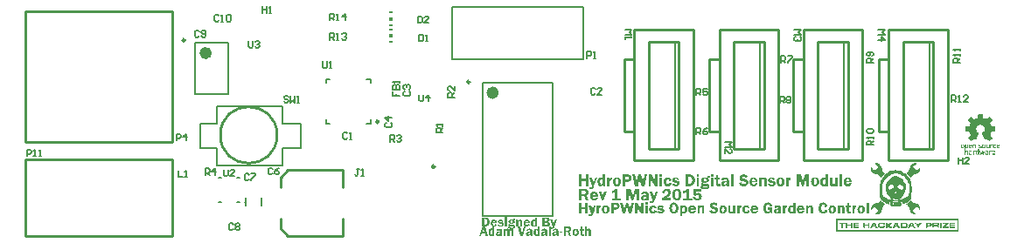
<source format=gto>
G04 Layer_Color=65535*
%FSLAX23Y23*%
%MOIN*%
G70*
G01*
G75*
%ADD31C,0.010*%
%ADD41C,0.010*%
%ADD42C,0.004*%
%ADD43C,0.010*%
%ADD44C,0.024*%
%ADD45C,0.008*%
%ADD46C,0.006*%
%ADD47C,0.005*%
%ADD48R,0.012X0.012*%
%ADD49R,0.012X0.006*%
%ADD50R,0.012X0.006*%
G36*
X3041Y122D02*
X3042Y122D01*
X3043Y121D01*
X3044Y121D01*
X3045Y121D01*
X3047Y120D01*
X3048Y120D01*
X3049Y119D01*
X3051Y118D01*
X3052Y117D01*
X3053Y116D01*
X3054Y115D01*
X3054Y114D01*
X3055Y113D01*
X3055Y112D01*
X3056Y111D01*
X3056Y110D01*
X3057Y109D01*
X3057Y107D01*
X3057Y106D01*
X3047Y105D01*
Y105D01*
Y106D01*
X3047Y106D01*
X3047Y107D01*
X3047Y107D01*
X3046Y108D01*
X3046Y109D01*
X3046Y110D01*
X3046Y110D01*
X3045Y111D01*
X3045Y112D01*
X3044Y113D01*
X3043Y113D01*
X3042Y114D01*
X3041Y114D01*
X3040Y114D01*
X3040D01*
X3039Y114D01*
X3039Y114D01*
X3038Y114D01*
X3038Y113D01*
X3037Y113D01*
X3036Y112D01*
X3036Y111D01*
X3035Y111D01*
X3034Y109D01*
X3034Y108D01*
X3033Y107D01*
X3033Y106D01*
X3033Y105D01*
X3033Y104D01*
X3033Y103D01*
X3033Y102D01*
Y100D01*
Y100D01*
Y100D01*
Y100D01*
X3033Y99D01*
Y99D01*
X3033Y98D01*
X3033Y97D01*
X3033Y96D01*
X3033Y94D01*
X3033Y93D01*
X3034Y92D01*
X3034Y91D01*
X3034Y90D01*
X3035Y90D01*
X3035Y90D01*
X3035Y89D01*
X3035Y89D01*
X3036Y89D01*
X3037Y88D01*
X3038Y88D01*
X3039Y87D01*
X3040Y87D01*
X3041D01*
X3041Y87D01*
X3041Y87D01*
X3042Y87D01*
X3042Y88D01*
X3043Y88D01*
X3044Y88D01*
X3044Y89D01*
X3045Y89D01*
X3045Y90D01*
X3046Y90D01*
X3047Y91D01*
X3047Y92D01*
X3047Y94D01*
X3048Y95D01*
X3057Y94D01*
Y94D01*
X3057Y94D01*
X3057Y94D01*
X3057Y93D01*
X3057Y93D01*
X3057Y92D01*
X3056Y91D01*
X3056Y90D01*
X3055Y88D01*
X3055Y87D01*
X3054Y87D01*
X3054Y86D01*
X3053Y85D01*
X3052Y84D01*
X3052Y83D01*
X3051Y83D01*
X3051Y83D01*
X3051Y83D01*
X3051Y83D01*
X3050Y82D01*
X3050Y82D01*
X3049Y82D01*
X3048Y81D01*
X3048Y81D01*
X3047Y81D01*
X3046Y80D01*
X3045Y80D01*
X3044Y80D01*
X3043Y80D01*
X3042Y79D01*
X3040Y79D01*
X3040D01*
X3039Y79D01*
X3039D01*
X3038Y80D01*
X3037Y80D01*
X3037Y80D01*
X3036Y80D01*
X3035Y80D01*
X3033Y81D01*
X3032Y81D01*
X3031Y82D01*
X3030Y82D01*
X3029Y83D01*
X3028Y84D01*
X3027Y85D01*
X3027Y85D01*
X3027Y85D01*
X3027Y86D01*
X3026Y86D01*
X3026Y87D01*
X3025Y87D01*
X3025Y88D01*
X3024Y89D01*
X3024Y90D01*
X3024Y91D01*
X3023Y93D01*
X3023Y94D01*
X3022Y95D01*
X3022Y97D01*
X3022Y99D01*
X3022Y101D01*
Y101D01*
Y101D01*
X3022Y101D01*
Y102D01*
X3022Y103D01*
X3022Y104D01*
X3022Y105D01*
X3023Y106D01*
X3023Y107D01*
X3023Y108D01*
X3024Y110D01*
X3024Y111D01*
X3025Y112D01*
X3025Y113D01*
X3026Y115D01*
X3027Y116D01*
X3027Y116D01*
X3027Y116D01*
X3027Y116D01*
X3028Y117D01*
X3028Y117D01*
X3029Y118D01*
X3030Y118D01*
X3030Y119D01*
X3031Y119D01*
X3032Y120D01*
X3033Y120D01*
X3035Y121D01*
X3036Y121D01*
X3037Y121D01*
X3039Y122D01*
X3040Y122D01*
X3041D01*
X3041Y122D01*
D02*
G37*
G36*
X2578Y111D02*
X2578D01*
X2579Y111D01*
X2580Y111D01*
X2581Y110D01*
X2582Y110D01*
X2583Y109D01*
X2584Y109D01*
X2584Y109D01*
X2585Y108D01*
X2585Y108D01*
X2585Y108D01*
X2585Y108D01*
X2585Y107D01*
X2586Y107D01*
X2586Y106D01*
X2586Y105D01*
X2586Y105D01*
X2587Y104D01*
X2587Y103D01*
X2587Y102D01*
X2587Y101D01*
Y100D01*
Y80D01*
X2578D01*
Y97D01*
Y97D01*
Y97D01*
Y98D01*
Y98D01*
Y99D01*
X2578Y99D01*
X2578Y100D01*
X2578Y101D01*
X2578Y101D01*
Y101D01*
X2578Y101D01*
X2578Y102D01*
X2577Y102D01*
X2577Y103D01*
X2577Y103D01*
X2576Y103D01*
X2576Y103D01*
X2576Y103D01*
X2576Y104D01*
X2576Y104D01*
X2575Y104D01*
X2575Y104D01*
X2574Y104D01*
X2574D01*
X2574Y104D01*
X2574Y104D01*
X2573Y104D01*
X2572Y103D01*
X2572Y103D01*
X2571Y103D01*
X2571Y102D01*
X2571Y102D01*
X2570Y101D01*
X2570Y100D01*
X2570Y99D01*
X2570Y98D01*
X2570Y97D01*
Y80D01*
X2561D01*
Y110D01*
X2569D01*
Y105D01*
X2569Y105D01*
X2569Y106D01*
X2569Y106D01*
X2570Y107D01*
X2570Y107D01*
X2571Y108D01*
X2572Y109D01*
X2572Y109D01*
X2573Y110D01*
X2573Y110D01*
X2573Y110D01*
X2574Y110D01*
X2574Y111D01*
X2575Y111D01*
X2576Y111D01*
X2576Y111D01*
X2577Y111D01*
X2578D01*
X2578Y111D01*
D02*
G37*
G36*
X3166Y111D02*
X3167Y111D01*
Y102D01*
X3167D01*
X3166Y102D01*
X3166Y102D01*
X3165Y102D01*
X3164Y102D01*
X3163Y102D01*
X3163Y101D01*
X3163Y101D01*
X3162Y101D01*
X3162Y101D01*
X3162Y101D01*
X3162Y100D01*
X3161Y100D01*
X3161Y99D01*
X3160Y98D01*
X3160Y98D01*
X3160Y98D01*
X3160Y97D01*
X3160Y97D01*
X3160Y96D01*
X3160Y95D01*
X3159Y94D01*
X3159Y92D01*
Y80D01*
X3151D01*
Y110D01*
X3159D01*
Y105D01*
X3159Y105D01*
X3159Y105D01*
X3159Y106D01*
X3160Y106D01*
X3160Y107D01*
X3160Y108D01*
X3161Y109D01*
X3162Y110D01*
X3162Y110D01*
X3163Y111D01*
X3164Y111D01*
X3165Y111D01*
X3165Y111D01*
X3166D01*
X3166Y111D01*
D02*
G37*
G36*
X2142Y80D02*
X2132D01*
Y97D01*
X2119D01*
Y80D01*
X2110D01*
Y121D01*
X2119D01*
Y105D01*
X2132D01*
Y121D01*
X2142D01*
Y80D01*
D02*
G37*
G36*
X2992Y111D02*
X2992D01*
X2993Y111D01*
X2994Y111D01*
X2995Y110D01*
X2996Y110D01*
X2997Y109D01*
X2998Y109D01*
X2998Y109D01*
X2998Y108D01*
X2998Y108D01*
X2999Y108D01*
X2999Y108D01*
X2999Y107D01*
X2999Y107D01*
X3000Y106D01*
X3000Y105D01*
X3000Y105D01*
X3000Y104D01*
X3000Y103D01*
X3001Y102D01*
X3001Y101D01*
Y100D01*
Y80D01*
X2992D01*
Y97D01*
Y97D01*
Y97D01*
Y98D01*
Y98D01*
Y99D01*
X2992Y99D01*
X2992Y100D01*
X2991Y101D01*
X2991Y101D01*
Y101D01*
X2991Y101D01*
X2991Y102D01*
X2991Y102D01*
X2991Y103D01*
X2990Y103D01*
X2990Y103D01*
X2990Y103D01*
X2990Y103D01*
X2990Y104D01*
X2989Y104D01*
X2989Y104D01*
X2988Y104D01*
X2988Y104D01*
X2988D01*
X2987Y104D01*
X2987Y104D01*
X2986Y104D01*
X2986Y103D01*
X2986Y103D01*
X2985Y103D01*
X2985Y102D01*
X2984Y102D01*
X2984Y101D01*
X2984Y100D01*
X2983Y99D01*
X2983Y98D01*
X2983Y97D01*
Y80D01*
X2974D01*
Y110D01*
X2983D01*
Y105D01*
X2983Y105D01*
X2983Y106D01*
X2983Y106D01*
X2983Y107D01*
X2984Y107D01*
X2984Y108D01*
X2985Y109D01*
X2986Y109D01*
X2987Y110D01*
X2987Y110D01*
X2987Y110D01*
X2987Y110D01*
X2988Y111D01*
X2989Y111D01*
X2989Y111D01*
X2990Y111D01*
X2991Y111D01*
X2991D01*
X2992Y111D01*
D02*
G37*
G36*
X2831Y122D02*
X2831Y122D01*
X2832Y122D01*
X2833Y121D01*
X2834Y121D01*
X2835Y121D01*
X2836Y120D01*
X2837Y120D01*
X2838Y120D01*
X2839Y119D01*
X2840Y119D01*
X2841Y118D01*
X2841Y118D01*
X2841Y118D01*
X2841Y117D01*
X2841Y117D01*
X2842Y117D01*
X2842Y116D01*
X2843Y116D01*
X2843Y115D01*
X2843Y114D01*
X2844Y114D01*
X2844Y113D01*
X2845Y112D01*
X2845Y111D01*
X2845Y110D01*
X2846Y109D01*
X2846Y108D01*
X2837Y106D01*
Y106D01*
X2837Y107D01*
X2837Y107D01*
X2837Y108D01*
X2836Y108D01*
X2836Y109D01*
X2836Y109D01*
X2836Y110D01*
X2835Y111D01*
X2835Y111D01*
X2834Y112D01*
X2833Y113D01*
X2833Y113D01*
X2832Y114D01*
X2831Y114D01*
X2830Y114D01*
X2829D01*
X2829Y114D01*
X2828Y114D01*
X2827Y113D01*
X2826Y113D01*
X2825Y112D01*
X2825Y112D01*
X2825Y111D01*
X2824Y111D01*
X2824Y110D01*
Y110D01*
X2824Y110D01*
X2824Y110D01*
X2823Y110D01*
X2823Y109D01*
X2823Y109D01*
X2823Y108D01*
X2823Y108D01*
X2823Y107D01*
X2822Y106D01*
X2822Y105D01*
X2822Y105D01*
X2822Y104D01*
X2822Y103D01*
X2822Y101D01*
Y100D01*
Y100D01*
Y100D01*
Y100D01*
X2822Y99D01*
Y99D01*
X2822Y98D01*
X2822Y97D01*
X2822Y97D01*
X2822Y95D01*
X2823Y93D01*
X2823Y92D01*
X2824Y91D01*
X2824Y90D01*
Y90D01*
X2824Y90D01*
X2824Y90D01*
X2825Y89D01*
X2826Y89D01*
X2826Y88D01*
X2827Y88D01*
X2829Y87D01*
X2829Y87D01*
X2830Y87D01*
X2831D01*
X2831Y87D01*
X2832Y87D01*
X2832Y88D01*
X2833Y88D01*
X2834Y88D01*
X2835Y89D01*
X2835Y89D01*
X2835Y89D01*
X2835Y90D01*
X2836Y90D01*
X2836Y91D01*
X2836Y92D01*
X2837Y93D01*
X2837Y94D01*
X2829D01*
Y102D01*
X2846D01*
Y80D01*
X2842D01*
Y80D01*
X2841Y80D01*
X2841Y81D01*
X2841Y81D01*
X2841Y82D01*
X2841Y83D01*
X2840Y85D01*
X2840Y85D01*
X2840Y84D01*
X2840Y84D01*
X2839Y84D01*
X2839Y83D01*
X2838Y83D01*
X2838Y83D01*
X2837Y82D01*
X2836Y81D01*
X2835Y81D01*
X2835Y81D01*
X2833Y80D01*
X2832Y80D01*
X2831Y80D01*
X2830Y79D01*
X2829Y79D01*
X2829D01*
X2828Y79D01*
X2828D01*
X2827Y80D01*
X2826Y80D01*
X2825Y80D01*
X2824Y80D01*
X2823Y80D01*
X2822Y81D01*
X2821Y81D01*
X2820Y82D01*
X2819Y82D01*
X2818Y83D01*
X2817Y84D01*
X2816Y85D01*
X2816Y85D01*
X2816Y85D01*
X2816Y86D01*
X2816Y86D01*
X2815Y87D01*
X2815Y87D01*
X2815Y88D01*
X2814Y89D01*
X2814Y90D01*
X2813Y91D01*
X2813Y92D01*
X2813Y94D01*
X2812Y95D01*
X2812Y97D01*
X2812Y98D01*
X2812Y100D01*
Y100D01*
Y100D01*
X2812Y101D01*
Y102D01*
X2812Y102D01*
X2812Y103D01*
X2812Y104D01*
X2812Y106D01*
X2813Y107D01*
X2813Y108D01*
X2813Y109D01*
X2814Y111D01*
X2814Y112D01*
X2815Y113D01*
X2816Y115D01*
X2817Y116D01*
X2817Y116D01*
X2817Y116D01*
X2817Y116D01*
X2818Y117D01*
X2818Y117D01*
X2819Y118D01*
X2819Y118D01*
X2820Y119D01*
X2821Y119D01*
X2822Y120D01*
X2823Y120D01*
X2824Y121D01*
X2825Y121D01*
X2827Y121D01*
X2828Y122D01*
X2830Y122D01*
X2830D01*
X2831Y122D01*
D02*
G37*
G36*
X2934Y80D02*
X2926D01*
Y85D01*
X2926Y85D01*
X2925Y84D01*
X2925Y84D01*
X2925Y84D01*
X2925Y83D01*
X2924Y83D01*
X2924Y83D01*
X2923Y82D01*
X2922Y81D01*
X2921Y80D01*
X2920Y80D01*
X2919Y80D01*
X2918Y79D01*
X2917Y79D01*
X2917D01*
X2916Y79D01*
X2916Y79D01*
X2915Y80D01*
X2914Y80D01*
X2913Y80D01*
X2912Y81D01*
X2912Y81D01*
X2911Y82D01*
X2910Y82D01*
X2910Y83D01*
X2909Y83D01*
Y83D01*
X2909Y84D01*
X2909Y84D01*
X2909Y84D01*
X2909Y85D01*
X2908Y85D01*
X2908Y86D01*
X2908Y86D01*
X2907Y87D01*
X2907Y88D01*
X2907Y89D01*
X2907Y90D01*
X2907Y91D01*
X2906Y92D01*
X2906Y93D01*
X2906Y95D01*
Y95D01*
Y95D01*
Y96D01*
X2906Y96D01*
Y97D01*
X2906Y97D01*
X2907Y98D01*
X2907Y99D01*
X2907Y101D01*
X2908Y103D01*
X2908Y105D01*
X2909Y106D01*
X2909Y107D01*
X2909Y107D01*
X2909Y107D01*
X2910Y107D01*
X2910Y107D01*
X2910Y108D01*
X2910Y108D01*
X2911Y108D01*
X2911Y109D01*
X2913Y110D01*
X2914Y110D01*
X2915Y111D01*
X2916Y111D01*
X2917Y111D01*
X2918Y111D01*
X2918D01*
X2918Y111D01*
X2919Y111D01*
X2919Y111D01*
X2920Y111D01*
X2922Y110D01*
X2922Y110D01*
X2923Y109D01*
X2923Y109D01*
X2924Y108D01*
X2925Y108D01*
X2925Y107D01*
Y121D01*
X2934D01*
Y80D01*
D02*
G37*
G36*
X3113Y111D02*
X3113D01*
X3113Y111D01*
X3114Y111D01*
X3116Y110D01*
X3117Y110D01*
X3118Y109D01*
X3119Y109D01*
X3119Y109D01*
X3119Y108D01*
X3119Y108D01*
X3120Y108D01*
X3120Y108D01*
X3120Y107D01*
X3120Y107D01*
X3120Y106D01*
X3121Y105D01*
X3121Y105D01*
X3121Y104D01*
X3121Y103D01*
X3121Y102D01*
X3122Y101D01*
Y100D01*
Y80D01*
X3113D01*
Y97D01*
Y97D01*
Y97D01*
Y98D01*
Y98D01*
Y99D01*
X3113Y99D01*
X3112Y100D01*
X3112Y101D01*
X3112Y101D01*
Y101D01*
X3112Y101D01*
X3112Y102D01*
X3112Y102D01*
X3112Y103D01*
X3111Y103D01*
X3111Y103D01*
X3111Y103D01*
X3111Y103D01*
X3111Y104D01*
X3110Y104D01*
X3110Y104D01*
X3109Y104D01*
X3109Y104D01*
X3109D01*
X3108Y104D01*
X3108Y104D01*
X3107Y104D01*
X3107Y103D01*
X3106Y103D01*
X3106Y103D01*
X3106Y102D01*
X3105Y102D01*
X3105Y101D01*
X3105Y100D01*
X3104Y99D01*
X3104Y98D01*
X3104Y97D01*
Y80D01*
X3095D01*
Y110D01*
X3104D01*
Y105D01*
X3104Y105D01*
X3104Y106D01*
X3104Y106D01*
X3104Y107D01*
X3105Y107D01*
X3105Y108D01*
X3106Y109D01*
X3107Y109D01*
X3108Y110D01*
X3108Y110D01*
X3108Y110D01*
X3108Y110D01*
X3109Y111D01*
X3110Y111D01*
X3110Y111D01*
X3111Y111D01*
X3112Y111D01*
X3112D01*
X3113Y111D01*
D02*
G37*
G36*
X2511D02*
X2512Y111D01*
X2512Y111D01*
X2513Y111D01*
X2515Y110D01*
X2515Y110D01*
X2516Y109D01*
X2517Y109D01*
X2517Y108D01*
X2518Y108D01*
X2519Y107D01*
X2519Y107D01*
X2519Y107D01*
X2519Y107D01*
X2519Y106D01*
X2519Y106D01*
X2520Y105D01*
X2520Y105D01*
X2520Y104D01*
X2521Y103D01*
X2521Y102D01*
X2521Y102D01*
X2521Y101D01*
X2522Y99D01*
X2522Y98D01*
X2522Y97D01*
X2522Y96D01*
Y95D01*
Y95D01*
Y95D01*
X2522Y94D01*
Y94D01*
X2522Y93D01*
X2522Y92D01*
X2521Y91D01*
X2521Y89D01*
X2520Y87D01*
X2520Y86D01*
X2520Y85D01*
X2519Y84D01*
X2519Y83D01*
X2518Y83D01*
X2518Y83D01*
X2518Y83D01*
X2518Y83D01*
X2518Y82D01*
X2517Y82D01*
X2516Y81D01*
X2515Y81D01*
X2514Y80D01*
X2513Y80D01*
X2512Y80D01*
X2511Y79D01*
X2510Y79D01*
X2510D01*
X2509Y79D01*
X2509Y79D01*
X2509Y80D01*
X2507Y80D01*
X2506Y80D01*
X2506Y81D01*
X2505Y81D01*
X2504Y81D01*
X2504Y82D01*
X2503Y83D01*
X2503Y83D01*
Y70D01*
X2494D01*
Y110D01*
X2502D01*
Y106D01*
X2503Y106D01*
X2503Y106D01*
X2503Y107D01*
X2504Y108D01*
X2504Y108D01*
X2504Y109D01*
X2505Y109D01*
X2505Y109D01*
X2506Y110D01*
X2507Y110D01*
X2508Y111D01*
X2509Y111D01*
X2509Y111D01*
X2511Y111D01*
X2511D01*
X2511Y111D01*
D02*
G37*
G36*
X2902Y111D02*
X2903Y111D01*
Y102D01*
X2902D01*
X2902Y102D01*
X2901Y102D01*
X2901Y102D01*
X2900Y102D01*
X2899Y102D01*
X2899Y101D01*
X2898Y101D01*
X2898Y101D01*
X2898Y101D01*
X2898Y101D01*
X2897Y100D01*
X2897Y100D01*
X2896Y99D01*
X2896Y98D01*
X2896Y98D01*
X2896Y98D01*
X2896Y97D01*
X2896Y97D01*
X2895Y96D01*
X2895Y95D01*
X2895Y94D01*
X2895Y92D01*
Y80D01*
X2886D01*
Y110D01*
X2895D01*
Y105D01*
X2895Y105D01*
X2895Y105D01*
X2895Y106D01*
X2895Y106D01*
X2896Y107D01*
X2896Y108D01*
X2897Y109D01*
X2898Y110D01*
X2898Y110D01*
X2899Y111D01*
X2900Y111D01*
X2900Y111D01*
X2901Y111D01*
X2902D01*
X2902Y111D01*
D02*
G37*
G36*
X2308Y80D02*
X2299D01*
X2292Y107D01*
X2285Y80D01*
X2276D01*
X2265Y121D01*
X2275D01*
X2281Y96D01*
Y96D01*
X2281Y96D01*
Y96D01*
X2281Y95D01*
X2281Y95D01*
X2281Y95D01*
Y95D01*
X2281Y94D01*
X2281Y94D01*
X2282Y93D01*
X2288Y121D01*
X2297D01*
X2304Y93D01*
Y93D01*
X2304Y94D01*
Y94D01*
X2304Y94D01*
X2304Y94D01*
X2304Y95D01*
X2305Y95D01*
X2305Y96D01*
X2310Y121D01*
X2318D01*
X2308Y80D01*
D02*
G37*
G36*
X2355D02*
X2346D01*
X2330Y108D01*
Y108D01*
Y108D01*
Y107D01*
Y107D01*
X2330Y107D01*
Y106D01*
Y106D01*
Y106D01*
X2330Y106D01*
Y106D01*
X2331Y105D01*
Y105D01*
Y80D01*
X2323D01*
Y121D01*
X2333D01*
X2347Y97D01*
Y97D01*
Y97D01*
X2347Y97D01*
Y98D01*
X2347Y99D01*
X2347Y99D01*
Y100D01*
Y121D01*
X2355D01*
Y80D01*
D02*
G37*
G36*
X2705D02*
X2696D01*
Y85D01*
X2696Y85D01*
X2696Y85D01*
X2696Y84D01*
X2696Y84D01*
X2695Y83D01*
X2695Y83D01*
X2694Y82D01*
X2694Y82D01*
X2693Y81D01*
X2692Y81D01*
X2692Y80D01*
X2691Y80D01*
X2690Y80D01*
X2688Y79D01*
X2687Y79D01*
X2687D01*
X2686Y79D01*
X2685Y79D01*
X2685Y80D01*
X2684Y80D01*
X2683Y80D01*
X2682Y81D01*
X2682Y81D01*
X2682Y81D01*
X2681Y81D01*
X2681Y81D01*
X2681Y82D01*
X2680Y83D01*
X2680Y83D01*
X2679Y84D01*
Y84D01*
X2679Y85D01*
X2679Y85D01*
X2679Y86D01*
X2679Y87D01*
X2679Y88D01*
X2679Y89D01*
X2679Y90D01*
Y110D01*
X2687D01*
Y90D01*
Y90D01*
Y90D01*
Y90D01*
X2687Y90D01*
X2687Y89D01*
X2688Y88D01*
X2688Y88D01*
X2689Y87D01*
X2689Y87D01*
X2690Y87D01*
X2690Y86D01*
X2691Y86D01*
X2691D01*
X2691Y86D01*
X2692Y87D01*
X2692Y87D01*
X2693Y87D01*
X2693Y87D01*
X2694Y87D01*
X2694Y87D01*
X2694Y88D01*
X2694Y88D01*
X2694Y88D01*
X2695Y89D01*
X2695Y89D01*
X2695Y89D01*
Y90D01*
X2695Y90D01*
X2695Y90D01*
X2695Y90D01*
X2696Y91D01*
X2696Y92D01*
X2696Y92D01*
Y93D01*
Y110D01*
X2705D01*
Y80D01*
D02*
G37*
G36*
X2164Y81D02*
Y81D01*
X2163Y81D01*
X2163Y81D01*
X2163Y80D01*
X2163Y80D01*
X2163Y80D01*
X2163Y79D01*
X2162Y77D01*
X2162Y76D01*
X2161Y75D01*
X2161Y74D01*
X2161Y74D01*
X2161Y74D01*
X2160Y73D01*
X2160Y73D01*
X2160Y72D01*
X2159Y72D01*
X2158Y71D01*
X2158Y71D01*
X2157Y71D01*
X2157Y71D01*
X2157Y70D01*
X2156Y70D01*
X2155Y70D01*
X2154Y70D01*
X2153Y69D01*
X2152Y69D01*
X2151D01*
X2150Y69D01*
X2150D01*
X2149Y70D01*
X2148Y70D01*
X2147Y70D01*
Y77D01*
X2148D01*
X2148Y77D01*
X2148Y77D01*
X2149Y76D01*
X2149Y76D01*
X2150Y76D01*
X2152Y76D01*
X2152D01*
X2153Y76D01*
X2153Y76D01*
X2154Y77D01*
X2154Y77D01*
X2155Y77D01*
X2155Y77D01*
X2155Y77D01*
X2155Y77D01*
X2156Y78D01*
X2156Y78D01*
X2156Y78D01*
X2156Y79D01*
X2156Y79D01*
X2157Y80D01*
X2146Y110D01*
X2155D01*
X2161Y92D01*
X2167Y110D01*
X2173D01*
X2164Y81D01*
D02*
G37*
G36*
X2393Y111D02*
X2394Y111D01*
X2394Y111D01*
X2395Y111D01*
X2397Y110D01*
X2398Y110D01*
X2399Y109D01*
X2400Y109D01*
X2401Y108D01*
X2401Y108D01*
X2401Y108D01*
X2401Y108D01*
X2402Y107D01*
X2402Y107D01*
X2402Y107D01*
X2403Y106D01*
X2403Y105D01*
X2404Y104D01*
X2405Y103D01*
X2405Y101D01*
X2405Y100D01*
X2405Y99D01*
X2397Y99D01*
Y99D01*
Y99D01*
X2397Y99D01*
X2397Y100D01*
X2397Y101D01*
X2396Y102D01*
X2396Y103D01*
X2395Y103D01*
X2395Y103D01*
X2394Y104D01*
X2394Y104D01*
X2393Y104D01*
X2392Y104D01*
X2392D01*
X2392Y104D01*
X2391Y104D01*
X2391Y104D01*
X2391Y104D01*
X2390Y104D01*
X2390Y103D01*
X2389Y103D01*
X2389Y102D01*
X2388Y101D01*
X2388Y101D01*
X2388Y100D01*
X2387Y98D01*
X2387Y97D01*
X2387Y96D01*
Y95D01*
Y95D01*
Y95D01*
Y95D01*
X2387Y94D01*
Y94D01*
X2387Y93D01*
X2387Y91D01*
X2388Y90D01*
X2388Y89D01*
X2388Y89D01*
X2388Y89D01*
X2389Y88D01*
X2389Y88D01*
X2389Y88D01*
X2389Y88D01*
X2390Y87D01*
X2390Y87D01*
X2391Y87D01*
X2391Y87D01*
X2392Y87D01*
X2392D01*
X2393Y87D01*
X2393D01*
X2394Y87D01*
X2394Y87D01*
X2395Y88D01*
X2395Y88D01*
X2396Y88D01*
X2396Y89D01*
X2396Y89D01*
X2397Y90D01*
X2397Y91D01*
X2397Y92D01*
X2405Y91D01*
Y91D01*
Y91D01*
X2405Y91D01*
X2405Y90D01*
X2405Y90D01*
X2405Y90D01*
X2405Y88D01*
X2404Y87D01*
X2403Y85D01*
X2403Y85D01*
X2403Y84D01*
X2402Y83D01*
X2401Y83D01*
X2401Y83D01*
X2401Y83D01*
X2401Y82D01*
X2401Y82D01*
X2400Y82D01*
X2400Y82D01*
X2399Y81D01*
X2399Y81D01*
X2398Y81D01*
X2397Y80D01*
X2396Y80D01*
X2396Y80D01*
X2394Y79D01*
X2393Y79D01*
X2391Y79D01*
X2391D01*
X2390Y79D01*
X2390Y79D01*
X2389Y80D01*
X2389Y80D01*
X2388Y80D01*
X2386Y80D01*
X2385Y81D01*
X2384Y81D01*
X2383Y82D01*
X2383Y82D01*
X2382Y83D01*
X2381Y84D01*
X2381Y84D01*
X2381Y84D01*
X2381Y84D01*
X2380Y84D01*
X2380Y85D01*
X2380Y85D01*
X2379Y86D01*
X2379Y87D01*
X2379Y87D01*
X2378Y88D01*
X2378Y89D01*
X2378Y90D01*
X2377Y91D01*
X2377Y92D01*
X2377Y94D01*
X2377Y95D01*
Y95D01*
Y95D01*
Y96D01*
X2377Y96D01*
X2377Y97D01*
X2377Y97D01*
X2377Y98D01*
X2377Y99D01*
X2378Y101D01*
X2378Y102D01*
X2379Y103D01*
X2379Y104D01*
X2380Y105D01*
X2380Y106D01*
X2381Y107D01*
X2381Y107D01*
X2381Y107D01*
X2382Y107D01*
X2382Y107D01*
X2382Y108D01*
X2383Y108D01*
X2383Y108D01*
X2384Y109D01*
X2385Y109D01*
X2386Y110D01*
X2387Y110D01*
X2387Y110D01*
X2389Y111D01*
X2390Y111D01*
X2391Y111D01*
X2392Y111D01*
X2393D01*
X2393Y111D01*
D02*
G37*
G36*
X2193Y111D02*
X2193Y111D01*
Y102D01*
X2193D01*
X2192Y102D01*
X2192Y102D01*
X2191Y102D01*
X2190Y102D01*
X2190Y102D01*
X2189Y101D01*
X2189Y101D01*
X2189Y101D01*
X2189Y101D01*
X2188Y101D01*
X2188Y100D01*
X2187Y100D01*
X2187Y99D01*
X2187Y98D01*
X2187Y98D01*
X2186Y98D01*
X2186Y97D01*
X2186Y97D01*
X2186Y96D01*
X2186Y95D01*
X2186Y94D01*
X2186Y92D01*
Y80D01*
X2177D01*
Y110D01*
X2185D01*
Y105D01*
X2185Y105D01*
X2185Y105D01*
X2186Y106D01*
X2186Y106D01*
X2186Y107D01*
X2187Y108D01*
X2188Y109D01*
X2188Y110D01*
X2189Y110D01*
X2189Y111D01*
X2190Y111D01*
X2191Y111D01*
X2192Y111D01*
X2192D01*
X2193Y111D01*
D02*
G37*
G36*
X2728D02*
X2728Y111D01*
Y102D01*
X2728D01*
X2727Y102D01*
X2727Y102D01*
X2726Y102D01*
X2725Y102D01*
X2725Y102D01*
X2724Y101D01*
X2724Y101D01*
X2724Y101D01*
X2724Y101D01*
X2723Y101D01*
X2723Y100D01*
X2722Y100D01*
X2722Y99D01*
X2722Y98D01*
X2722Y98D01*
X2722Y98D01*
X2721Y97D01*
X2721Y97D01*
X2721Y96D01*
X2721Y95D01*
X2721Y94D01*
X2721Y92D01*
Y80D01*
X2712D01*
Y110D01*
X2720D01*
Y105D01*
X2720Y105D01*
X2720Y105D01*
X2721Y106D01*
X2721Y106D01*
X2721Y107D01*
X2722Y108D01*
X2723Y109D01*
X2723Y110D01*
X2724Y110D01*
X2724Y111D01*
X2725Y111D01*
X2726Y111D01*
X2727Y111D01*
X2727D01*
X2728Y111D01*
D02*
G37*
G36*
X2748Y111D02*
X2748Y111D01*
X2749Y111D01*
X2750Y111D01*
X2752Y110D01*
X2753Y110D01*
X2754Y109D01*
X2755Y109D01*
X2755Y108D01*
X2756Y108D01*
X2756Y108D01*
X2756Y108D01*
X2756Y107D01*
X2757Y107D01*
X2757Y107D01*
X2757Y106D01*
X2758Y105D01*
X2759Y104D01*
X2759Y103D01*
X2760Y101D01*
X2760Y100D01*
X2760Y99D01*
X2752Y99D01*
Y99D01*
Y99D01*
X2752Y99D01*
X2752Y100D01*
X2752Y101D01*
X2751Y102D01*
X2751Y103D01*
X2750Y103D01*
X2750Y103D01*
X2749Y104D01*
X2749Y104D01*
X2748Y104D01*
X2747Y104D01*
X2747D01*
X2747Y104D01*
X2746Y104D01*
X2746Y104D01*
X2745Y104D01*
X2745Y104D01*
X2744Y103D01*
X2744Y103D01*
X2743Y102D01*
X2743Y101D01*
X2743Y101D01*
X2742Y100D01*
X2742Y98D01*
X2742Y97D01*
X2742Y96D01*
Y95D01*
Y95D01*
Y95D01*
Y95D01*
X2742Y94D01*
Y94D01*
X2742Y93D01*
X2742Y91D01*
X2742Y90D01*
X2743Y89D01*
X2743Y89D01*
X2743Y89D01*
X2743Y88D01*
X2743Y88D01*
X2744Y88D01*
X2744Y88D01*
X2744Y87D01*
X2745Y87D01*
X2745Y87D01*
X2746Y87D01*
X2747Y87D01*
X2747D01*
X2747Y87D01*
X2748D01*
X2748Y87D01*
X2749Y87D01*
X2750Y88D01*
X2750Y88D01*
X2750Y88D01*
X2751Y89D01*
X2751Y89D01*
X2751Y90D01*
X2752Y91D01*
X2752Y92D01*
X2760Y91D01*
Y91D01*
Y91D01*
X2760Y91D01*
X2760Y90D01*
X2760Y90D01*
X2760Y90D01*
X2760Y88D01*
X2759Y87D01*
X2758Y85D01*
X2758Y85D01*
X2757Y84D01*
X2757Y83D01*
X2756Y83D01*
X2756Y83D01*
X2756Y83D01*
X2756Y82D01*
X2755Y82D01*
X2755Y82D01*
X2755Y82D01*
X2754Y81D01*
X2753Y81D01*
X2753Y81D01*
X2752Y80D01*
X2751Y80D01*
X2750Y80D01*
X2748Y79D01*
X2747Y79D01*
X2746Y79D01*
X2746D01*
X2745Y79D01*
X2745Y79D01*
X2744Y80D01*
X2743Y80D01*
X2743Y80D01*
X2741Y80D01*
X2740Y81D01*
X2739Y81D01*
X2738Y82D01*
X2737Y82D01*
X2737Y83D01*
X2736Y84D01*
X2736Y84D01*
X2736Y84D01*
X2735Y84D01*
X2735Y84D01*
X2735Y85D01*
X2734Y85D01*
X2734Y86D01*
X2734Y87D01*
X2733Y87D01*
X2733Y88D01*
X2733Y89D01*
X2732Y90D01*
X2732Y91D01*
X2732Y92D01*
X2732Y94D01*
X2732Y95D01*
Y95D01*
Y95D01*
Y96D01*
X2732Y96D01*
X2732Y97D01*
X2732Y97D01*
X2732Y98D01*
X2732Y99D01*
X2733Y101D01*
X2733Y102D01*
X2734Y103D01*
X2734Y104D01*
X2734Y105D01*
X2735Y106D01*
X2736Y107D01*
X2736Y107D01*
X2736Y107D01*
X2736Y107D01*
X2737Y107D01*
X2737Y108D01*
X2738Y108D01*
X2738Y108D01*
X2739Y109D01*
X2740Y109D01*
X2740Y110D01*
X2741Y110D01*
X2742Y110D01*
X2743Y111D01*
X2744Y111D01*
X2746Y111D01*
X2747Y111D01*
X2747D01*
X2748Y111D01*
D02*
G37*
G36*
X2422D02*
X2423Y111D01*
X2424Y111D01*
X2425Y111D01*
X2426Y110D01*
X2427Y110D01*
X2429Y109D01*
X2429D01*
X2429Y109D01*
X2429Y109D01*
X2430Y108D01*
X2430Y108D01*
X2431Y107D01*
X2432Y106D01*
X2432Y104D01*
X2433Y103D01*
X2426Y101D01*
Y101D01*
X2426Y102D01*
X2426Y102D01*
X2426Y102D01*
X2426Y103D01*
X2425Y103D01*
X2425Y104D01*
X2424Y104D01*
X2424Y105D01*
X2423Y105D01*
X2422Y105D01*
X2421Y105D01*
X2421Y105D01*
X2420D01*
X2420Y105D01*
X2419Y105D01*
X2418Y105D01*
X2417Y105D01*
X2417Y104D01*
X2416Y104D01*
X2416Y104D01*
X2416Y103D01*
X2416Y103D01*
Y103D01*
Y102D01*
X2416Y102D01*
X2416Y102D01*
X2416Y101D01*
X2417Y101D01*
X2417Y101D01*
X2417D01*
X2417Y101D01*
X2417Y101D01*
X2418Y101D01*
X2418Y100D01*
X2419Y100D01*
X2420Y100D01*
X2421Y100D01*
X2421D01*
X2422Y100D01*
X2422Y100D01*
X2422Y100D01*
X2423Y100D01*
X2424Y99D01*
X2425Y99D01*
X2427Y99D01*
X2428Y99D01*
X2429Y98D01*
X2429Y98D01*
X2429Y98D01*
X2430Y98D01*
X2430Y97D01*
X2431Y97D01*
X2432Y97D01*
X2432Y96D01*
X2433Y95D01*
X2433Y95D01*
X2433Y95D01*
X2433Y94D01*
X2434Y94D01*
X2434Y93D01*
X2434Y92D01*
X2434Y91D01*
X2434Y90D01*
Y90D01*
Y90D01*
Y89D01*
X2434Y89D01*
X2434Y89D01*
X2434Y88D01*
X2434Y87D01*
X2433Y86D01*
X2433Y85D01*
X2432Y84D01*
X2432Y83D01*
X2431Y83D01*
X2431Y82D01*
X2431D01*
X2431Y82D01*
X2430Y82D01*
X2430Y82D01*
X2430Y82D01*
X2429Y81D01*
X2429Y81D01*
X2428Y81D01*
X2427Y81D01*
X2427Y80D01*
X2426Y80D01*
X2425Y80D01*
X2424Y80D01*
X2423Y79D01*
X2422Y79D01*
X2421Y79D01*
X2420D01*
X2420Y79D01*
X2419Y79D01*
X2418Y80D01*
X2417Y80D01*
X2416Y80D01*
X2415Y80D01*
X2413Y81D01*
X2412Y82D01*
X2411Y82D01*
X2410Y83D01*
X2409Y84D01*
X2408Y85D01*
X2407Y87D01*
X2407Y88D01*
X2414Y89D01*
Y89D01*
X2414Y89D01*
X2415Y89D01*
X2415Y89D01*
X2415Y88D01*
X2415Y88D01*
X2416Y87D01*
X2416Y87D01*
X2417Y87D01*
X2417Y86D01*
X2418Y86D01*
X2418Y86D01*
X2419Y86D01*
X2420Y85D01*
X2421Y85D01*
X2422D01*
X2422Y85D01*
X2422Y86D01*
X2423Y86D01*
X2424Y86D01*
X2424Y86D01*
X2425Y86D01*
X2425Y86D01*
X2425Y86D01*
X2425Y86D01*
X2426Y87D01*
X2426Y87D01*
X2426Y87D01*
X2426Y88D01*
X2426Y88D01*
Y88D01*
X2426Y89D01*
X2426Y89D01*
X2426Y89D01*
X2426Y90D01*
X2425Y90D01*
X2425Y90D01*
X2424Y91D01*
X2424Y91D01*
X2423Y91D01*
X2423D01*
X2423Y91D01*
X2422Y91D01*
X2422Y91D01*
X2421Y91D01*
X2420Y91D01*
X2419Y91D01*
X2418Y92D01*
X2416Y92D01*
X2414Y93D01*
X2413Y93D01*
X2412Y93D01*
X2412Y94D01*
X2411Y94D01*
X2411Y94D01*
X2410Y95D01*
X2410Y95D01*
X2410Y96D01*
X2409Y97D01*
X2409Y98D01*
X2408Y100D01*
X2408Y100D01*
X2408Y101D01*
Y101D01*
Y101D01*
Y101D01*
X2408Y102D01*
X2408Y102D01*
X2408Y103D01*
X2409Y104D01*
X2409Y105D01*
X2410Y106D01*
X2410Y106D01*
X2410Y107D01*
X2411Y108D01*
X2411Y108D01*
X2412Y108D01*
X2412Y108D01*
X2412Y108D01*
X2412Y109D01*
X2412Y109D01*
X2413Y109D01*
X2413Y109D01*
X2414Y110D01*
X2414Y110D01*
X2415Y110D01*
X2416Y110D01*
X2417Y111D01*
X2418Y111D01*
X2419Y111D01*
X2420Y111D01*
X2422D01*
X2422Y111D01*
D02*
G37*
G36*
X2338Y130D02*
X2328D01*
Y166D01*
X2317Y130D01*
X2310D01*
X2299Y166D01*
Y130D01*
X2290D01*
Y174D01*
X2306D01*
X2314Y148D01*
X2322Y174D01*
X2338D01*
Y130D01*
D02*
G37*
G36*
X2097Y22D02*
X2098Y21D01*
X2098Y21D01*
X2099Y21D01*
X2100Y21D01*
X2100Y21D01*
X2101Y21D01*
X2102Y20D01*
X2103Y20D01*
X2103Y19D01*
X2104Y19D01*
X2105Y18D01*
X2105Y18D01*
X2105Y18D01*
X2106Y17D01*
X2106Y17D01*
X2106Y17D01*
X2106Y17D01*
X2106Y16D01*
X2107Y16D01*
X2107Y15D01*
X2107Y14D01*
X2108Y14D01*
X2108Y13D01*
X2108Y12D01*
X2108Y11D01*
X2109Y10D01*
X2109Y9D01*
X2109Y8D01*
Y8D01*
Y8D01*
Y7D01*
X2109Y7D01*
X2109Y6D01*
X2109Y6D01*
X2109Y5D01*
X2108Y5D01*
X2108Y3D01*
X2108Y2D01*
X2107Y1D01*
X2107Y1D01*
X2106Y-0D01*
X2106Y-1D01*
X2105Y-2D01*
X2105Y-2D01*
X2105Y-2D01*
X2105Y-2D01*
X2105Y-2D01*
X2104Y-3D01*
X2104Y-3D01*
X2103Y-3D01*
X2103Y-4D01*
X2102Y-4D01*
X2102Y-4D01*
X2101Y-5D01*
X2100Y-5D01*
X2099Y-5D01*
X2098Y-5D01*
X2097Y-5D01*
X2096Y-6D01*
X2096D01*
X2095Y-5D01*
X2095Y-5D01*
X2094Y-5D01*
X2094Y-5D01*
X2093Y-5D01*
X2091Y-5D01*
X2091Y-4D01*
X2090Y-4D01*
X2089Y-4D01*
X2089Y-3D01*
X2088Y-2D01*
X2087Y-2D01*
X2087Y-2D01*
X2087Y-2D01*
X2087Y-1D01*
X2087Y-1D01*
X2086Y-1D01*
X2086Y-0D01*
X2086Y0D01*
X2086Y1D01*
X2085Y2D01*
X2085Y2D01*
X2085Y3D01*
X2084Y4D01*
X2084Y5D01*
X2084Y6D01*
X2084Y7D01*
X2084Y8D01*
Y8D01*
Y8D01*
Y8D01*
Y9D01*
X2084Y9D01*
Y10D01*
X2084Y10D01*
X2084Y12D01*
X2084Y13D01*
X2085Y14D01*
X2085Y15D01*
Y15D01*
X2085Y15D01*
X2086Y15D01*
X2086Y16D01*
X2086Y16D01*
X2086Y17D01*
X2087Y17D01*
X2088Y18D01*
X2089Y19D01*
X2089Y20D01*
X2090D01*
X2090Y20D01*
X2090Y20D01*
X2090Y20D01*
X2091Y20D01*
X2091Y21D01*
X2092Y21D01*
X2093Y21D01*
X2095Y22D01*
X2096Y22D01*
X2097D01*
X2097Y22D01*
D02*
G37*
G36*
X2203Y130D02*
X2195D01*
X2184Y163D01*
X2194D01*
X2200Y142D01*
X2207Y163D01*
X2214D01*
X2203Y130D01*
D02*
G37*
G36*
X2398Y131D02*
Y131D01*
X2397Y131D01*
X2397Y131D01*
X2397Y130D01*
X2397Y130D01*
X2397Y130D01*
X2397Y128D01*
X2396Y127D01*
X2396Y126D01*
X2395Y125D01*
X2395Y124D01*
X2395Y124D01*
X2394Y123D01*
X2394Y123D01*
X2394Y123D01*
X2393Y122D01*
X2393Y121D01*
X2392Y121D01*
X2391Y120D01*
X2391Y120D01*
X2391Y120D01*
X2390Y120D01*
X2389Y119D01*
X2389Y119D01*
X2388Y119D01*
X2386Y119D01*
X2385Y119D01*
X2384D01*
X2384Y119D01*
X2383D01*
X2382Y119D01*
X2381Y119D01*
X2380Y119D01*
Y126D01*
X2380D01*
X2381Y126D01*
X2381Y126D01*
X2382Y126D01*
X2382Y126D01*
X2383Y126D01*
X2385Y126D01*
X2385D01*
X2386Y126D01*
X2386Y126D01*
X2387Y126D01*
X2388Y126D01*
X2388Y127D01*
X2389Y127D01*
X2389Y127D01*
X2389Y127D01*
X2389Y128D01*
X2389Y128D01*
X2389Y128D01*
X2390Y129D01*
X2390Y129D01*
X2390Y130D01*
X2378Y163D01*
X2389D01*
X2395Y143D01*
X2401Y163D01*
X2408D01*
X2398Y131D01*
D02*
G37*
G36*
X2122Y21D02*
X2128D01*
Y15D01*
X2122D01*
Y4D01*
Y4D01*
Y4D01*
X2122Y3D01*
Y3D01*
X2123Y2D01*
X2123Y2D01*
X2123Y1D01*
X2123D01*
X2123Y1D01*
X2123Y1D01*
X2124Y1D01*
X2124Y1D01*
X2124Y1D01*
X2125Y1D01*
X2126Y1D01*
X2127D01*
X2128Y1D01*
Y-5D01*
X2128D01*
X2128Y-5D01*
X2128Y-5D01*
X2127Y-5D01*
X2126Y-5D01*
X2126Y-5D01*
X2125Y-5D01*
X2124Y-6D01*
X2123D01*
X2123Y-5D01*
X2122D01*
X2122Y-5D01*
X2121Y-5D01*
X2120Y-5D01*
X2118Y-5D01*
X2118Y-4D01*
X2117Y-4D01*
X2117Y-4D01*
X2117Y-4D01*
X2116Y-3D01*
X2116Y-3D01*
X2116Y-3D01*
X2116Y-2D01*
X2115Y-2D01*
X2115Y-1D01*
X2115Y-1D01*
X2115Y-0D01*
X2115Y1D01*
X2115Y1D01*
X2115Y2D01*
Y3D01*
Y15D01*
X2111D01*
Y21D01*
X2115D01*
X2116Y29D01*
X2122Y29D01*
Y21D01*
D02*
G37*
G36*
X1921Y22D02*
X1922D01*
X1922Y21D01*
X1923Y21D01*
X1924Y21D01*
X1925Y21D01*
X1925D01*
X1925Y21D01*
X1926Y21D01*
X1926Y20D01*
X1927Y20D01*
X1928Y20D01*
X1928Y20D01*
X1929Y19D01*
X1929Y19D01*
X1929Y19D01*
X1929Y19D01*
X1929Y18D01*
X1930Y18D01*
X1930Y17D01*
X1930Y17D01*
X1930Y16D01*
Y16D01*
X1930Y16D01*
X1931Y16D01*
X1931Y15D01*
X1931Y15D01*
X1931Y14D01*
X1931Y13D01*
Y12D01*
Y-0D01*
Y-0D01*
Y-0D01*
Y-1D01*
Y-1D01*
Y-1D01*
X1931Y-2D01*
X1931Y-3D01*
X1931Y-4D01*
X1931Y-4D01*
X1931Y-5D01*
X1924D01*
Y-5D01*
X1924Y-5D01*
X1924Y-4D01*
X1924Y-4D01*
X1924Y-3D01*
X1924Y-3D01*
X1924Y-2D01*
Y-1D01*
X1923Y-1D01*
X1923Y-1D01*
X1923Y-2D01*
X1922Y-3D01*
X1922Y-3D01*
X1921Y-4D01*
X1920Y-4D01*
X1920Y-5D01*
X1919Y-5D01*
X1919Y-5D01*
X1919Y-5D01*
X1918Y-5D01*
X1918Y-5D01*
X1917Y-5D01*
X1916Y-5D01*
X1915Y-6D01*
X1915D01*
X1915Y-5D01*
X1914D01*
X1914Y-5D01*
X1913Y-5D01*
X1912Y-5D01*
X1911Y-5D01*
X1910Y-4D01*
X1909Y-4D01*
X1909Y-4D01*
X1909Y-3D01*
X1909Y-3D01*
X1908Y-2D01*
X1908Y-1D01*
X1907Y-1D01*
X1907Y1D01*
X1907Y2D01*
Y2D01*
Y2D01*
Y2D01*
X1907Y3D01*
X1907Y3D01*
X1907Y4D01*
X1908Y5D01*
X1908Y5D01*
X1908Y6D01*
X1908Y6D01*
X1909Y7D01*
X1909Y7D01*
X1909Y7D01*
X1910Y8D01*
X1911Y8D01*
X1912Y9D01*
X1913Y9D01*
X1913D01*
X1913Y10D01*
X1913Y10D01*
X1913Y10D01*
X1913Y10D01*
X1914Y10D01*
X1914Y10D01*
X1915Y10D01*
X1916Y10D01*
X1916Y10D01*
X1917Y11D01*
X1918Y11D01*
X1919Y11D01*
X1921Y11D01*
X1922Y11D01*
X1923Y11D01*
Y13D01*
Y13D01*
Y13D01*
Y13D01*
X1923Y13D01*
X1923Y14D01*
X1923Y15D01*
X1923Y15D01*
X1922Y15D01*
X1922Y16D01*
X1922Y16D01*
X1921Y16D01*
X1921Y16D01*
X1920Y16D01*
X1919Y17D01*
X1919D01*
X1919Y16D01*
X1918Y16D01*
X1917Y16D01*
X1917Y16D01*
X1916Y15D01*
X1916Y15D01*
X1915Y15D01*
X1915Y14D01*
X1915Y13D01*
X1915Y13D01*
X1908Y13D01*
Y13D01*
X1908Y14D01*
X1908Y14D01*
X1908Y14D01*
X1908Y15D01*
X1908Y15D01*
X1909Y16D01*
X1909Y17D01*
X1910Y18D01*
X1910Y18D01*
X1911Y19D01*
X1911Y19D01*
X1912Y20D01*
X1912D01*
X1912Y20D01*
X1912Y20D01*
X1913Y20D01*
X1913Y20D01*
X1913Y20D01*
X1914Y20D01*
X1914Y21D01*
X1915Y21D01*
X1917Y21D01*
X1918Y22D01*
X1920Y22D01*
X1920D01*
X1921Y22D01*
D02*
G37*
G36*
X1978D02*
X1979D01*
X1980Y21D01*
X1980Y21D01*
X1981Y21D01*
X1982Y21D01*
X1982D01*
X1983Y21D01*
X1983Y21D01*
X1983Y20D01*
X1984Y20D01*
X1985Y20D01*
X1985Y20D01*
X1986Y19D01*
X1986Y19D01*
X1986Y19D01*
X1986Y19D01*
X1987Y18D01*
X1987Y18D01*
X1987Y17D01*
X1987Y17D01*
X1988Y16D01*
Y16D01*
X1988Y16D01*
X1988Y16D01*
X1988Y15D01*
X1988Y15D01*
X1988Y14D01*
X1988Y13D01*
Y12D01*
Y-0D01*
Y-0D01*
Y-0D01*
Y-1D01*
Y-1D01*
Y-1D01*
X1988Y-2D01*
X1988Y-3D01*
X1988Y-4D01*
X1988Y-4D01*
X1989Y-5D01*
X1981D01*
Y-5D01*
X1981Y-5D01*
X1981Y-4D01*
X1981Y-4D01*
X1981Y-3D01*
X1981Y-3D01*
X1981Y-2D01*
Y-1D01*
X1981Y-1D01*
X1980Y-1D01*
X1980Y-2D01*
X1979Y-3D01*
X1979Y-3D01*
X1978Y-4D01*
X1977Y-4D01*
X1977Y-5D01*
X1977Y-5D01*
X1976Y-5D01*
X1976Y-5D01*
X1975Y-5D01*
X1975Y-5D01*
X1974Y-5D01*
X1973Y-5D01*
X1972Y-6D01*
X1972D01*
X1972Y-5D01*
X1971D01*
X1971Y-5D01*
X1970Y-5D01*
X1969Y-5D01*
X1968Y-5D01*
X1967Y-4D01*
X1966Y-4D01*
X1966Y-4D01*
X1966Y-3D01*
X1966Y-3D01*
X1965Y-2D01*
X1965Y-1D01*
X1965Y-1D01*
X1964Y1D01*
X1964Y2D01*
Y2D01*
Y2D01*
Y2D01*
X1964Y3D01*
X1964Y3D01*
X1965Y4D01*
X1965Y5D01*
X1965Y5D01*
X1965Y6D01*
X1966Y6D01*
X1966Y7D01*
X1966Y7D01*
X1967Y7D01*
X1967Y8D01*
X1968Y8D01*
X1969Y9D01*
X1970Y9D01*
X1970D01*
X1970Y10D01*
X1970Y10D01*
X1970Y10D01*
X1971Y10D01*
X1971Y10D01*
X1972Y10D01*
X1972Y10D01*
X1973Y10D01*
X1974Y10D01*
X1974Y11D01*
X1975Y11D01*
X1977Y11D01*
X1978Y11D01*
X1979Y11D01*
X1980Y11D01*
Y13D01*
Y13D01*
Y13D01*
Y13D01*
X1980Y13D01*
X1980Y14D01*
X1980Y15D01*
X1980Y15D01*
X1979Y15D01*
X1979Y16D01*
X1979Y16D01*
X1978Y16D01*
X1978Y16D01*
X1977Y16D01*
X1977Y17D01*
X1976D01*
X1976Y16D01*
X1975Y16D01*
X1974Y16D01*
X1974Y16D01*
X1973Y15D01*
X1973Y15D01*
X1973Y15D01*
X1972Y14D01*
X1972Y13D01*
X1972Y13D01*
X1965Y13D01*
Y13D01*
X1965Y14D01*
X1965Y14D01*
X1965Y14D01*
X1965Y15D01*
X1965Y15D01*
X1966Y16D01*
X1966Y17D01*
X1967Y18D01*
X1967Y18D01*
X1968Y19D01*
X1969Y19D01*
X1969Y20D01*
X1969D01*
X1969Y20D01*
X1969Y20D01*
X1970Y20D01*
X1970Y20D01*
X1971Y20D01*
X1971Y20D01*
X1971Y21D01*
X1973Y21D01*
X1974Y21D01*
X1976Y22D01*
X1977Y22D01*
X1978D01*
X1978Y22D01*
D02*
G37*
G36*
X1752Y65D02*
X1753Y65D01*
X1754Y65D01*
X1754Y65D01*
X1756Y65D01*
X1758Y64D01*
X1759Y64D01*
X1760Y64D01*
X1761Y63D01*
X1761D01*
X1761Y63D01*
X1761Y63D01*
X1761Y63D01*
X1762Y63D01*
X1762Y62D01*
X1763Y61D01*
X1764Y60D01*
X1765Y59D01*
X1766Y58D01*
X1766Y58D01*
X1766Y57D01*
X1767Y57D01*
X1767Y57D01*
X1767Y57D01*
X1767Y56D01*
X1767Y56D01*
X1768Y55D01*
X1768Y54D01*
X1768Y53D01*
X1768Y53D01*
X1768Y52D01*
X1769Y51D01*
X1769Y50D01*
X1769Y49D01*
Y48D01*
Y48D01*
Y47D01*
X1769Y47D01*
Y46D01*
X1769Y46D01*
X1769Y45D01*
X1768Y44D01*
X1768Y43D01*
X1768Y42D01*
X1768Y41D01*
X1767Y40D01*
X1767Y39D01*
X1766Y38D01*
X1766Y37D01*
X1765Y36D01*
X1764Y35D01*
X1764Y35D01*
X1764Y35D01*
X1764Y35D01*
X1764Y34D01*
X1763Y34D01*
X1763Y33D01*
X1762Y33D01*
X1761Y33D01*
X1760Y32D01*
X1759Y32D01*
X1758Y31D01*
X1757Y31D01*
X1756Y30D01*
X1755Y30D01*
X1754Y30D01*
X1752Y30D01*
X1751D01*
X1762Y-5D01*
X1753D01*
X1751Y2D01*
X1739D01*
X1737Y-5D01*
X1730D01*
X1741Y30D01*
X1740D01*
Y65D01*
X1752D01*
X1752Y65D01*
D02*
G37*
G36*
X1806Y22D02*
X1807D01*
X1808Y21D01*
X1808Y21D01*
X1809Y21D01*
X1810Y21D01*
X1810D01*
X1811Y21D01*
X1811Y21D01*
X1812Y20D01*
X1812Y20D01*
X1813Y20D01*
X1813Y20D01*
X1814Y19D01*
X1814Y19D01*
X1814Y19D01*
X1814Y19D01*
X1815Y18D01*
X1815Y18D01*
X1815Y17D01*
X1815Y17D01*
X1816Y16D01*
Y16D01*
X1816Y16D01*
X1816Y16D01*
X1816Y15D01*
X1816Y15D01*
X1816Y14D01*
X1816Y13D01*
Y12D01*
Y-0D01*
Y-0D01*
Y-0D01*
Y-1D01*
Y-1D01*
Y-1D01*
X1816Y-2D01*
X1816Y-3D01*
X1816Y-4D01*
X1816Y-4D01*
X1817Y-5D01*
X1809D01*
Y-5D01*
X1809Y-5D01*
X1809Y-4D01*
X1809Y-4D01*
X1809Y-3D01*
X1809Y-3D01*
X1809Y-2D01*
Y-1D01*
X1809Y-1D01*
X1808Y-1D01*
X1808Y-2D01*
X1808Y-3D01*
X1807Y-3D01*
X1806Y-4D01*
X1806Y-4D01*
X1805Y-5D01*
X1805Y-5D01*
X1804Y-5D01*
X1804Y-5D01*
X1804Y-5D01*
X1803Y-5D01*
X1802Y-5D01*
X1801Y-5D01*
X1800Y-6D01*
X1800D01*
X1800Y-5D01*
X1799D01*
X1799Y-5D01*
X1798Y-5D01*
X1797Y-5D01*
X1796Y-5D01*
X1795Y-4D01*
X1794Y-4D01*
X1794Y-4D01*
X1794Y-3D01*
X1794Y-3D01*
X1793Y-2D01*
X1793Y-1D01*
X1793Y-1D01*
X1792Y1D01*
X1792Y2D01*
Y2D01*
Y2D01*
Y2D01*
X1792Y3D01*
X1792Y3D01*
X1793Y4D01*
X1793Y5D01*
X1793Y5D01*
X1794Y6D01*
X1794Y6D01*
X1794Y7D01*
X1794Y7D01*
X1795Y7D01*
X1795Y8D01*
X1796Y8D01*
X1797Y9D01*
X1798Y9D01*
X1798D01*
X1798Y10D01*
X1798Y10D01*
X1798Y10D01*
X1799Y10D01*
X1799Y10D01*
X1800Y10D01*
X1800Y10D01*
X1801Y10D01*
X1802Y10D01*
X1803Y11D01*
X1803Y11D01*
X1805Y11D01*
X1806Y11D01*
X1807Y11D01*
X1808Y11D01*
Y13D01*
Y13D01*
Y13D01*
Y13D01*
X1808Y13D01*
X1808Y14D01*
X1808Y15D01*
X1808Y15D01*
X1807Y15D01*
X1807Y16D01*
X1807Y16D01*
X1806Y16D01*
X1806Y16D01*
X1805Y16D01*
X1805Y17D01*
X1804D01*
X1804Y16D01*
X1803Y16D01*
X1803Y16D01*
X1802Y16D01*
X1801Y15D01*
X1801Y15D01*
X1801Y15D01*
X1800Y14D01*
X1800Y13D01*
X1800Y13D01*
X1793Y13D01*
Y13D01*
X1793Y14D01*
X1793Y14D01*
X1793Y14D01*
X1793Y15D01*
X1793Y15D01*
X1794Y16D01*
X1794Y17D01*
X1795Y18D01*
X1796Y18D01*
X1796Y19D01*
X1797Y19D01*
X1797Y20D01*
X1797D01*
X1797Y20D01*
X1798Y20D01*
X1798Y20D01*
X1798Y20D01*
X1799Y20D01*
X1799Y20D01*
X1800Y21D01*
X1801Y21D01*
X1802Y21D01*
X1804Y22D01*
X1805Y22D01*
X1806D01*
X1806Y22D01*
D02*
G37*
G36*
X2574Y165D02*
X2555D01*
X2554Y155D01*
X2554Y155D01*
X2554Y155D01*
X2554Y156D01*
X2555Y156D01*
X2555Y156D01*
X2555Y156D01*
X2556Y157D01*
X2556Y157D01*
X2558Y158D01*
X2559Y158D01*
X2561Y159D01*
X2562Y159D01*
X2563Y159D01*
X2564D01*
X2564Y159D01*
X2565Y159D01*
X2565Y159D01*
X2566Y159D01*
X2567Y159D01*
X2568Y158D01*
X2569Y158D01*
X2570Y157D01*
X2571Y157D01*
X2572Y156D01*
X2573Y156D01*
X2573Y155D01*
X2573Y155D01*
X2574Y155D01*
X2574Y155D01*
X2574Y154D01*
X2574Y154D01*
X2575Y154D01*
X2575Y153D01*
X2576Y152D01*
X2576Y152D01*
X2576Y151D01*
X2577Y149D01*
X2577Y148D01*
X2577Y147D01*
X2578Y146D01*
X2578Y145D01*
Y145D01*
Y145D01*
Y144D01*
X2578Y144D01*
X2577Y143D01*
X2577Y142D01*
X2577Y142D01*
X2577Y141D01*
X2577Y139D01*
X2576Y138D01*
X2576Y137D01*
X2575Y136D01*
X2575Y135D01*
X2574Y135D01*
X2573Y134D01*
X2573Y134D01*
X2573Y133D01*
X2573Y133D01*
X2572Y133D01*
X2572Y133D01*
X2571Y132D01*
X2571Y132D01*
X2570Y132D01*
X2569Y131D01*
X2568Y131D01*
X2567Y130D01*
X2566Y130D01*
X2565Y130D01*
X2563Y130D01*
X2562Y129D01*
X2560Y129D01*
X2560D01*
X2559Y129D01*
X2558Y130D01*
X2557Y130D01*
X2556Y130D01*
X2555Y130D01*
X2553Y131D01*
X2552Y132D01*
X2550Y132D01*
X2549Y133D01*
X2547Y135D01*
X2546Y136D01*
X2545Y138D01*
X2544Y140D01*
X2543Y141D01*
X2543Y142D01*
X2553Y143D01*
Y143D01*
X2553Y143D01*
X2553Y143D01*
X2553Y142D01*
X2554Y141D01*
X2554Y140D01*
X2555Y140D01*
X2555Y139D01*
X2556Y139D01*
X2557Y138D01*
X2557Y138D01*
X2558Y138D01*
X2559Y138D01*
X2560Y137D01*
X2561D01*
X2561Y138D01*
X2562Y138D01*
X2563Y138D01*
X2564Y138D01*
X2565Y139D01*
X2565Y140D01*
X2565Y140D01*
X2566Y140D01*
X2566Y140D01*
X2566Y141D01*
X2567Y142D01*
X2567Y142D01*
X2567Y143D01*
X2567Y144D01*
Y144D01*
Y145D01*
X2567Y145D01*
X2567Y146D01*
X2567Y147D01*
X2566Y147D01*
X2566Y148D01*
X2565Y149D01*
X2565Y149D01*
X2565Y150D01*
X2564Y150D01*
X2564Y150D01*
X2563Y151D01*
X2562Y151D01*
X2561Y151D01*
X2560Y151D01*
X2560D01*
X2560Y151D01*
X2559Y151D01*
X2558Y151D01*
X2557Y150D01*
X2556Y150D01*
X2555Y149D01*
X2555Y149D01*
X2554Y148D01*
X2554Y148D01*
X2545Y149D01*
X2547Y174D01*
X2575D01*
X2574Y165D01*
D02*
G37*
G36*
X2168Y163D02*
X2169Y163D01*
X2169Y163D01*
X2170Y163D01*
X2171Y163D01*
X2172Y162D01*
X2173Y162D01*
X2174Y161D01*
X2175Y161D01*
X2176Y160D01*
X2177Y160D01*
X2178Y159D01*
X2178Y159D01*
X2178Y159D01*
X2178Y158D01*
X2178Y158D01*
X2179Y157D01*
X2179Y157D01*
X2180Y156D01*
X2180Y155D01*
X2180Y154D01*
X2181Y153D01*
X2181Y152D01*
X2182Y151D01*
X2182Y150D01*
X2182Y148D01*
X2182Y146D01*
X2182Y145D01*
X2161D01*
Y145D01*
Y145D01*
Y144D01*
Y144D01*
Y143D01*
Y143D01*
Y143D01*
Y143D01*
X2161Y142D01*
X2161Y141D01*
X2162Y140D01*
X2162Y139D01*
X2162Y139D01*
X2163Y138D01*
X2163Y138D01*
X2163Y138D01*
X2164Y137D01*
X2164Y137D01*
X2165Y137D01*
X2166Y136D01*
X2167Y136D01*
X2167Y136D01*
X2168D01*
X2168Y136D01*
X2168D01*
X2169Y136D01*
X2170Y137D01*
X2171Y137D01*
X2171Y137D01*
X2171Y138D01*
X2172Y138D01*
X2172Y139D01*
X2173Y140D01*
X2173Y140D01*
X2173Y141D01*
X2182Y141D01*
X2182Y140D01*
X2182Y140D01*
X2182Y140D01*
X2181Y139D01*
X2181Y138D01*
X2180Y137D01*
X2180Y136D01*
X2179Y135D01*
X2178Y134D01*
X2177Y133D01*
X2176Y132D01*
X2174Y131D01*
X2173Y130D01*
X2171Y130D01*
X2169Y129D01*
X2167Y129D01*
X2166D01*
X2166Y129D01*
X2165Y129D01*
X2164Y130D01*
X2163Y130D01*
X2162Y130D01*
X2160Y131D01*
X2159Y131D01*
X2159D01*
X2159Y131D01*
X2158Y132D01*
X2158Y132D01*
X2157Y133D01*
X2156Y133D01*
X2155Y134D01*
X2154Y136D01*
X2153Y137D01*
Y137D01*
X2153Y137D01*
X2153Y137D01*
X2153Y138D01*
X2153Y138D01*
X2153Y138D01*
X2152Y139D01*
X2152Y141D01*
X2151Y142D01*
X2151Y144D01*
X2151Y146D01*
Y146D01*
Y146D01*
Y147D01*
X2151Y147D01*
X2151Y148D01*
X2151Y149D01*
X2151Y149D01*
X2152Y150D01*
X2152Y152D01*
X2153Y153D01*
X2153Y154D01*
X2153Y156D01*
X2154Y157D01*
X2155Y158D01*
X2155Y158D01*
X2156Y159D01*
X2156Y159D01*
X2156Y159D01*
X2156Y159D01*
X2157Y160D01*
X2157Y160D01*
X2158Y160D01*
X2159Y161D01*
X2159Y161D01*
X2160Y162D01*
X2161Y162D01*
X2162Y162D01*
X2163Y163D01*
X2164Y163D01*
X2166Y163D01*
X2167Y163D01*
X2168D01*
X2168Y163D01*
D02*
G37*
G36*
X2483Y175D02*
X2484D01*
X2485Y174D01*
X2485Y174D01*
X2486Y174D01*
X2487Y174D01*
X2488Y174D01*
X2489Y173D01*
X2490Y173D01*
X2491Y172D01*
X2492Y171D01*
X2494Y170D01*
X2494Y169D01*
X2495Y168D01*
X2495Y168D01*
X2496Y168D01*
X2496Y167D01*
X2496Y167D01*
X2496Y166D01*
X2497Y166D01*
X2497Y165D01*
X2498Y164D01*
X2498Y162D01*
X2498Y161D01*
X2499Y160D01*
X2499Y159D01*
X2499Y157D01*
X2500Y155D01*
X2500Y154D01*
X2500Y152D01*
Y152D01*
Y152D01*
Y151D01*
X2500Y150D01*
X2500Y150D01*
X2500Y149D01*
X2499Y148D01*
X2499Y146D01*
X2499Y145D01*
X2499Y144D01*
X2498Y142D01*
X2498Y141D01*
X2497Y140D01*
X2497Y138D01*
X2496Y137D01*
X2495Y136D01*
X2495Y136D01*
X2495Y136D01*
X2495Y135D01*
X2494Y135D01*
X2494Y134D01*
X2493Y134D01*
X2493Y133D01*
X2492Y133D01*
X2491Y132D01*
X2490Y131D01*
X2489Y131D01*
X2488Y130D01*
X2487Y130D01*
X2485Y130D01*
X2484Y129D01*
X2483Y129D01*
X2482D01*
X2482Y129D01*
X2481D01*
X2481Y130D01*
X2480Y130D01*
X2479Y130D01*
X2478Y130D01*
X2477Y130D01*
X2476Y131D01*
X2475Y131D01*
X2474Y132D01*
X2473Y133D01*
X2472Y134D01*
X2471Y135D01*
X2470Y136D01*
X2470Y136D01*
X2470Y136D01*
X2469Y136D01*
X2469Y137D01*
X2469Y137D01*
X2469Y138D01*
X2468Y139D01*
X2468Y140D01*
X2467Y141D01*
X2467Y142D01*
X2467Y144D01*
X2466Y145D01*
X2466Y147D01*
X2466Y148D01*
X2466Y150D01*
X2465Y152D01*
Y152D01*
Y152D01*
Y153D01*
X2466Y154D01*
X2466Y154D01*
X2466Y155D01*
X2466Y156D01*
X2466Y158D01*
X2466Y159D01*
X2467Y160D01*
X2467Y161D01*
X2467Y163D01*
X2468Y164D01*
X2468Y166D01*
X2469Y167D01*
X2470Y168D01*
X2470Y168D01*
X2470Y168D01*
X2470Y169D01*
X2471Y169D01*
X2471Y170D01*
X2472Y170D01*
X2472Y171D01*
X2473Y171D01*
X2474Y172D01*
X2475Y173D01*
X2476Y173D01*
X2477Y174D01*
X2478Y174D01*
X2480Y174D01*
X2481Y175D01*
X2483Y175D01*
X2483D01*
X2483Y175D01*
D02*
G37*
G36*
X2624Y122D02*
X2625Y122D01*
X2626Y121D01*
X2627Y121D01*
X2628Y121D01*
X2630Y120D01*
X2631Y120D01*
X2632Y119D01*
X2634Y119D01*
X2635Y118D01*
X2636Y117D01*
X2637Y115D01*
X2638Y114D01*
X2639Y112D01*
X2630Y109D01*
Y109D01*
X2630Y109D01*
X2630Y110D01*
X2630Y110D01*
X2630Y111D01*
X2629Y112D01*
X2629Y112D01*
X2628Y113D01*
X2627Y113D01*
X2627Y113D01*
X2626Y114D01*
X2625Y114D01*
X2624Y114D01*
X2623Y114D01*
X2623D01*
X2623Y114D01*
X2622Y114D01*
X2622Y114D01*
X2621Y114D01*
X2620Y113D01*
X2619Y113D01*
X2619Y113D01*
X2618Y112D01*
X2618Y112D01*
X2618Y111D01*
X2618Y110D01*
Y110D01*
Y110D01*
X2618Y110D01*
X2618Y110D01*
X2618Y109D01*
X2618Y109D01*
X2618Y108D01*
X2619Y108D01*
X2619Y108D01*
X2619Y108D01*
X2619Y108D01*
X2620Y107D01*
X2620Y107D01*
X2621Y107D01*
X2622Y107D01*
X2624Y106D01*
X2624D01*
X2624Y106D01*
X2624Y106D01*
X2625Y106D01*
X2625Y106D01*
X2626Y106D01*
X2627Y105D01*
X2629Y105D01*
X2630Y105D01*
X2632Y104D01*
X2632Y104D01*
X2633Y104D01*
X2633D01*
X2633Y104D01*
X2633Y103D01*
X2634Y103D01*
X2634Y103D01*
X2635Y102D01*
X2636Y101D01*
X2637Y100D01*
X2638Y99D01*
X2638Y99D01*
X2638Y99D01*
X2638Y98D01*
X2639Y97D01*
X2639Y97D01*
X2639Y95D01*
X2640Y94D01*
X2640Y93D01*
Y93D01*
Y93D01*
Y93D01*
X2640Y92D01*
X2640Y92D01*
X2640Y91D01*
X2639Y90D01*
X2639Y90D01*
X2639Y88D01*
X2638Y87D01*
X2638Y87D01*
X2637Y86D01*
X2637Y85D01*
X2636Y84D01*
X2635Y83D01*
X2635Y83D01*
X2635Y83D01*
X2635Y83D01*
X2635Y83D01*
X2634Y82D01*
X2634Y82D01*
X2633Y82D01*
X2632Y81D01*
X2631Y81D01*
X2630Y81D01*
X2629Y80D01*
X2628Y80D01*
X2627Y80D01*
X2626Y80D01*
X2624Y79D01*
X2623Y79D01*
X2622D01*
X2622Y79D01*
X2621D01*
X2620Y79D01*
X2620Y80D01*
X2619Y80D01*
X2617Y80D01*
X2616Y81D01*
X2614Y81D01*
X2613Y82D01*
X2612Y82D01*
X2612Y82D01*
X2612Y82D01*
X2612Y83D01*
X2611Y83D01*
X2611Y83D01*
X2610Y83D01*
X2610Y84D01*
X2610Y84D01*
X2609Y85D01*
X2609Y86D01*
X2608Y86D01*
X2608Y87D01*
X2607Y88D01*
X2607Y89D01*
X2606Y90D01*
X2606Y91D01*
X2615Y93D01*
Y93D01*
X2615Y93D01*
X2615Y92D01*
X2615Y92D01*
X2616Y91D01*
X2616Y91D01*
X2616Y90D01*
X2617Y90D01*
X2617Y89D01*
X2618Y89D01*
X2618Y88D01*
X2619Y88D01*
X2620Y88D01*
X2621Y87D01*
X2622Y87D01*
X2623Y87D01*
X2624D01*
X2625Y87D01*
X2625Y87D01*
X2626Y87D01*
X2627Y88D01*
X2628Y88D01*
X2628Y88D01*
X2628Y88D01*
X2629Y89D01*
X2629Y89D01*
X2629Y89D01*
X2630Y90D01*
X2630Y90D01*
X2630Y91D01*
X2630Y91D01*
Y91D01*
Y92D01*
X2630Y92D01*
X2630Y92D01*
X2630Y93D01*
X2629Y93D01*
X2629Y94D01*
X2629Y94D01*
X2628Y94D01*
X2628Y94D01*
X2628Y95D01*
X2627Y95D01*
X2626Y95D01*
X2625Y95D01*
X2624Y96D01*
X2623Y96D01*
X2623D01*
X2623Y96D01*
X2622Y96D01*
X2622Y96D01*
X2621Y96D01*
X2620Y97D01*
X2619Y97D01*
X2618Y97D01*
X2617Y98D01*
X2615Y99D01*
X2614Y99D01*
X2613Y99D01*
X2612Y100D01*
X2612Y100D01*
X2611Y100D01*
X2611Y101D01*
X2611Y101D01*
X2611Y101D01*
X2611Y101D01*
X2611Y102D01*
X2610Y103D01*
X2609Y104D01*
X2609Y105D01*
X2608Y107D01*
X2608Y108D01*
X2608Y109D01*
Y109D01*
Y109D01*
Y109D01*
X2608Y110D01*
X2608Y110D01*
X2608Y111D01*
X2609Y111D01*
X2609Y112D01*
X2609Y113D01*
X2610Y114D01*
X2610Y115D01*
X2610Y116D01*
X2611Y116D01*
X2611Y117D01*
X2612Y118D01*
X2612Y118D01*
X2612Y118D01*
X2613Y118D01*
X2613Y118D01*
X2613Y119D01*
X2614Y119D01*
X2614Y119D01*
X2615Y120D01*
X2616Y120D01*
X2617Y120D01*
X2618Y121D01*
X2618Y121D01*
X2620Y121D01*
X2621Y122D01*
X2622Y122D01*
X2623Y122D01*
X2624D01*
X2624Y122D01*
D02*
G37*
G36*
X2371Y113D02*
X2362D01*
Y122D01*
X2371D01*
Y113D01*
D02*
G37*
G36*
X2131Y174D02*
X2131D01*
X2132Y174D01*
X2134Y174D01*
X2135Y174D01*
X2137Y173D01*
X2138Y173D01*
X2138D01*
X2138Y173D01*
X2138Y173D01*
X2139Y172D01*
X2140Y172D01*
X2141Y171D01*
X2142Y170D01*
X2142Y169D01*
X2143Y168D01*
Y168D01*
X2143Y168D01*
X2144Y168D01*
X2144Y168D01*
X2144Y167D01*
X2144Y166D01*
X2145Y165D01*
X2145Y164D01*
X2145Y162D01*
X2145Y161D01*
Y161D01*
Y160D01*
X2145Y160D01*
X2145Y159D01*
X2145Y159D01*
X2145Y158D01*
X2145Y157D01*
X2144Y156D01*
X2144Y155D01*
X2144Y154D01*
X2143Y154D01*
X2142Y153D01*
X2141Y152D01*
X2140Y151D01*
X2139Y150D01*
X2138Y149D01*
X2146Y130D01*
X2135D01*
X2128Y147D01*
X2120D01*
Y130D01*
X2110D01*
Y174D01*
X2130D01*
X2131Y174D01*
D02*
G37*
G36*
X2445Y175D02*
X2446Y175D01*
X2446Y174D01*
X2447Y174D01*
X2448Y174D01*
X2450Y174D01*
X2451Y173D01*
X2452Y173D01*
X2453Y172D01*
X2454Y172D01*
X2455Y171D01*
X2456Y171D01*
X2456Y170D01*
X2456Y170D01*
X2456Y170D01*
X2456Y170D01*
X2457Y169D01*
X2457Y169D01*
X2457Y168D01*
X2458Y168D01*
X2458Y166D01*
X2459Y165D01*
X2459Y164D01*
X2460Y163D01*
X2460Y162D01*
X2460Y161D01*
Y161D01*
Y161D01*
Y160D01*
X2460Y160D01*
X2460Y159D01*
X2460Y159D01*
X2459Y158D01*
X2459Y157D01*
X2459Y156D01*
X2458Y155D01*
X2458Y154D01*
X2457Y153D01*
X2457Y152D01*
X2456Y151D01*
X2455Y150D01*
X2455Y150D01*
X2455Y150D01*
X2455Y150D01*
X2455Y149D01*
X2454Y149D01*
X2453Y148D01*
X2453Y148D01*
X2452Y147D01*
X2451Y146D01*
X2450Y145D01*
X2448Y145D01*
X2447Y143D01*
X2445Y142D01*
X2443Y141D01*
X2441Y140D01*
X2439Y139D01*
X2460D01*
X2460Y130D01*
X2427D01*
Y139D01*
X2427Y139D01*
X2427Y139D01*
X2427Y139D01*
X2428Y139D01*
X2429Y140D01*
X2430Y141D01*
X2431Y141D01*
X2432Y142D01*
X2432Y142D01*
X2432Y143D01*
X2433Y143D01*
X2433Y143D01*
X2434Y144D01*
X2435Y145D01*
X2436Y145D01*
X2437Y146D01*
X2439Y148D01*
X2441Y150D01*
X2442Y150D01*
X2443Y151D01*
X2444Y152D01*
X2445Y153D01*
X2445Y153D01*
X2445Y153D01*
X2445Y153D01*
X2446Y154D01*
X2446Y154D01*
X2447Y155D01*
X2448Y157D01*
X2449Y158D01*
X2449Y159D01*
X2449Y159D01*
X2449Y160D01*
X2449Y161D01*
Y161D01*
Y161D01*
X2449Y162D01*
X2449Y162D01*
X2449Y163D01*
X2449Y163D01*
X2448Y164D01*
X2448Y165D01*
X2447Y165D01*
X2447Y165D01*
X2447Y165D01*
X2446Y166D01*
X2446Y166D01*
X2445Y166D01*
X2444Y166D01*
X2443Y167D01*
X2443D01*
X2442Y166D01*
X2442Y166D01*
X2442Y166D01*
X2441Y166D01*
X2440Y166D01*
X2440Y165D01*
X2439Y165D01*
X2438Y164D01*
X2438Y164D01*
X2437Y163D01*
X2437Y162D01*
X2436Y161D01*
X2436Y160D01*
X2436Y158D01*
X2427Y160D01*
Y160D01*
X2427Y160D01*
Y160D01*
X2427Y161D01*
X2427Y161D01*
X2427Y162D01*
X2428Y164D01*
X2428Y165D01*
X2429Y166D01*
X2430Y167D01*
X2431Y169D01*
X2432Y170D01*
X2433Y171D01*
X2435Y172D01*
X2437Y173D01*
X2439Y174D01*
X2440Y174D01*
X2441Y175D01*
X2442Y175D01*
X2444Y175D01*
X2444D01*
X2445Y175D01*
D02*
G37*
G36*
X2528Y138D02*
X2541D01*
Y130D01*
X2505D01*
Y138D01*
X2518D01*
Y163D01*
X2518Y163D01*
X2518Y163D01*
X2517Y163D01*
X2517Y162D01*
X2516Y162D01*
X2516Y162D01*
X2515Y161D01*
X2514Y161D01*
X2512Y160D01*
X2510Y158D01*
X2508Y157D01*
X2507Y157D01*
X2506Y157D01*
Y166D01*
X2506Y166D01*
X2506Y166D01*
X2507Y166D01*
X2508Y166D01*
X2509Y167D01*
X2510Y167D01*
X2511Y168D01*
X2512Y168D01*
X2515Y169D01*
X2516Y170D01*
X2517Y171D01*
X2518Y172D01*
X2519Y173D01*
X2520Y174D01*
X2521Y175D01*
X2528D01*
Y138D01*
D02*
G37*
G36*
X2257D02*
X2269D01*
Y130D01*
X2234D01*
Y138D01*
X2247D01*
Y163D01*
X2247Y163D01*
X2247Y163D01*
X2246Y163D01*
X2246Y162D01*
X2245Y162D01*
X2244Y162D01*
X2243Y161D01*
X2242Y161D01*
X2240Y160D01*
X2238Y158D01*
X2236Y157D01*
X2236Y157D01*
X2235Y157D01*
Y166D01*
X2235Y166D01*
X2235Y166D01*
X2236Y166D01*
X2237Y166D01*
X2237Y167D01*
X2238Y167D01*
X2240Y168D01*
X2241Y168D01*
X2243Y169D01*
X2245Y170D01*
X2246Y171D01*
X2247Y172D01*
X2248Y173D01*
X2249Y174D01*
X2250Y175D01*
X2257D01*
Y138D01*
D02*
G37*
G36*
X2362Y163D02*
X2363D01*
X2364Y163D01*
X2365Y163D01*
X2366Y163D01*
X2367Y162D01*
X2367D01*
X2368Y162D01*
X2368Y162D01*
X2369Y162D01*
X2370Y162D01*
X2370Y161D01*
X2371Y161D01*
X2372Y160D01*
X2372Y160D01*
X2372Y160D01*
X2372Y160D01*
X2373Y159D01*
X2373Y159D01*
X2373Y158D01*
X2374Y157D01*
X2374Y157D01*
Y157D01*
X2374Y157D01*
X2374Y156D01*
X2374Y155D01*
X2374Y155D01*
X2375Y154D01*
X2375Y152D01*
Y151D01*
Y136D01*
Y136D01*
Y136D01*
Y136D01*
Y135D01*
Y135D01*
X2375Y134D01*
X2375Y133D01*
X2375Y132D01*
X2375Y131D01*
X2375Y130D01*
X2366D01*
Y130D01*
X2366Y130D01*
X2366Y131D01*
X2366Y131D01*
X2366Y132D01*
X2365Y133D01*
X2365Y134D01*
Y135D01*
X2365Y135D01*
X2365Y134D01*
X2364Y134D01*
X2364Y133D01*
X2363Y132D01*
X2362Y132D01*
X2361Y131D01*
X2360Y130D01*
X2360Y130D01*
X2360Y130D01*
X2360Y130D01*
X2359Y130D01*
X2358Y130D01*
X2357Y130D01*
X2356Y129D01*
X2355Y129D01*
X2355D01*
X2354Y129D01*
X2354D01*
X2353Y129D01*
X2352Y130D01*
X2351Y130D01*
X2350Y130D01*
X2349Y131D01*
X2348Y132D01*
X2347Y132D01*
X2347Y132D01*
X2347Y133D01*
X2346Y134D01*
X2346Y134D01*
X2345Y136D01*
X2345Y137D01*
X2345Y138D01*
Y138D01*
Y139D01*
Y139D01*
X2345Y140D01*
X2345Y140D01*
X2345Y141D01*
X2345Y142D01*
X2346Y143D01*
X2346Y144D01*
X2346Y144D01*
X2347Y145D01*
X2347Y145D01*
X2348Y146D01*
X2348Y146D01*
X2349Y147D01*
X2350Y148D01*
X2352Y148D01*
X2352D01*
X2352Y148D01*
X2352Y148D01*
X2352Y148D01*
X2353Y148D01*
X2353Y149D01*
X2354Y149D01*
X2355Y149D01*
X2356Y149D01*
X2357Y149D01*
X2358Y150D01*
X2359Y150D01*
X2360Y150D01*
X2362Y150D01*
X2363Y150D01*
X2365Y150D01*
Y152D01*
Y152D01*
Y152D01*
Y153D01*
X2365Y153D01*
X2365Y154D01*
X2364Y155D01*
X2364Y155D01*
X2364Y155D01*
X2363Y156D01*
X2363Y156D01*
X2362Y157D01*
X2362Y157D01*
X2361Y157D01*
X2360Y157D01*
X2360D01*
X2359Y157D01*
X2359Y157D01*
X2358Y156D01*
X2357Y156D01*
X2356Y155D01*
X2356Y155D01*
X2355Y154D01*
X2355Y154D01*
X2355Y153D01*
X2355Y152D01*
X2346Y153D01*
Y153D01*
X2346Y153D01*
X2346Y154D01*
X2346Y154D01*
X2346Y154D01*
X2346Y155D01*
X2347Y156D01*
X2347Y157D01*
X2348Y159D01*
X2349Y159D01*
X2349Y160D01*
X2350Y160D01*
X2351Y161D01*
X2351D01*
X2351Y161D01*
X2351Y161D01*
X2352Y161D01*
X2352Y161D01*
X2353Y162D01*
X2353Y162D01*
X2354Y162D01*
X2355Y162D01*
X2357Y163D01*
X2359Y163D01*
X2361Y163D01*
X2362D01*
X2362Y163D01*
D02*
G37*
G36*
X3696Y345D02*
X3697Y345D01*
X3697Y344D01*
X3698Y344D01*
X3699Y343D01*
X3700Y343D01*
Y342D01*
X3700Y342D01*
X3699Y342D01*
X3699Y342D01*
X3699Y341D01*
X3698Y341D01*
X3698Y340D01*
X3698Y341D01*
X3697Y341D01*
X3697Y341D01*
X3697Y341D01*
X3696Y342D01*
X3695Y342D01*
X3694Y342D01*
X3694D01*
X3694Y342D01*
X3693Y342D01*
X3692Y341D01*
X3692Y341D01*
X3691Y340D01*
X3691Y340D01*
X3691Y339D01*
X3691Y338D01*
X3690Y337D01*
Y337D01*
Y337D01*
X3691Y337D01*
X3691Y336D01*
X3691Y335D01*
X3691Y334D01*
X3692Y333D01*
X3693Y333D01*
X3694Y333D01*
X3695Y332D01*
X3695D01*
X3695Y333D01*
X3696Y333D01*
X3696Y333D01*
X3696Y333D01*
X3697Y333D01*
X3698Y334D01*
X3698Y334D01*
X3698Y334D01*
X3698Y333D01*
X3699Y333D01*
X3699Y333D01*
X3699Y333D01*
X3700Y332D01*
X3700Y332D01*
Y332D01*
X3700Y332D01*
X3699Y332D01*
X3699Y331D01*
X3698Y331D01*
X3698Y330D01*
X3697Y330D01*
X3696Y329D01*
X3695Y329D01*
X3694D01*
X3693Y329D01*
X3692Y330D01*
X3691Y330D01*
X3690Y331D01*
X3689Y331D01*
X3689Y332D01*
X3688Y333D01*
X3688Y333D01*
X3688Y334D01*
Y334D01*
X3688Y335D01*
Y335D01*
X3687Y335D01*
X3687Y336D01*
X3687Y337D01*
Y337D01*
Y338D01*
Y338D01*
X3687Y338D01*
X3688Y339D01*
X3688Y340D01*
X3688Y342D01*
X3689Y343D01*
X3690Y343D01*
X3690Y344D01*
X3691Y344D01*
X3692Y345D01*
X3692Y345D01*
X3692Y345D01*
X3693Y345D01*
X3694Y345D01*
X3695D01*
X3696Y345D01*
D02*
G37*
G36*
X3639D02*
X3640Y345D01*
X3641Y345D01*
X3642Y344D01*
X3643Y344D01*
X3644Y343D01*
Y343D01*
X3644Y343D01*
X3643Y342D01*
X3643Y342D01*
X3643Y341D01*
X3642Y341D01*
X3642D01*
X3642Y341D01*
X3641Y341D01*
X3641Y341D01*
X3641Y342D01*
X3640Y342D01*
X3639Y342D01*
X3639Y342D01*
X3638Y342D01*
X3637D01*
X3637Y342D01*
X3637Y342D01*
X3636Y342D01*
X3636Y341D01*
X3635Y341D01*
X3635Y340D01*
Y340D01*
X3635Y340D01*
X3636Y340D01*
X3636Y339D01*
X3637Y339D01*
X3637Y339D01*
X3638Y339D01*
X3639Y339D01*
X3639Y339D01*
X3640Y339D01*
X3641Y338D01*
X3641Y338D01*
X3642Y338D01*
X3642Y338D01*
X3643Y338D01*
X3643Y337D01*
X3644Y336D01*
X3644Y335D01*
X3644Y334D01*
Y334D01*
Y334D01*
X3644Y333D01*
X3644Y333D01*
X3644Y332D01*
X3643Y331D01*
X3643Y331D01*
X3642Y330D01*
X3641Y330D01*
X3640Y330D01*
X3640Y330D01*
X3639Y329D01*
X3637D01*
X3637Y329D01*
X3636Y330D01*
X3635Y330D01*
X3634Y330D01*
X3633Y331D01*
X3632Y331D01*
X3631Y332D01*
Y332D01*
X3631Y332D01*
X3631Y332D01*
X3632Y333D01*
X3632Y333D01*
X3633Y334D01*
X3633Y334D01*
X3633Y334D01*
X3634Y334D01*
X3634Y334D01*
X3635Y333D01*
X3635Y333D01*
X3636Y333D01*
X3637Y332D01*
X3638Y332D01*
X3639D01*
X3639Y332D01*
X3639Y332D01*
X3640Y333D01*
X3640Y333D01*
X3641Y333D01*
X3641Y334D01*
Y335D01*
X3641Y335D01*
X3641Y335D01*
X3640Y335D01*
X3640Y335D01*
X3639Y336D01*
X3639Y336D01*
X3638Y336D01*
X3638Y336D01*
X3637Y336D01*
X3636Y336D01*
X3635Y336D01*
X3635Y336D01*
X3634Y337D01*
X3634Y337D01*
X3633Y337D01*
X3633Y338D01*
X3632Y338D01*
X3632Y339D01*
X3632Y340D01*
Y341D01*
Y341D01*
X3632Y341D01*
X3632Y342D01*
X3633Y343D01*
X3633Y343D01*
X3634Y344D01*
X3634Y344D01*
X3635Y344D01*
X3636Y345D01*
X3636Y345D01*
X3637Y345D01*
X3639D01*
X3639Y345D01*
D02*
G37*
G36*
X3708D02*
X3709Y345D01*
X3710Y345D01*
X3711Y344D01*
X3712Y343D01*
X3713Y342D01*
X3713Y341D01*
X3713Y341D01*
Y336D01*
Y336D01*
X3713Y336D01*
X3713Y336D01*
X3713Y336D01*
X3704D01*
Y336D01*
Y336D01*
X3704Y335D01*
X3704Y335D01*
X3704Y334D01*
X3705Y333D01*
X3706Y333D01*
X3706Y332D01*
X3707Y332D01*
X3708D01*
X3708Y332D01*
X3709Y332D01*
X3709Y333D01*
X3710Y333D01*
X3710Y333D01*
X3711Y334D01*
X3711D01*
X3711Y334D01*
X3711Y333D01*
X3712Y333D01*
X3712Y333D01*
X3713Y332D01*
X3713Y332D01*
X3713Y332D01*
Y332D01*
X3713Y332D01*
X3713Y331D01*
X3712Y331D01*
X3712Y331D01*
X3711Y330D01*
X3710Y330D01*
X3709Y329D01*
X3708Y329D01*
X3707D01*
X3706Y329D01*
X3705Y330D01*
X3704Y330D01*
X3703Y331D01*
X3703Y331D01*
X3702Y332D01*
X3702Y333D01*
X3701Y333D01*
X3701Y334D01*
Y335D01*
Y335D01*
X3701Y335D01*
X3701Y336D01*
Y336D01*
Y338D01*
Y338D01*
Y338D01*
Y338D01*
X3701Y339D01*
X3701Y340D01*
X3702Y341D01*
X3702Y342D01*
X3703Y343D01*
X3703Y344D01*
X3704Y344D01*
X3705Y345D01*
X3705Y345D01*
X3706Y345D01*
X3708D01*
X3708Y345D01*
D02*
G37*
G36*
X3674Y345D02*
X3674Y345D01*
X3674Y345D01*
Y330D01*
Y330D01*
X3674Y330D01*
X3674Y330D01*
X3673Y330D01*
X3671D01*
X3671Y330D01*
X3671Y330D01*
Y330D01*
X3671Y331D01*
Y331D01*
X3671D01*
Y331D01*
X3670Y331D01*
X3670Y331D01*
X3670Y330D01*
X3669Y330D01*
X3669Y330D01*
X3668Y329D01*
X3667Y329D01*
X3666D01*
X3666Y329D01*
X3665Y330D01*
X3665Y330D01*
X3664Y330D01*
X3663Y331D01*
X3662Y332D01*
X3662Y333D01*
X3661Y334D01*
X3661Y335D01*
Y345D01*
Y345D01*
X3661Y345D01*
X3662Y345D01*
X3662Y345D01*
X3664D01*
X3664Y345D01*
X3665Y345D01*
X3665Y345D01*
Y336D01*
Y336D01*
X3665Y335D01*
X3665Y335D01*
X3665Y334D01*
X3666Y333D01*
X3666Y333D01*
X3667Y333D01*
X3667Y332D01*
X3668D01*
X3668Y333D01*
X3669Y333D01*
X3669Y333D01*
X3670Y333D01*
X3670Y334D01*
X3671Y335D01*
X3671Y336D01*
Y345D01*
Y345D01*
X3671Y345D01*
X3671Y345D01*
X3671Y345D01*
X3674D01*
X3674Y345D01*
D02*
G37*
G36*
X3618Y345D02*
X3619Y345D01*
X3619Y345D01*
X3620Y344D01*
X3621Y343D01*
X3622Y343D01*
X3623Y341D01*
Y341D01*
X3623Y341D01*
X3623Y340D01*
Y339D01*
Y330D01*
Y330D01*
Y330D01*
X3623Y330D01*
X3622Y330D01*
X3620D01*
X3620Y330D01*
X3619Y330D01*
X3619Y330D01*
Y340D01*
Y340D01*
Y340D01*
X3619Y340D01*
X3619Y341D01*
X3619Y341D01*
X3618Y341D01*
X3617Y342D01*
X3616Y342D01*
X3616D01*
X3616Y342D01*
X3616Y342D01*
X3615Y341D01*
X3614Y341D01*
X3614Y340D01*
X3613Y339D01*
X3613Y338D01*
Y338D01*
Y330D01*
Y330D01*
X3613Y330D01*
X3613Y330D01*
X3613Y330D01*
X3611D01*
X3610Y330D01*
X3610Y330D01*
X3610Y330D01*
Y345D01*
Y345D01*
X3610Y345D01*
X3610Y345D01*
X3611Y345D01*
X3613D01*
X3613Y345D01*
Y345D01*
X3613Y344D01*
X3613Y344D01*
Y343D01*
X3613Y343D01*
X3614Y344D01*
X3614Y344D01*
X3614Y344D01*
X3616Y345D01*
X3616Y345D01*
X3617Y345D01*
X3618D01*
X3618Y345D01*
D02*
G37*
G36*
X3646Y461D02*
X3647Y461D01*
X3647Y460D01*
X3647Y460D01*
X3648Y459D01*
X3648Y458D01*
X3648Y458D01*
Y457D01*
Y457D01*
X3648Y456D01*
X3648Y456D01*
X3648Y455D01*
X3648Y454D01*
X3649Y453D01*
X3649Y451D01*
X3649Y449D01*
X3650Y448D01*
X3650Y447D01*
X3650Y447D01*
X3650Y446D01*
X3650Y445D01*
X3650Y445D01*
X3650D01*
X3651Y445D01*
X3651Y445D01*
X3652Y444D01*
X3653Y444D01*
X3654Y444D01*
X3656Y443D01*
X3658Y442D01*
X3658Y442D01*
X3659Y441D01*
X3660Y441D01*
X3661Y441D01*
X3661Y441D01*
X3661Y441D01*
X3662Y441D01*
X3662Y441D01*
X3662Y442D01*
X3663Y442D01*
X3664Y443D01*
X3665Y443D01*
X3668Y445D01*
X3670Y447D01*
X3671Y447D01*
X3672Y448D01*
X3673Y449D01*
X3674Y449D01*
X3674Y449D01*
X3674Y449D01*
X3675D01*
X3675Y449D01*
X3675Y449D01*
X3676Y448D01*
X3676Y448D01*
X3677Y447D01*
X3678Y446D01*
X3678Y446D01*
X3679Y445D01*
X3680Y444D01*
X3681Y443D01*
X3683Y441D01*
X3684Y440D01*
X3685Y439D01*
Y438D01*
Y438D01*
X3685Y438D01*
X3685Y438D01*
X3685Y438D01*
X3685Y437D01*
X3684Y437D01*
X3684Y436D01*
X3683Y435D01*
X3683Y434D01*
X3682Y433D01*
X3681Y431D01*
X3680Y430D01*
X3678Y428D01*
X3677Y426D01*
Y425D01*
X3677Y425D01*
X3677Y425D01*
X3677Y424D01*
X3678Y423D01*
X3678Y423D01*
X3678Y422D01*
X3679Y420D01*
X3680Y417D01*
X3681Y416D01*
X3681Y416D01*
X3681Y415D01*
X3682Y414D01*
X3682Y414D01*
X3682Y414D01*
X3682D01*
X3683Y414D01*
X3684Y414D01*
X3685Y414D01*
X3686Y413D01*
X3687Y413D01*
X3690Y413D01*
X3692Y412D01*
X3693Y412D01*
X3694Y412D01*
X3695Y411D01*
X3696Y411D01*
X3697Y411D01*
X3697Y411D01*
X3697Y411D01*
X3697Y411D01*
X3697Y410D01*
Y410D01*
Y396D01*
X3697Y396D01*
X3697Y395D01*
X3696Y395D01*
X3696Y395D01*
X3695Y395D01*
X3695Y395D01*
X3694Y395D01*
X3693Y395D01*
X3693Y394D01*
X3692Y394D01*
X3690Y394D01*
X3690D01*
X3690Y394D01*
X3690D01*
X3689Y394D01*
X3689Y394D01*
X3688Y394D01*
X3687Y393D01*
X3685Y393D01*
X3684Y393D01*
X3683Y393D01*
X3683Y392D01*
X3682Y392D01*
X3682Y392D01*
X3682Y392D01*
X3682Y392D01*
X3681Y391D01*
X3681Y390D01*
X3681Y390D01*
X3680Y389D01*
X3680Y387D01*
X3679Y384D01*
X3678Y384D01*
X3678Y383D01*
X3678Y382D01*
X3678Y381D01*
X3677Y381D01*
X3677Y381D01*
Y381D01*
X3677Y380D01*
X3678Y380D01*
X3678Y380D01*
X3678Y379D01*
X3678Y379D01*
X3679Y378D01*
X3679Y377D01*
X3680Y376D01*
X3681Y375D01*
X3682Y374D01*
X3683Y372D01*
X3684Y370D01*
X3686Y368D01*
Y368D01*
X3685Y368D01*
X3685Y368D01*
X3685Y367D01*
X3685Y367D01*
X3684Y367D01*
X3684Y366D01*
X3683Y365D01*
X3682Y364D01*
X3681Y363D01*
X3680Y362D01*
X3678Y361D01*
X3677Y359D01*
X3675Y357D01*
X3674D01*
X3674Y357D01*
X3674Y357D01*
X3673Y358D01*
X3672Y358D01*
X3671Y359D01*
X3670Y360D01*
X3668Y361D01*
X3666Y363D01*
X3665Y363D01*
X3664Y364D01*
X3663Y364D01*
X3663Y365D01*
X3662Y365D01*
X3662Y365D01*
X3662D01*
X3662Y365D01*
X3661Y365D01*
X3661Y365D01*
X3660Y364D01*
X3659Y364D01*
X3658Y363D01*
X3657Y363D01*
X3656Y362D01*
X3656Y362D01*
X3656D01*
Y362D01*
X3656Y362D01*
X3656Y363D01*
X3656Y363D01*
X3655Y364D01*
X3655Y364D01*
X3654Y366D01*
X3654Y368D01*
X3653Y370D01*
X3652Y372D01*
X3651Y375D01*
X3650Y377D01*
X3649Y379D01*
X3648Y381D01*
X3647Y383D01*
X3647Y385D01*
X3646Y386D01*
X3646Y386D01*
X3646Y387D01*
X3646Y387D01*
X3646Y388D01*
Y388D01*
X3646Y388D01*
X3646Y388D01*
X3646Y389D01*
X3647Y389D01*
X3648Y390D01*
X3649Y390D01*
X3650Y391D01*
X3650Y392D01*
X3651Y393D01*
X3652Y394D01*
X3653Y395D01*
X3654Y397D01*
X3654Y398D01*
X3655Y400D01*
X3655Y401D01*
X3655Y403D01*
Y403D01*
Y403D01*
Y404D01*
X3655Y404D01*
X3655Y405D01*
X3655Y406D01*
X3655Y407D01*
X3654Y408D01*
X3654Y409D01*
X3653Y411D01*
X3652Y412D01*
X3651Y413D01*
X3650Y415D01*
X3649Y416D01*
X3647Y417D01*
X3645Y418D01*
X3643Y419D01*
X3643D01*
X3642Y419D01*
X3642Y419D01*
X3641Y419D01*
X3640D01*
X3640Y419D01*
X3639Y419D01*
X3639D01*
X3638Y419D01*
X3637Y419D01*
X3637Y419D01*
X3636Y419D01*
X3634Y418D01*
X3633Y418D01*
X3632Y417D01*
X3631Y417D01*
X3630Y416D01*
X3628Y415D01*
X3627Y413D01*
X3626Y412D01*
X3625Y410D01*
X3624Y408D01*
Y408D01*
X3624Y408D01*
X3624Y407D01*
X3624Y406D01*
X3623Y406D01*
X3623Y405D01*
X3623Y403D01*
Y403D01*
Y402D01*
X3623Y402D01*
X3623Y401D01*
X3623Y401D01*
X3624Y400D01*
X3624Y399D01*
X3624Y398D01*
X3625Y396D01*
X3625Y395D01*
X3626Y394D01*
X3627Y393D01*
X3628Y391D01*
X3630Y390D01*
X3631Y389D01*
X3633Y388D01*
Y388D01*
Y387D01*
X3633Y387D01*
X3633Y387D01*
X3632Y386D01*
X3632Y386D01*
X3632Y385D01*
X3631Y384D01*
X3631Y382D01*
X3630Y380D01*
X3629Y377D01*
X3628Y375D01*
X3627Y373D01*
X3626Y370D01*
X3625Y368D01*
X3624Y366D01*
X3623Y365D01*
X3623Y364D01*
X3623Y363D01*
X3623Y363D01*
X3622Y363D01*
X3622Y362D01*
X3622Y362D01*
X3622D01*
X3622Y362D01*
X3621Y363D01*
X3621Y363D01*
X3620Y363D01*
X3618Y364D01*
X3617Y365D01*
X3616Y365D01*
X3616Y365D01*
X3616Y365D01*
X3615Y364D01*
X3614Y364D01*
X3614Y363D01*
X3613Y363D01*
X3610Y361D01*
X3608Y360D01*
X3607Y359D01*
X3606Y358D01*
X3605Y358D01*
X3605Y357D01*
X3604Y357D01*
X3604Y357D01*
X3604D01*
X3604Y357D01*
X3603Y358D01*
X3602Y358D01*
X3602Y359D01*
X3601Y359D01*
X3601Y360D01*
X3600Y361D01*
X3599Y362D01*
X3598Y363D01*
X3597Y364D01*
X3596Y365D01*
X3595Y366D01*
X3593Y368D01*
Y368D01*
Y368D01*
X3593Y368D01*
X3593Y369D01*
X3593Y369D01*
X3594Y369D01*
X3594Y370D01*
X3595Y370D01*
X3595Y371D01*
X3596Y372D01*
X3596Y373D01*
X3597Y375D01*
X3598Y376D01*
X3600Y378D01*
X3601Y380D01*
Y381D01*
Y381D01*
X3601Y381D01*
X3601Y382D01*
X3600Y383D01*
X3600Y383D01*
X3600Y384D01*
X3599Y387D01*
X3598Y389D01*
X3598Y390D01*
X3597Y391D01*
X3597Y391D01*
X3596Y392D01*
X3596Y393D01*
X3596Y393D01*
X3596D01*
X3595Y393D01*
X3595Y393D01*
X3594Y393D01*
X3593Y393D01*
X3592Y393D01*
X3589Y394D01*
X3586Y394D01*
X3585Y395D01*
X3584Y395D01*
X3583Y395D01*
X3582Y395D01*
X3582Y395D01*
X3582Y395D01*
X3581Y396D01*
Y410D01*
Y410D01*
Y410D01*
X3581Y410D01*
X3582Y411D01*
X3582Y411D01*
X3582Y411D01*
X3583Y412D01*
X3584Y412D01*
X3584D01*
X3584Y412D01*
X3585Y412D01*
X3586Y412D01*
X3587Y412D01*
X3588Y412D01*
X3590Y413D01*
X3593Y413D01*
X3594Y414D01*
X3595Y414D01*
X3596Y414D01*
X3596Y414D01*
X3597Y414D01*
X3597Y414D01*
X3597Y415D01*
X3597Y415D01*
X3597Y415D01*
X3598Y416D01*
X3598Y417D01*
X3598Y418D01*
X3599Y420D01*
X3600Y421D01*
X3600Y422D01*
X3601Y423D01*
X3601Y424D01*
X3601Y425D01*
X3601Y425D01*
X3601Y425D01*
Y426D01*
X3593Y438D01*
Y439D01*
X3593Y439D01*
X3593Y439D01*
X3594Y440D01*
X3595Y440D01*
X3596Y441D01*
X3596Y442D01*
X3598Y444D01*
X3600Y446D01*
X3601Y447D01*
X3602Y448D01*
X3603Y449D01*
X3603Y449D01*
X3604Y449D01*
X3604Y450D01*
X3617Y441D01*
X3617D01*
X3617Y441D01*
X3618Y441D01*
X3618Y441D01*
X3619Y441D01*
X3620Y442D01*
X3622Y442D01*
X3623Y443D01*
X3625Y444D01*
X3627Y445D01*
X3628Y445D01*
X3628Y445D01*
Y446D01*
X3628Y446D01*
X3629Y447D01*
X3629Y448D01*
X3629Y449D01*
X3629Y450D01*
X3630Y453D01*
X3630Y456D01*
X3631Y457D01*
X3631Y459D01*
X3631Y460D01*
X3631Y460D01*
X3632Y461D01*
X3632Y461D01*
X3646D01*
X3646Y461D01*
D02*
G37*
G36*
X3556Y59D02*
X3557Y59D01*
Y12D01*
Y11D01*
Y11D01*
X3556Y10D01*
X3555Y10D01*
X3091D01*
X3091Y10D01*
X3090Y11D01*
X3090Y12D01*
Y59D01*
Y59D01*
X3090Y59D01*
X3091Y60D01*
X3092Y60D01*
X3556D01*
X3556Y59D01*
D02*
G37*
G36*
X3589Y345D02*
X3589Y345D01*
X3590Y344D01*
X3591Y344D01*
X3592Y343D01*
X3592Y342D01*
Y342D01*
X3592Y342D01*
X3592Y341D01*
X3593Y341D01*
X3593Y340D01*
X3593Y339D01*
X3593Y338D01*
Y337D01*
Y337D01*
Y337D01*
Y336D01*
X3593Y336D01*
X3593Y335D01*
X3592Y333D01*
X3592Y332D01*
X3591Y331D01*
X3591Y331D01*
X3590Y330D01*
X3589Y330D01*
X3588Y329D01*
X3588Y329D01*
X3587D01*
X3586Y329D01*
X3586Y330D01*
X3585Y330D01*
X3585Y330D01*
X3584Y331D01*
X3583Y331D01*
Y319D01*
X3584Y319D01*
X3584Y319D01*
X3584Y320D01*
X3585Y320D01*
X3585Y320D01*
X3586Y320D01*
X3587Y321D01*
X3588Y321D01*
X3588D01*
X3588Y321D01*
X3589Y320D01*
X3590Y320D01*
X3591Y319D01*
X3591Y319D01*
X3592Y318D01*
X3592Y317D01*
X3592Y317D01*
X3593Y316D01*
X3593Y315D01*
Y305D01*
Y305D01*
Y305D01*
X3593Y305D01*
X3592Y305D01*
X3590D01*
X3590Y305D01*
X3590Y305D01*
X3590Y305D01*
Y315D01*
Y315D01*
X3589Y315D01*
X3589Y316D01*
X3589Y316D01*
X3589Y317D01*
X3588Y317D01*
X3587Y318D01*
X3586Y318D01*
X3586D01*
X3586Y318D01*
X3586Y317D01*
X3585Y317D01*
X3585Y317D01*
X3584Y316D01*
X3584Y315D01*
X3583Y314D01*
Y305D01*
Y305D01*
Y305D01*
X3583Y305D01*
X3583Y305D01*
X3581D01*
X3581Y305D01*
X3580Y305D01*
X3580Y305D01*
Y345D01*
Y345D01*
X3580Y345D01*
X3581Y345D01*
X3581Y345D01*
X3583D01*
X3583Y345D01*
X3583Y345D01*
Y344D01*
X3583Y344D01*
Y344D01*
X3584Y344D01*
X3584Y344D01*
X3584Y344D01*
X3585Y344D01*
X3586Y345D01*
X3586Y345D01*
X3587Y345D01*
X3588D01*
X3589Y345D01*
D02*
G37*
G36*
X3686Y345D02*
X3686Y345D01*
X3686Y345D01*
X3687Y345D01*
X3687Y344D01*
X3688Y344D01*
X3686Y341D01*
X3685D01*
X3685Y342D01*
X3685Y342D01*
X3684Y342D01*
X3683Y342D01*
X3683D01*
X3683Y342D01*
X3682Y342D01*
X3682Y342D01*
X3681Y341D01*
X3681Y341D01*
X3681Y340D01*
X3680Y339D01*
Y330D01*
Y330D01*
Y330D01*
X3680Y330D01*
X3680Y330D01*
X3677D01*
X3677Y330D01*
X3677Y330D01*
X3677Y330D01*
Y345D01*
Y345D01*
X3677Y345D01*
X3677Y345D01*
X3678Y345D01*
X3680D01*
X3680Y345D01*
X3680Y345D01*
Y344D01*
X3680Y344D01*
Y344D01*
X3681Y344D01*
X3681Y344D01*
X3681Y344D01*
X3682Y344D01*
X3682Y345D01*
X3683Y345D01*
X3684Y345D01*
X3684Y345D01*
X3685D01*
X3686Y345D01*
D02*
G37*
G36*
X3654D02*
X3655Y345D01*
X3656Y344D01*
X3656Y344D01*
X3657Y343D01*
X3657Y343D01*
X3658Y342D01*
X3658Y342D01*
X3658Y341D01*
X3659Y340D01*
X3659Y338D01*
Y336D01*
Y336D01*
Y336D01*
X3659Y335D01*
X3659Y335D01*
X3658Y334D01*
X3658Y333D01*
X3657Y331D01*
X3656Y330D01*
X3655Y330D01*
X3655Y330D01*
X3654Y329D01*
X3653Y329D01*
X3651D01*
X3651Y329D01*
X3650Y330D01*
X3649Y330D01*
X3649Y331D01*
X3648Y331D01*
X3647Y332D01*
X3647Y333D01*
X3646Y333D01*
X3646Y334D01*
Y335D01*
Y335D01*
Y335D01*
Y335D01*
X3646Y336D01*
X3646Y337D01*
Y337D01*
Y337D01*
Y338D01*
X3646Y338D01*
X3646Y339D01*
X3646Y340D01*
X3647Y341D01*
X3647Y343D01*
X3648Y344D01*
X3649Y345D01*
X3650D01*
X3650Y345D01*
X3650Y345D01*
X3650Y345D01*
X3651Y345D01*
X3652Y345D01*
X3653D01*
X3654Y345D01*
D02*
G37*
G36*
X3691Y321D02*
X3691Y321D01*
X3692Y320D01*
X3694Y320D01*
X3695Y319D01*
X3696Y318D01*
X3696Y317D01*
X3696Y316D01*
X3697Y315D01*
X3697Y315D01*
Y312D01*
Y312D01*
Y312D01*
X3696Y312D01*
X3696Y312D01*
X3687D01*
Y311D01*
Y311D01*
X3687Y311D01*
X3687Y310D01*
X3688Y310D01*
X3688Y309D01*
X3689Y308D01*
X3689Y308D01*
X3690Y308D01*
X3691D01*
X3692Y308D01*
X3692Y308D01*
X3692Y308D01*
X3693Y308D01*
X3693Y309D01*
X3694Y309D01*
X3694D01*
X3694Y309D01*
X3695Y309D01*
X3696Y308D01*
X3696Y307D01*
X3696Y307D01*
X3696Y307D01*
X3696Y307D01*
X3695Y306D01*
X3694Y306D01*
X3694Y305D01*
X3693Y305D01*
X3692Y305D01*
X3690D01*
X3689Y305D01*
X3688Y305D01*
X3687Y306D01*
X3687Y306D01*
X3686Y307D01*
X3686Y307D01*
X3685Y308D01*
X3685Y309D01*
X3684Y309D01*
X3684Y310D01*
X3684Y312D01*
Y312D01*
Y312D01*
X3684Y312D01*
X3684Y313D01*
Y313D01*
Y313D01*
Y313D01*
X3684Y314D01*
X3684Y315D01*
X3684Y316D01*
X3685Y317D01*
X3686Y319D01*
X3686Y319D01*
X3687Y320D01*
X3688Y320D01*
X3689Y321D01*
X3689D01*
X3689Y321D01*
X3690Y321D01*
X3691D01*
X3691Y321D01*
D02*
G37*
G36*
X3657Y320D02*
X3657Y320D01*
Y320D01*
X3657Y320D01*
X3657Y319D01*
X3657Y318D01*
X3656Y317D01*
X3656Y316D01*
X3656Y315D01*
X3655Y314D01*
X3654Y311D01*
X3654Y310D01*
X3653Y309D01*
X3653Y307D01*
X3653Y306D01*
X3652Y306D01*
X3652Y305D01*
X3650D01*
Y305D01*
X3650Y305D01*
X3649Y306D01*
X3649Y306D01*
X3649Y307D01*
X3649Y307D01*
X3649Y308D01*
X3648Y309D01*
X3648Y310D01*
X3648Y311D01*
X3647Y312D01*
X3647Y314D01*
X3646Y315D01*
X3646D01*
Y315D01*
X3646Y315D01*
X3646Y315D01*
X3646Y314D01*
X3645Y313D01*
X3645Y312D01*
X3645Y311D01*
X3644Y309D01*
X3644Y308D01*
X3644Y307D01*
X3643Y306D01*
X3643Y306D01*
X3643Y305D01*
X3643Y305D01*
X3641D01*
X3641Y305D01*
X3640Y305D01*
X3640Y306D01*
X3640Y306D01*
X3640Y307D01*
X3640Y307D01*
X3639Y308D01*
X3639Y309D01*
X3639Y310D01*
X3638Y311D01*
X3638Y312D01*
X3638Y314D01*
X3637Y314D01*
X3637Y314D01*
X3637Y315D01*
X3637Y315D01*
X3637Y316D01*
X3637Y316D01*
X3637Y317D01*
X3636Y317D01*
X3636Y318D01*
X3636Y319D01*
X3635Y320D01*
X3636Y321D01*
X3638D01*
X3638Y320D01*
X3639Y320D01*
X3639Y320D01*
X3639Y320D01*
X3639Y319D01*
X3639Y319D01*
X3639Y318D01*
X3640Y317D01*
X3640Y316D01*
X3640Y315D01*
X3641Y314D01*
X3641Y312D01*
X3641Y310D01*
X3642D01*
Y310D01*
X3642Y310D01*
X3642Y311D01*
X3642Y312D01*
X3643Y312D01*
X3643Y313D01*
X3643Y315D01*
X3644Y317D01*
X3644Y318D01*
X3645Y319D01*
X3645Y320D01*
X3645Y320D01*
X3645Y320D01*
X3646Y321D01*
X3647D01*
X3647Y320D01*
Y320D01*
X3648Y320D01*
X3648Y320D01*
X3648Y319D01*
X3648Y319D01*
X3648Y318D01*
X3649Y317D01*
X3649Y316D01*
X3649Y315D01*
X3650Y314D01*
X3650Y312D01*
X3651Y310D01*
X3651D01*
Y310D01*
X3651Y310D01*
X3651Y311D01*
X3652Y312D01*
X3652Y312D01*
X3652Y313D01*
X3653Y315D01*
X3653Y317D01*
X3653Y318D01*
X3654Y319D01*
X3654Y320D01*
X3654Y320D01*
X3654Y320D01*
X3654Y321D01*
X3657D01*
X3657Y320D01*
D02*
G37*
G36*
X3602Y321D02*
X3603Y320D01*
X3604Y320D01*
X3606Y319D01*
X3606Y319D01*
X3607Y318D01*
X3607Y318D01*
X3607Y317D01*
X3607Y316D01*
X3607Y315D01*
Y305D01*
Y305D01*
Y305D01*
X3607Y305D01*
X3607Y305D01*
X3604D01*
X3604Y305D01*
X3604Y305D01*
X3604Y306D01*
Y306D01*
X3604D01*
X3604Y306D01*
X3603Y306D01*
X3603Y305D01*
X3602Y305D01*
X3602Y305D01*
X3599D01*
X3599Y305D01*
X3598Y305D01*
X3597Y306D01*
X3597Y306D01*
X3596Y307D01*
X3596Y307D01*
X3595Y308D01*
X3595Y309D01*
X3595Y310D01*
Y310D01*
Y310D01*
X3595Y310D01*
X3595Y311D01*
X3596Y312D01*
X3596Y312D01*
X3597Y313D01*
X3597Y313D01*
X3598Y314D01*
X3599Y314D01*
X3600Y314D01*
X3601Y314D01*
X3602Y314D01*
X3604D01*
Y316D01*
Y316D01*
Y316D01*
X3604Y317D01*
X3604Y317D01*
X3603Y317D01*
X3603Y318D01*
X3602Y318D01*
X3600D01*
X3599Y318D01*
X3599Y317D01*
X3598Y317D01*
X3598Y317D01*
X3598D01*
X3598Y317D01*
X3597Y317D01*
X3597Y318D01*
X3596Y319D01*
X3596Y319D01*
X3596Y319D01*
X3596Y319D01*
X3597Y320D01*
X3598Y320D01*
X3599Y320D01*
X3600Y321D01*
X3601Y321D01*
X3602D01*
X3602Y321D01*
D02*
G37*
G36*
X3664D02*
X3665D01*
X3666Y320D01*
X3667Y320D01*
X3668Y320D01*
X3669Y319D01*
X3669Y319D01*
X3670Y318D01*
X3670Y317D01*
X3670Y317D01*
Y317D01*
Y317D01*
X3670Y316D01*
X3670Y315D01*
Y314D01*
Y305D01*
Y305D01*
Y305D01*
X3670Y305D01*
X3670Y305D01*
X3667D01*
X3667Y305D01*
X3667Y305D01*
X3667Y306D01*
Y306D01*
X3667D01*
X3667Y306D01*
X3666Y306D01*
X3665Y305D01*
X3665Y305D01*
X3664Y305D01*
X3662D01*
X3661Y305D01*
X3661Y305D01*
X3660Y306D01*
X3659Y306D01*
X3658Y307D01*
X3658Y308D01*
X3658Y308D01*
X3658Y309D01*
X3657Y310D01*
Y310D01*
Y310D01*
X3658Y311D01*
X3658Y311D01*
X3658Y312D01*
X3659Y312D01*
X3659Y313D01*
X3660Y313D01*
X3661Y314D01*
X3661Y314D01*
X3662Y314D01*
X3664Y314D01*
X3665Y314D01*
X3667D01*
Y316D01*
Y317D01*
X3667Y317D01*
X3666Y317D01*
X3666Y317D01*
X3665Y318D01*
X3665Y318D01*
X3662D01*
X3662Y318D01*
X3661Y317D01*
X3661Y317D01*
X3661Y317D01*
X3661Y317D01*
X3660Y317D01*
X3660Y317D01*
X3660Y317D01*
X3659Y318D01*
X3658Y318D01*
Y319D01*
X3659Y319D01*
X3659Y319D01*
X3659Y319D01*
X3660Y320D01*
X3660Y320D01*
X3661Y320D01*
X3662Y321D01*
X3664Y321D01*
X3664D01*
X3664Y321D01*
D02*
G37*
G36*
X3619D02*
X3620Y320D01*
X3621Y320D01*
Y319D01*
X3621Y319D01*
X3621Y319D01*
X3621Y319D01*
X3620Y318D01*
X3620Y318D01*
X3619Y317D01*
X3619Y317D01*
X3619Y317D01*
X3619D01*
X3619Y317D01*
X3618Y317D01*
X3618Y317D01*
X3617Y318D01*
X3617D01*
X3617Y318D01*
X3616Y317D01*
X3616Y317D01*
X3615Y317D01*
X3614Y316D01*
X3614Y315D01*
X3614Y314D01*
Y305D01*
Y305D01*
Y305D01*
X3614Y305D01*
X3614Y305D01*
X3611D01*
X3611Y305D01*
X3611Y305D01*
X3611Y305D01*
Y320D01*
Y320D01*
X3611Y320D01*
X3611Y320D01*
X3611Y321D01*
X3614D01*
X3614Y320D01*
X3614Y320D01*
Y320D01*
X3614Y320D01*
Y319D01*
X3614Y319D01*
X3614Y319D01*
X3615Y320D01*
X3615Y320D01*
X3616Y320D01*
X3616Y320D01*
X3617Y321D01*
X3618Y321D01*
X3619D01*
X3619Y321D01*
D02*
G37*
G36*
X3572Y345D02*
X3573D01*
X3573Y345D01*
X3574Y344D01*
X3575Y344D01*
X3576Y343D01*
X3577Y342D01*
X3577Y342D01*
X3577Y341D01*
X3578Y340D01*
X3578Y339D01*
X3578Y338D01*
Y337D01*
Y337D01*
Y337D01*
Y337D01*
X3578Y336D01*
X3578Y335D01*
X3577Y334D01*
X3577Y333D01*
X3576Y332D01*
X3575Y330D01*
X3575Y330D01*
X3574Y330D01*
X3574D01*
X3574Y330D01*
X3573Y330D01*
X3573Y329D01*
X3572Y329D01*
X3571D01*
X3570Y329D01*
X3570Y330D01*
X3569Y330D01*
X3568Y330D01*
X3567Y331D01*
X3566Y332D01*
X3566Y332D01*
X3566Y333D01*
X3565Y334D01*
Y334D01*
Y334D01*
X3565Y335D01*
X3565Y335D01*
Y336D01*
Y338D01*
Y339D01*
Y339D01*
X3565Y339D01*
X3565Y340D01*
X3565Y341D01*
X3566Y342D01*
X3567Y343D01*
X3568Y344D01*
X3569Y345D01*
X3569Y345D01*
X3569Y345D01*
X3570Y345D01*
X3571Y345D01*
X3572D01*
X3572Y345D01*
D02*
G37*
G36*
X3602D02*
X3603Y345D01*
X3604Y344D01*
X3605Y344D01*
X3606Y343D01*
X3606Y342D01*
X3607Y342D01*
X3607Y341D01*
X3607Y340D01*
Y340D01*
X3608Y340D01*
X3608Y339D01*
Y338D01*
Y336D01*
Y336D01*
Y336D01*
X3607Y336D01*
X3607Y336D01*
X3598D01*
Y336D01*
X3598Y335D01*
X3598Y335D01*
X3599Y334D01*
X3599Y333D01*
X3600Y333D01*
X3601Y332D01*
X3602Y332D01*
X3602D01*
X3602Y332D01*
X3603Y332D01*
X3603Y333D01*
X3604Y333D01*
X3604Y333D01*
X3605Y334D01*
X3605D01*
X3605Y334D01*
X3605Y333D01*
X3606Y333D01*
X3607Y332D01*
X3607Y332D01*
X3607Y332D01*
Y332D01*
X3607Y332D01*
X3607Y331D01*
X3606Y331D01*
X3606Y331D01*
X3605Y330D01*
X3604Y330D01*
X3603Y329D01*
X3602Y329D01*
X3601D01*
X3601Y329D01*
X3600Y330D01*
X3599Y330D01*
X3598Y330D01*
X3597Y331D01*
X3596Y332D01*
X3596Y332D01*
X3596Y333D01*
X3595Y334D01*
Y334D01*
X3595Y334D01*
Y335D01*
X3595Y335D01*
X3595Y336D01*
X3595Y337D01*
Y337D01*
Y337D01*
Y337D01*
Y338D01*
X3595Y338D01*
X3595Y339D01*
X3595Y341D01*
X3596Y342D01*
X3597Y343D01*
X3598Y344D01*
X3598Y344D01*
X3599Y345D01*
X3600Y345D01*
X3602D01*
X3602Y345D01*
D02*
G37*
G36*
X3634Y327D02*
X3634Y327D01*
X3634Y326D01*
Y305D01*
Y305D01*
Y305D01*
X3634Y305D01*
X3633Y305D01*
X3631D01*
X3631Y305D01*
X3631Y305D01*
Y306D01*
X3630Y306D01*
Y306D01*
X3630Y306D01*
X3630Y306D01*
X3630Y306D01*
X3629Y306D01*
X3629Y305D01*
X3628Y305D01*
X3628Y305D01*
X3626D01*
X3625Y305D01*
X3625Y305D01*
X3624Y306D01*
X3623Y306D01*
X3622Y307D01*
X3622Y308D01*
X3622Y309D01*
X3622Y309D01*
X3621Y310D01*
Y315D01*
Y315D01*
Y315D01*
Y315D01*
X3621Y316D01*
X3622Y317D01*
X3622Y318D01*
X3623Y319D01*
X3623Y319D01*
X3624Y320D01*
X3624Y320D01*
X3625Y320D01*
X3626Y321D01*
X3627Y321D01*
X3627D01*
X3627Y321D01*
X3628Y321D01*
X3628Y320D01*
X3629Y320D01*
X3630Y320D01*
X3630Y319D01*
Y326D01*
Y327D01*
X3631Y327D01*
X3631Y327D01*
X3631Y327D01*
X3634D01*
X3634Y327D01*
D02*
G37*
G36*
X3682Y321D02*
X3682Y321D01*
X3683Y320D01*
X3683Y320D01*
X3684Y319D01*
X3682Y317D01*
X3682D01*
X3681Y317D01*
X3681Y317D01*
X3680Y317D01*
X3680Y318D01*
X3680D01*
X3679Y318D01*
X3679Y317D01*
X3678Y317D01*
X3678Y317D01*
X3677Y316D01*
X3677Y315D01*
X3677Y315D01*
Y305D01*
Y305D01*
Y305D01*
X3676Y305D01*
X3676Y305D01*
X3674D01*
X3674Y305D01*
X3674Y305D01*
X3673Y305D01*
Y320D01*
Y320D01*
X3674Y320D01*
X3674Y320D01*
X3674Y321D01*
X3676D01*
X3676Y320D01*
X3676Y320D01*
Y320D01*
X3677Y320D01*
Y319D01*
X3677Y319D01*
X3677Y319D01*
X3677Y320D01*
X3678Y320D01*
X3679Y320D01*
X3680Y321D01*
X3680Y321D01*
X3681D01*
X3682Y321D01*
D02*
G37*
G36*
X3076Y111D02*
X3076Y111D01*
X3077Y111D01*
X3078Y111D01*
X3079Y110D01*
X3080Y110D01*
X3080Y110D01*
X3081Y110D01*
X3082Y109D01*
X3083Y109D01*
X3084Y108D01*
X3085Y107D01*
X3086Y106D01*
X3086Y106D01*
X3086Y106D01*
X3086Y106D01*
X3086Y106D01*
X3086Y105D01*
X3087Y105D01*
X3087Y104D01*
X3088Y103D01*
X3088Y103D01*
X3088Y102D01*
X3089Y101D01*
X3089Y100D01*
X3089Y99D01*
X3089Y98D01*
X3089Y96D01*
X3090Y95D01*
Y95D01*
Y95D01*
Y94D01*
X3089Y94D01*
X3089Y93D01*
X3089Y93D01*
X3089Y92D01*
X3089Y91D01*
X3089Y89D01*
X3088Y88D01*
X3088Y87D01*
X3087Y87D01*
X3087Y86D01*
X3086Y85D01*
X3085Y84D01*
X3085Y84D01*
X3085Y84D01*
X3085Y83D01*
X3085Y83D01*
X3084Y83D01*
X3084Y82D01*
X3083Y82D01*
X3083Y82D01*
X3082Y81D01*
X3081Y81D01*
X3080Y80D01*
X3079Y80D01*
X3078Y80D01*
X3077Y80D01*
X3076Y79D01*
X3075Y79D01*
X3074D01*
X3074Y79D01*
X3073Y79D01*
X3072Y80D01*
X3072Y80D01*
X3071Y80D01*
X3069Y80D01*
X3068Y81D01*
X3068Y81D01*
X3067Y82D01*
X3066Y82D01*
X3065Y83D01*
X3064Y84D01*
X3064Y84D01*
X3064Y84D01*
X3064Y84D01*
X3064Y85D01*
X3063Y85D01*
X3063Y86D01*
X3063Y86D01*
X3062Y87D01*
X3062Y88D01*
X3062Y89D01*
X3061Y89D01*
X3061Y90D01*
X3061Y92D01*
X3061Y93D01*
X3060Y94D01*
X3060Y95D01*
Y95D01*
Y95D01*
Y96D01*
Y96D01*
X3060Y96D01*
Y97D01*
X3061Y98D01*
X3061Y99D01*
X3061Y101D01*
X3062Y102D01*
X3062Y103D01*
Y104D01*
X3062Y104D01*
X3062Y104D01*
X3062Y104D01*
X3063Y105D01*
X3063Y105D01*
X3064Y106D01*
X3065Y107D01*
X3066Y108D01*
X3067Y109D01*
X3067D01*
X3067Y109D01*
X3067Y109D01*
X3068Y109D01*
X3068Y110D01*
X3069Y110D01*
X3070Y110D01*
X3072Y111D01*
X3073Y111D01*
X3075Y111D01*
X3075D01*
X3076Y111D01*
D02*
G37*
G36*
X3139Y110D02*
X3146D01*
Y103D01*
X3139D01*
Y91D01*
Y90D01*
Y90D01*
X3139Y90D01*
Y89D01*
X3139Y88D01*
X3140Y88D01*
X3140Y87D01*
X3140D01*
X3140Y87D01*
X3140Y87D01*
X3141Y87D01*
X3141Y87D01*
X3142Y87D01*
X3142Y87D01*
X3143Y87D01*
X3145D01*
X3146Y87D01*
Y80D01*
X3146D01*
X3146Y80D01*
X3145Y80D01*
X3145Y80D01*
X3144Y80D01*
X3143Y80D01*
X3142Y79D01*
X3141Y79D01*
X3140D01*
X3140Y79D01*
X3139D01*
X3139Y79D01*
X3137Y80D01*
X3136Y80D01*
X3135Y80D01*
X3134Y81D01*
X3133Y81D01*
X3132Y81D01*
X3132Y82D01*
X3132Y82D01*
X3132Y82D01*
X3132Y83D01*
X3131Y83D01*
X3131Y84D01*
X3131Y84D01*
X3131Y85D01*
X3131Y86D01*
X3130Y86D01*
X3130Y87D01*
X3130Y88D01*
Y89D01*
Y103D01*
X3125D01*
Y110D01*
X3131D01*
X3131Y119D01*
X3139Y120D01*
Y110D01*
D02*
G37*
G36*
X2779Y111D02*
X2780Y111D01*
X2780Y111D01*
X2781Y111D01*
X2782Y111D01*
X2783Y110D01*
X2784Y110D01*
X2785Y109D01*
X2786Y109D01*
X2787Y108D01*
X2787Y108D01*
X2788Y107D01*
X2788Y107D01*
X2788Y107D01*
X2789Y106D01*
X2789Y106D01*
X2789Y106D01*
X2790Y105D01*
X2790Y104D01*
X2790Y104D01*
X2791Y103D01*
X2791Y102D01*
X2791Y101D01*
X2792Y100D01*
X2792Y98D01*
X2792Y97D01*
X2792Y95D01*
X2792Y94D01*
X2773D01*
Y94D01*
Y94D01*
Y93D01*
Y93D01*
Y92D01*
Y92D01*
Y92D01*
Y92D01*
X2773Y91D01*
X2773Y90D01*
X2773Y90D01*
X2773Y89D01*
X2774Y88D01*
X2774Y87D01*
X2775Y87D01*
X2775Y87D01*
X2775Y87D01*
X2776Y87D01*
X2776Y86D01*
X2777Y86D01*
X2778Y86D01*
X2779Y86D01*
X2779D01*
X2779Y86D01*
X2779D01*
X2780Y86D01*
X2781Y86D01*
X2781Y87D01*
X2782Y87D01*
X2782Y87D01*
X2783Y88D01*
X2783Y88D01*
X2784Y89D01*
X2784Y90D01*
X2784Y90D01*
X2792Y90D01*
X2792Y90D01*
X2792Y89D01*
X2792Y89D01*
X2792Y88D01*
X2791Y87D01*
X2791Y87D01*
X2790Y86D01*
X2789Y85D01*
X2788Y84D01*
X2787Y83D01*
X2786Y82D01*
X2785Y81D01*
X2784Y80D01*
X2782Y80D01*
X2780Y79D01*
X2778Y79D01*
X2778D01*
X2777Y79D01*
X2777Y79D01*
X2776Y80D01*
X2774Y80D01*
X2773Y80D01*
X2772Y81D01*
X2771Y81D01*
X2771D01*
X2770Y81D01*
X2770Y81D01*
X2769Y82D01*
X2769Y83D01*
X2768Y83D01*
X2767Y84D01*
X2766Y85D01*
X2765Y86D01*
Y87D01*
X2765Y87D01*
X2765Y87D01*
X2765Y87D01*
X2765Y87D01*
X2765Y88D01*
X2764Y89D01*
X2764Y90D01*
X2764Y91D01*
X2763Y93D01*
X2763Y95D01*
Y95D01*
Y95D01*
Y96D01*
X2763Y96D01*
X2763Y97D01*
X2764Y97D01*
X2764Y98D01*
X2764Y99D01*
X2764Y101D01*
X2765Y102D01*
X2765Y103D01*
X2766Y104D01*
X2766Y105D01*
X2767Y106D01*
X2767Y107D01*
X2767Y107D01*
X2768Y107D01*
X2768Y107D01*
X2768Y107D01*
X2769Y108D01*
X2769Y108D01*
X2770Y108D01*
X2770Y109D01*
X2771Y109D01*
X2772Y110D01*
X2773Y110D01*
X2774Y110D01*
X2775Y111D01*
X2776Y111D01*
X2777Y111D01*
X2778Y111D01*
X2779D01*
X2779Y111D01*
D02*
G37*
G36*
X2955D02*
X2956Y111D01*
X2956Y111D01*
X2957Y111D01*
X2958Y111D01*
X2959Y110D01*
X2960Y110D01*
X2961Y109D01*
X2962Y109D01*
X2963Y108D01*
X2964Y108D01*
X2964Y107D01*
X2964Y107D01*
X2965Y107D01*
X2965Y106D01*
X2965Y106D01*
X2965Y106D01*
X2966Y105D01*
X2966Y104D01*
X2967Y104D01*
X2967Y103D01*
X2967Y102D01*
X2968Y101D01*
X2968Y100D01*
X2968Y98D01*
X2968Y97D01*
X2969Y95D01*
X2969Y94D01*
X2949D01*
Y94D01*
Y94D01*
Y93D01*
Y93D01*
Y92D01*
Y92D01*
Y92D01*
Y92D01*
X2949Y91D01*
X2949Y90D01*
X2949Y90D01*
X2950Y89D01*
X2950Y88D01*
X2951Y87D01*
X2951Y87D01*
X2951Y87D01*
X2951Y87D01*
X2952Y87D01*
X2952Y86D01*
X2953Y86D01*
X2954Y86D01*
X2955Y86D01*
X2955D01*
X2955Y86D01*
X2956D01*
X2956Y86D01*
X2957Y86D01*
X2958Y87D01*
X2958Y87D01*
X2959Y87D01*
X2959Y88D01*
X2959Y88D01*
X2960Y89D01*
X2960Y90D01*
X2960Y90D01*
X2968Y90D01*
X2968Y90D01*
X2968Y89D01*
X2968Y89D01*
X2968Y88D01*
X2967Y87D01*
X2967Y87D01*
X2966Y86D01*
X2965Y85D01*
X2965Y84D01*
X2963Y83D01*
X2962Y82D01*
X2961Y81D01*
X2960Y80D01*
X2958Y80D01*
X2956Y79D01*
X2955Y79D01*
X2954D01*
X2953Y79D01*
X2953Y79D01*
X2952Y80D01*
X2951Y80D01*
X2949Y80D01*
X2948Y81D01*
X2947Y81D01*
X2947D01*
X2947Y81D01*
X2946Y81D01*
X2946Y82D01*
X2945Y83D01*
X2944Y83D01*
X2943Y84D01*
X2942Y85D01*
X2942Y86D01*
Y87D01*
X2941Y87D01*
X2941Y87D01*
X2941Y87D01*
X2941Y87D01*
X2941Y88D01*
X2941Y89D01*
X2940Y90D01*
X2940Y91D01*
X2940Y93D01*
X2940Y95D01*
Y95D01*
Y95D01*
Y96D01*
X2940Y96D01*
X2940Y97D01*
X2940Y97D01*
X2940Y98D01*
X2940Y99D01*
X2940Y101D01*
X2941Y102D01*
X2941Y103D01*
X2942Y104D01*
X2942Y105D01*
X2943Y106D01*
X2944Y107D01*
X2944Y107D01*
X2944Y107D01*
X2944Y107D01*
X2944Y107D01*
X2945Y108D01*
X2945Y108D01*
X2946Y108D01*
X2947Y109D01*
X2947Y109D01*
X2948Y110D01*
X2949Y110D01*
X2950Y110D01*
X2951Y111D01*
X2952Y111D01*
X2953Y111D01*
X2954Y111D01*
X2955D01*
X2955Y111D01*
D02*
G37*
G36*
X3186D02*
X3186Y111D01*
X3187Y111D01*
X3188Y111D01*
X3189Y110D01*
X3190Y110D01*
X3190Y110D01*
X3191Y110D01*
X3192Y109D01*
X3193Y109D01*
X3194Y108D01*
X3195Y107D01*
X3196Y106D01*
X3196Y106D01*
X3196Y106D01*
X3196Y106D01*
X3196Y106D01*
X3196Y105D01*
X3197Y105D01*
X3197Y104D01*
X3198Y103D01*
X3198Y103D01*
X3198Y102D01*
X3199Y101D01*
X3199Y100D01*
X3199Y99D01*
X3199Y98D01*
X3199Y96D01*
X3199Y95D01*
Y95D01*
Y95D01*
Y94D01*
X3199Y94D01*
X3199Y93D01*
X3199Y93D01*
X3199Y92D01*
X3199Y91D01*
X3199Y89D01*
X3198Y88D01*
X3198Y87D01*
X3197Y87D01*
X3197Y86D01*
X3196Y85D01*
X3195Y84D01*
X3195Y84D01*
X3195Y84D01*
X3195Y83D01*
X3195Y83D01*
X3194Y83D01*
X3194Y82D01*
X3193Y82D01*
X3193Y82D01*
X3192Y81D01*
X3191Y81D01*
X3190Y80D01*
X3189Y80D01*
X3188Y80D01*
X3187Y80D01*
X3186Y79D01*
X3185Y79D01*
X3184D01*
X3184Y79D01*
X3183Y79D01*
X3182Y80D01*
X3182Y80D01*
X3181Y80D01*
X3179Y80D01*
X3178Y81D01*
X3178Y81D01*
X3177Y82D01*
X3176Y82D01*
X3175Y83D01*
X3174Y84D01*
X3174Y84D01*
X3174Y84D01*
X3174Y84D01*
X3174Y85D01*
X3173Y85D01*
X3173Y86D01*
X3173Y86D01*
X3172Y87D01*
X3172Y88D01*
X3172Y89D01*
X3171Y89D01*
X3171Y90D01*
X3171Y92D01*
X3171Y93D01*
X3170Y94D01*
X3170Y95D01*
Y95D01*
Y95D01*
Y96D01*
Y96D01*
X3170Y96D01*
Y97D01*
X3171Y98D01*
X3171Y99D01*
X3171Y101D01*
X3172Y102D01*
X3172Y103D01*
Y104D01*
X3172Y104D01*
X3172Y104D01*
X3172Y104D01*
X3173Y105D01*
X3173Y105D01*
X3174Y106D01*
X3175Y107D01*
X3176Y108D01*
X3177Y109D01*
X3177D01*
X3177Y109D01*
X3177Y109D01*
X3178Y109D01*
X3178Y110D01*
X3179Y110D01*
X3180Y110D01*
X3182Y111D01*
X3183Y111D01*
X3185Y111D01*
X3185D01*
X3186Y111D01*
D02*
G37*
G36*
X2867D02*
X2868D01*
X2869Y111D01*
X2870Y111D01*
X2871Y111D01*
X2872Y110D01*
X2872D01*
X2873Y110D01*
X2873Y110D01*
X2874Y110D01*
X2874Y109D01*
X2875Y109D01*
X2876Y109D01*
X2876Y108D01*
X2877Y108D01*
X2877Y108D01*
X2877Y108D01*
X2877Y107D01*
X2878Y107D01*
X2878Y106D01*
X2878Y106D01*
X2879Y105D01*
Y105D01*
X2879Y105D01*
X2879Y104D01*
X2879Y104D01*
X2879Y103D01*
X2879Y102D01*
X2879Y101D01*
Y99D01*
Y86D01*
Y86D01*
Y85D01*
Y85D01*
Y85D01*
Y84D01*
X2879Y83D01*
X2879Y83D01*
X2879Y82D01*
X2879Y81D01*
X2880Y80D01*
X2871D01*
Y80D01*
X2871Y80D01*
X2871Y81D01*
X2871Y81D01*
X2871Y82D01*
X2871Y83D01*
X2870Y84D01*
Y85D01*
X2870Y85D01*
X2870Y84D01*
X2870Y84D01*
X2869Y83D01*
X2868Y82D01*
X2868Y81D01*
X2867Y81D01*
X2866Y80D01*
X2866Y80D01*
X2866Y80D01*
X2865Y80D01*
X2864Y80D01*
X2864Y80D01*
X2863Y80D01*
X2862Y79D01*
X2861Y79D01*
X2860D01*
X2860Y79D01*
X2860D01*
X2859Y79D01*
X2858Y80D01*
X2857Y80D01*
X2856Y80D01*
X2855Y81D01*
X2854Y82D01*
X2854Y82D01*
X2853Y82D01*
X2853Y83D01*
X2853Y83D01*
X2852Y84D01*
X2852Y85D01*
X2851Y86D01*
X2851Y88D01*
Y88D01*
Y88D01*
Y88D01*
X2851Y89D01*
X2851Y90D01*
X2852Y90D01*
X2852Y91D01*
X2852Y92D01*
X2853Y93D01*
X2853Y93D01*
X2853Y94D01*
X2853Y94D01*
X2854Y95D01*
X2855Y95D01*
X2855Y96D01*
X2856Y96D01*
X2858Y97D01*
X2858D01*
X2858Y97D01*
X2858Y97D01*
X2858Y97D01*
X2859Y97D01*
X2859Y97D01*
X2860Y97D01*
X2861Y98D01*
X2861Y98D01*
X2862Y98D01*
X2863Y98D01*
X2864Y98D01*
X2866Y99D01*
X2867Y99D01*
X2868Y99D01*
X2870Y99D01*
Y101D01*
Y101D01*
Y101D01*
Y101D01*
X2870Y101D01*
X2870Y102D01*
X2870Y103D01*
X2869Y103D01*
X2869Y104D01*
X2869Y104D01*
X2868Y104D01*
X2868Y105D01*
X2867Y105D01*
X2866Y105D01*
X2866Y105D01*
X2865D01*
X2865Y105D01*
X2864Y105D01*
X2863Y105D01*
X2862Y104D01*
X2862Y104D01*
X2861Y103D01*
X2861Y103D01*
X2861Y102D01*
X2861Y102D01*
X2860Y101D01*
X2852Y102D01*
Y102D01*
X2852Y102D01*
X2852Y102D01*
X2852Y102D01*
X2852Y103D01*
X2853Y103D01*
X2853Y104D01*
X2854Y106D01*
X2855Y107D01*
X2855Y107D01*
X2856Y108D01*
X2856Y108D01*
X2857Y109D01*
X2857D01*
X2857Y109D01*
X2857Y109D01*
X2858Y109D01*
X2858Y109D01*
X2859Y110D01*
X2859Y110D01*
X2860Y110D01*
X2861Y110D01*
X2863Y111D01*
X2864Y111D01*
X2866Y111D01*
X2867D01*
X2867Y111D01*
D02*
G37*
G36*
X3214Y80D02*
X3205D01*
Y121D01*
X3214D01*
Y80D01*
D02*
G37*
G36*
X2249Y121D02*
X2250D01*
X2251Y121D01*
X2252Y121D01*
X2254Y121D01*
X2255Y120D01*
X2256Y120D01*
X2256D01*
X2256Y120D01*
X2257Y120D01*
X2257Y119D01*
X2258Y119D01*
X2259Y118D01*
X2260Y118D01*
X2261Y117D01*
X2262Y116D01*
Y116D01*
X2262Y116D01*
X2262Y116D01*
X2262Y115D01*
X2262Y115D01*
X2263Y114D01*
X2263Y113D01*
X2263Y111D01*
X2264Y110D01*
X2264Y109D01*
Y108D01*
Y108D01*
Y108D01*
X2264Y107D01*
X2264Y107D01*
X2263Y106D01*
X2263Y105D01*
X2263Y104D01*
X2263Y103D01*
X2262Y102D01*
X2262Y102D01*
X2262Y102D01*
X2262Y101D01*
X2261Y100D01*
X2261Y99D01*
X2260Y99D01*
X2259Y98D01*
X2259Y98D01*
X2259Y98D01*
X2258Y97D01*
X2258Y97D01*
X2257Y97D01*
X2256Y96D01*
X2256Y96D01*
X2255Y96D01*
X2255D01*
X2255Y96D01*
X2254Y96D01*
X2253Y96D01*
X2252Y95D01*
X2251Y95D01*
X2250Y95D01*
X2242D01*
Y80D01*
X2232D01*
Y121D01*
X2249D01*
X2249Y121D01*
D02*
G37*
G36*
X2371Y80D02*
X2362D01*
Y110D01*
X2371D01*
Y80D01*
D02*
G37*
G36*
X2659Y111D02*
X2660Y111D01*
X2661Y111D01*
X2661Y111D01*
X2662Y110D01*
X2663Y110D01*
X2664Y110D01*
X2665Y110D01*
X2666Y109D01*
X2667Y109D01*
X2667Y108D01*
X2668Y107D01*
X2669Y106D01*
X2669Y106D01*
X2669Y106D01*
X2669Y106D01*
X2670Y106D01*
X2670Y105D01*
X2670Y105D01*
X2671Y104D01*
X2671Y103D01*
X2671Y103D01*
X2672Y102D01*
X2672Y101D01*
X2672Y100D01*
X2673Y99D01*
X2673Y98D01*
X2673Y96D01*
X2673Y95D01*
Y95D01*
Y95D01*
Y94D01*
X2673Y94D01*
X2673Y93D01*
X2673Y93D01*
X2673Y92D01*
X2672Y91D01*
X2672Y89D01*
X2672Y88D01*
X2671Y87D01*
X2671Y87D01*
X2670Y86D01*
X2670Y85D01*
X2669Y84D01*
X2669Y84D01*
X2669Y84D01*
X2669Y83D01*
X2668Y83D01*
X2668Y83D01*
X2667Y82D01*
X2667Y82D01*
X2666Y82D01*
X2665Y81D01*
X2664Y81D01*
X2664Y80D01*
X2663Y80D01*
X2662Y80D01*
X2661Y80D01*
X2659Y79D01*
X2658Y79D01*
X2657D01*
X2657Y79D01*
X2657Y79D01*
X2656Y80D01*
X2655Y80D01*
X2654Y80D01*
X2653Y80D01*
X2652Y81D01*
X2651Y81D01*
X2650Y82D01*
X2649Y82D01*
X2649Y83D01*
X2648Y84D01*
X2648Y84D01*
X2648Y84D01*
X2647Y84D01*
X2647Y85D01*
X2647Y85D01*
X2647Y86D01*
X2646Y86D01*
X2646Y87D01*
X2645Y88D01*
X2645Y89D01*
X2645Y89D01*
X2644Y90D01*
X2644Y92D01*
X2644Y93D01*
X2644Y94D01*
X2644Y95D01*
Y95D01*
Y95D01*
Y96D01*
Y96D01*
X2644Y96D01*
Y97D01*
X2644Y98D01*
X2644Y99D01*
X2645Y101D01*
X2645Y102D01*
X2646Y103D01*
Y104D01*
X2646Y104D01*
X2646Y104D01*
X2646Y104D01*
X2646Y105D01*
X2647Y105D01*
X2648Y106D01*
X2648Y107D01*
X2649Y108D01*
X2650Y109D01*
X2650D01*
X2651Y109D01*
X2651Y109D01*
X2651Y109D01*
X2652Y110D01*
X2653Y110D01*
X2654Y110D01*
X2655Y111D01*
X2657Y111D01*
X2658Y111D01*
X2659D01*
X2659Y111D01*
D02*
G37*
G36*
X3324Y123D02*
X3328Y123D01*
X3332Y123D01*
X3335Y122D01*
X3338Y121D01*
X3338Y120D01*
X3338Y120D01*
Y111D01*
X3338Y110D01*
X3338Y110D01*
X3337Y109D01*
X3335Y109D01*
X3332Y108D01*
X3329Y108D01*
X3324Y107D01*
X3308D01*
X3305Y108D01*
X3303D01*
X3300Y108D01*
X3298Y109D01*
X3296Y110D01*
X3295Y112D01*
Y120D01*
X3295Y120D01*
X3296Y121D01*
X3297Y122D01*
X3300Y122D01*
X3302Y123D01*
X3304Y123D01*
X3307Y123D01*
X3310D01*
X3313Y124D01*
X3320D01*
X3324Y123D01*
D02*
G37*
G36*
X3322Y245D02*
X3324D01*
X3327Y245D01*
X3330Y244D01*
X3337Y242D01*
X3341Y240D01*
X3345Y238D01*
X3350Y235D01*
X3354Y232D01*
X3358Y228D01*
X3362Y224D01*
X3366Y219D01*
X3370Y213D01*
X3371Y212D01*
X3371Y210D01*
X3373Y207D01*
X3374Y203D01*
X3375Y198D01*
X3377Y193D01*
X3377Y187D01*
X3378Y180D01*
Y172D01*
Y172D01*
Y170D01*
Y168D01*
Y166D01*
Y162D01*
X3377Y159D01*
X3377Y152D01*
X3376Y144D01*
X3376Y141D01*
X3375Y138D01*
X3375Y135D01*
X3374Y133D01*
X3373Y132D01*
X3372Y131D01*
X3371Y131D01*
X3369Y129D01*
X3366Y127D01*
X3362Y124D01*
X3358Y121D01*
X3354Y119D01*
X3350Y117D01*
X3346Y116D01*
X3341D01*
Y123D01*
X3340D01*
X3339Y123D01*
X3336Y124D01*
X3333Y125D01*
X3330Y125D01*
X3326Y126D01*
X3317Y127D01*
X3311D01*
X3309Y126D01*
X3305Y126D01*
X3301Y125D01*
X3292Y123D01*
Y117D01*
X3291Y115D01*
X3291D01*
X3289Y116D01*
X3286Y116D01*
X3283Y117D01*
X3278Y119D01*
X3273Y123D01*
X3267Y127D01*
X3261Y132D01*
X3261D01*
X3260Y133D01*
X3260Y134D01*
X3259Y135D01*
X3259Y136D01*
X3258Y138D01*
X3258Y140D01*
X3257Y143D01*
X3257Y147D01*
X3256Y151D01*
X3256Y157D01*
Y162D01*
X3255Y170D01*
Y178D01*
Y178D01*
Y180D01*
X3256Y182D01*
X3256Y185D01*
X3256Y189D01*
X3257Y194D01*
X3259Y198D01*
X3260Y203D01*
X3262Y209D01*
X3265Y215D01*
X3269Y220D01*
X3272Y225D01*
X3277Y230D01*
X3283Y235D01*
X3289Y239D01*
X3296Y242D01*
X3297D01*
X3298Y243D01*
X3300Y244D01*
X3303Y244D01*
X3305Y245D01*
X3309Y245D01*
X3317Y246D01*
X3320D01*
X3322Y245D01*
D02*
G37*
G36*
X3261Y129D02*
X3263Y127D01*
X3265Y125D01*
X3268Y123D01*
X3270Y121D01*
X3273Y119D01*
X3275Y117D01*
X3276Y115D01*
X3276Y115D01*
X3274Y114D01*
X3272Y112D01*
X3270Y109D01*
X3268Y106D01*
X3266Y104D01*
X3264Y102D01*
X3264Y101D01*
Y101D01*
X3264Y99D01*
Y98D01*
Y98D01*
X3264Y96D01*
X3262Y92D01*
X3261Y88D01*
X3258Y84D01*
X3255Y81D01*
X3251Y78D01*
X3249Y78D01*
X3246Y78D01*
X3240D01*
X3239Y78D01*
X3239Y78D01*
X3238Y80D01*
X3239Y80D01*
X3240Y81D01*
X3242Y83D01*
X3244Y85D01*
X3246Y86D01*
X3248Y88D01*
X3249Y89D01*
X3250Y90D01*
Y91D01*
X3250Y92D01*
X3249Y92D01*
X3248Y94D01*
X3246Y95D01*
X3244Y98D01*
X3241Y101D01*
X3236Y106D01*
X3223Y94D01*
X3223Y96D01*
Y100D01*
Y100D01*
X3223Y100D01*
X3223Y103D01*
X3225Y106D01*
X3227Y110D01*
X3229Y113D01*
X3233Y116D01*
X3237Y118D01*
X3239Y119D01*
X3242Y119D01*
X3248D01*
X3258Y129D01*
X3260D01*
X3261Y129D01*
D02*
G37*
G36*
X3385Y119D02*
X3391D01*
X3393Y119D01*
X3396Y117D01*
X3400Y116D01*
X3404Y113D01*
X3407Y110D01*
X3410Y104D01*
X3410Y102D01*
X3410Y98D01*
Y96D01*
Y95D01*
Y95D01*
X3410Y94D01*
X3409Y94D01*
Y94D01*
X3408Y95D01*
X3407Y96D01*
X3406Y97D01*
X3404Y99D01*
X3401Y102D01*
X3397Y106D01*
X3397Y105D01*
X3396Y105D01*
X3395Y104D01*
X3393Y102D01*
X3391Y100D01*
X3387Y96D01*
X3383Y91D01*
X3395Y78D01*
X3393Y78D01*
X3387D01*
X3385Y78D01*
X3383Y79D01*
X3380Y80D01*
X3377Y83D01*
X3373Y86D01*
X3372Y89D01*
X3371Y92D01*
X3369Y95D01*
X3369Y99D01*
X3369Y103D01*
X3369Y104D01*
X3369Y104D01*
X3367Y105D01*
X3366Y106D01*
X3363Y108D01*
X3361Y112D01*
X3357Y115D01*
X3357Y116D01*
X3358Y117D01*
X3359Y118D01*
X3361Y120D01*
X3364Y122D01*
X3367Y125D01*
X3373Y129D01*
X3375D01*
X3385Y119D01*
D02*
G37*
G36*
X3394Y272D02*
X3394Y271D01*
X3395Y270D01*
X3394Y270D01*
X3393Y268D01*
X3391Y267D01*
X3389Y265D01*
X3387Y263D01*
X3385Y261D01*
X3383Y259D01*
X3383Y258D01*
X3383Y257D01*
X3385Y256D01*
X3387Y254D01*
X3390Y252D01*
X3392Y249D01*
X3394Y247D01*
X3396Y245D01*
X3396Y244D01*
X3397D01*
X3410Y256D01*
X3410Y254D01*
Y249D01*
Y249D01*
X3410Y247D01*
X3410Y244D01*
X3408Y242D01*
X3406Y239D01*
X3403Y235D01*
X3398Y233D01*
X3395Y232D01*
X3391Y231D01*
X3385D01*
X3372Y218D01*
X3371D01*
X3371Y219D01*
X3370Y220D01*
X3368Y222D01*
X3366Y225D01*
X3362Y230D01*
X3360Y232D01*
X3358Y234D01*
Y235D01*
X3358Y235D01*
X3360Y237D01*
X3362Y239D01*
X3363Y241D01*
X3366Y243D01*
X3367Y246D01*
X3369Y247D01*
X3369Y248D01*
Y249D01*
X3369Y251D01*
Y251D01*
X3369Y252D01*
X3369Y254D01*
X3371Y258D01*
X3373Y262D01*
X3375Y265D01*
X3378Y269D01*
X3382Y271D01*
X3385Y272D01*
X3387Y272D01*
X3393D01*
X3394Y272D01*
D02*
G37*
G36*
X2472Y122D02*
X2472Y122D01*
X2473Y122D01*
X2474Y121D01*
X2475Y121D01*
X2476Y121D01*
X2477Y121D01*
X2478Y120D01*
X2479Y120D01*
X2480Y119D01*
X2481Y118D01*
X2482Y117D01*
X2483Y116D01*
X2484Y115D01*
X2484Y115D01*
X2484Y115D01*
X2484Y115D01*
X2485Y114D01*
X2485Y114D01*
X2485Y113D01*
X2486Y112D01*
X2486Y111D01*
X2487Y110D01*
X2487Y109D01*
X2487Y108D01*
X2488Y106D01*
X2488Y105D01*
X2488Y104D01*
X2488Y102D01*
X2488Y101D01*
Y100D01*
Y100D01*
Y100D01*
X2488Y99D01*
X2488Y98D01*
X2488Y97D01*
X2488Y96D01*
X2488Y95D01*
X2488Y94D01*
X2487Y93D01*
X2487Y92D01*
X2487Y90D01*
X2486Y89D01*
X2485Y88D01*
X2485Y87D01*
X2484Y85D01*
X2484Y85D01*
X2484Y85D01*
X2483Y85D01*
X2483Y84D01*
X2483Y84D01*
X2482Y83D01*
X2481Y83D01*
X2481Y82D01*
X2480Y82D01*
X2479Y81D01*
X2478Y81D01*
X2476Y80D01*
X2475Y80D01*
X2474Y80D01*
X2472Y79D01*
X2471Y79D01*
X2470D01*
X2470Y79D01*
X2469Y79D01*
X2469Y80D01*
X2468Y80D01*
X2467Y80D01*
X2466Y80D01*
X2465Y80D01*
X2464Y81D01*
X2463Y81D01*
X2462Y82D01*
X2461Y83D01*
X2460Y83D01*
X2459Y84D01*
X2458Y86D01*
X2458Y86D01*
X2458Y86D01*
X2457Y86D01*
X2457Y87D01*
X2457Y87D01*
X2456Y88D01*
X2456Y89D01*
X2456Y90D01*
X2455Y91D01*
X2455Y92D01*
X2454Y93D01*
X2454Y95D01*
X2454Y96D01*
X2454Y97D01*
X2453Y99D01*
X2453Y101D01*
Y101D01*
Y101D01*
Y102D01*
X2453Y102D01*
X2453Y103D01*
X2454Y104D01*
X2454Y105D01*
X2454Y106D01*
X2454Y107D01*
X2454Y108D01*
X2455Y110D01*
X2455Y111D01*
X2456Y112D01*
X2456Y113D01*
X2457Y115D01*
X2458Y116D01*
X2458Y116D01*
X2458Y116D01*
X2458Y116D01*
X2459Y117D01*
X2459Y117D01*
X2460Y118D01*
X2461Y118D01*
X2461Y119D01*
X2462Y119D01*
X2463Y120D01*
X2464Y120D01*
X2465Y121D01*
X2467Y121D01*
X2468Y121D01*
X2469Y122D01*
X2471Y122D01*
X2471D01*
X2472Y122D01*
D02*
G37*
G36*
X2542Y111D02*
X2542Y111D01*
X2543Y111D01*
X2543Y111D01*
X2544Y111D01*
X2546Y110D01*
X2546Y110D01*
X2547Y109D01*
X2548Y109D01*
X2549Y108D01*
X2550Y108D01*
X2551Y107D01*
X2551Y107D01*
X2551Y107D01*
X2551Y106D01*
X2551Y106D01*
X2552Y106D01*
X2552Y105D01*
X2552Y104D01*
X2553Y104D01*
X2553Y103D01*
X2554Y102D01*
X2554Y101D01*
X2554Y100D01*
X2555Y98D01*
X2555Y97D01*
X2555Y95D01*
X2555Y94D01*
X2535D01*
Y94D01*
Y94D01*
Y93D01*
Y93D01*
Y92D01*
Y92D01*
Y92D01*
Y92D01*
X2535Y91D01*
X2535Y90D01*
X2536Y90D01*
X2536Y89D01*
X2536Y88D01*
X2537Y87D01*
X2537Y87D01*
X2537Y87D01*
X2538Y87D01*
X2538Y87D01*
X2539Y86D01*
X2539Y86D01*
X2540Y86D01*
X2541Y86D01*
X2541D01*
X2542Y86D01*
X2542D01*
X2543Y86D01*
X2544Y86D01*
X2544Y87D01*
X2544Y87D01*
X2545Y87D01*
X2545Y88D01*
X2546Y88D01*
X2546Y89D01*
X2546Y90D01*
X2547Y90D01*
X2555Y90D01*
X2555Y90D01*
X2555Y89D01*
X2554Y89D01*
X2554Y88D01*
X2554Y87D01*
X2553Y87D01*
X2552Y86D01*
X2552Y85D01*
X2551Y84D01*
X2550Y83D01*
X2549Y82D01*
X2547Y81D01*
X2546Y80D01*
X2544Y80D01*
X2543Y79D01*
X2541Y79D01*
X2540D01*
X2540Y79D01*
X2539Y79D01*
X2538Y80D01*
X2537Y80D01*
X2536Y80D01*
X2534Y81D01*
X2533Y81D01*
X2533D01*
X2533Y81D01*
X2533Y81D01*
X2532Y82D01*
X2531Y83D01*
X2530Y83D01*
X2530Y84D01*
X2529Y85D01*
X2528Y86D01*
Y87D01*
X2528Y87D01*
X2528Y87D01*
X2528Y87D01*
X2527Y87D01*
X2527Y88D01*
X2527Y89D01*
X2526Y90D01*
X2526Y91D01*
X2526Y93D01*
X2526Y95D01*
Y95D01*
Y95D01*
Y96D01*
X2526Y96D01*
X2526Y97D01*
X2526Y97D01*
X2526Y98D01*
X2526Y99D01*
X2527Y101D01*
X2527Y102D01*
X2528Y103D01*
X2528Y104D01*
X2529Y105D01*
X2529Y106D01*
X2530Y107D01*
X2530Y107D01*
X2530Y107D01*
X2530Y107D01*
X2531Y107D01*
X2531Y108D01*
X2532Y108D01*
X2532Y108D01*
X2533Y109D01*
X2534Y109D01*
X2534Y110D01*
X2535Y110D01*
X2536Y110D01*
X2537Y111D01*
X2538Y111D01*
X2539Y111D01*
X2541Y111D01*
X2541D01*
X2542Y111D01*
D02*
G37*
G36*
X3248Y272D02*
X3251Y271D01*
X3254Y269D01*
X3257Y267D01*
X3260Y263D01*
X3262Y260D01*
X3263Y257D01*
X3264Y254D01*
X3264Y250D01*
Y250D01*
X3264Y249D01*
X3264Y246D01*
X3264D01*
X3265Y246D01*
X3266Y245D01*
X3267Y243D01*
X3270Y241D01*
X3272Y238D01*
X3276Y234D01*
X3276Y234D01*
X3276Y233D01*
X3274Y232D01*
X3272Y231D01*
X3270Y228D01*
X3268Y225D01*
X3265Y222D01*
X3262Y217D01*
X3248Y231D01*
X3241D01*
X3241Y231D01*
X3239Y231D01*
X3236Y233D01*
X3232Y235D01*
X3229Y237D01*
X3226Y241D01*
X3223Y245D01*
X3223Y247D01*
X3223Y250D01*
Y254D01*
Y254D01*
X3223Y255D01*
X3223Y256D01*
X3224Y256D01*
X3225Y256D01*
X3226Y254D01*
X3228Y252D01*
X3230Y250D01*
X3232Y248D01*
X3234Y246D01*
X3236Y244D01*
X3237Y244D01*
X3250Y258D01*
X3238Y271D01*
X3240Y272D01*
X3247D01*
X3248Y272D01*
D02*
G37*
G36*
X2212Y111D02*
X2213Y111D01*
X2213Y111D01*
X2214Y111D01*
X2215Y110D01*
X2216Y110D01*
X2217Y110D01*
X2218Y110D01*
X2219Y109D01*
X2219Y109D01*
X2220Y108D01*
X2221Y107D01*
X2222Y106D01*
X2222Y106D01*
X2222Y106D01*
X2222Y106D01*
X2222Y106D01*
X2223Y105D01*
X2223Y105D01*
X2223Y104D01*
X2224Y103D01*
X2224Y103D01*
X2225Y102D01*
X2225Y101D01*
X2225Y100D01*
X2225Y99D01*
X2226Y98D01*
X2226Y96D01*
X2226Y95D01*
Y95D01*
Y95D01*
Y94D01*
X2226Y94D01*
X2226Y93D01*
X2226Y93D01*
X2225Y92D01*
X2225Y91D01*
X2225Y89D01*
X2225Y88D01*
X2224Y87D01*
X2224Y87D01*
X2223Y86D01*
X2222Y85D01*
X2222Y84D01*
X2222Y84D01*
X2222Y84D01*
X2221Y83D01*
X2221Y83D01*
X2221Y83D01*
X2220Y82D01*
X2220Y82D01*
X2219Y82D01*
X2218Y81D01*
X2217Y81D01*
X2216Y80D01*
X2215Y80D01*
X2214Y80D01*
X2213Y80D01*
X2212Y79D01*
X2211Y79D01*
X2210D01*
X2210Y79D01*
X2209Y79D01*
X2209Y80D01*
X2208Y80D01*
X2207Y80D01*
X2206Y80D01*
X2205Y81D01*
X2204Y81D01*
X2203Y82D01*
X2202Y82D01*
X2201Y83D01*
X2201Y84D01*
X2201Y84D01*
X2200Y84D01*
X2200Y84D01*
X2200Y85D01*
X2200Y85D01*
X2199Y86D01*
X2199Y86D01*
X2199Y87D01*
X2198Y88D01*
X2198Y89D01*
X2198Y89D01*
X2197Y90D01*
X2197Y92D01*
X2197Y93D01*
X2197Y94D01*
X2197Y95D01*
Y95D01*
Y95D01*
Y96D01*
Y96D01*
X2197Y96D01*
Y97D01*
X2197Y98D01*
X2197Y99D01*
X2197Y101D01*
X2198Y102D01*
X2198Y103D01*
Y104D01*
X2199Y104D01*
X2199Y104D01*
X2199Y104D01*
X2199Y105D01*
X2200Y105D01*
X2200Y106D01*
X2201Y107D01*
X2202Y108D01*
X2203Y109D01*
X2203D01*
X2203Y109D01*
X2204Y109D01*
X2204Y109D01*
X2204Y110D01*
X2205Y110D01*
X2206Y110D01*
X2208Y111D01*
X2209Y111D01*
X2211Y111D01*
X2212D01*
X2212Y111D01*
D02*
G37*
G36*
X2021Y22D02*
X2021D01*
X2022Y21D01*
X2023Y21D01*
X2024Y21D01*
X2025Y21D01*
X2025D01*
X2025Y21D01*
X2026Y21D01*
X2026Y20D01*
X2027Y20D01*
X2027Y20D01*
X2028Y20D01*
X2028Y19D01*
X2028Y19D01*
X2029Y19D01*
X2029Y19D01*
X2029Y18D01*
X2029Y18D01*
X2030Y17D01*
X2030Y17D01*
X2030Y16D01*
Y16D01*
X2030Y16D01*
X2030Y16D01*
X2030Y15D01*
X2031Y15D01*
X2031Y14D01*
X2031Y13D01*
Y12D01*
Y-0D01*
Y-0D01*
Y-0D01*
Y-1D01*
Y-1D01*
Y-1D01*
X2031Y-2D01*
X2031Y-3D01*
X2031Y-4D01*
X2031Y-4D01*
X2031Y-5D01*
X2024D01*
Y-5D01*
X2024Y-5D01*
X2024Y-4D01*
X2024Y-4D01*
X2023Y-3D01*
X2023Y-3D01*
X2023Y-2D01*
Y-1D01*
X2023Y-1D01*
X2023Y-1D01*
X2023Y-2D01*
X2022Y-3D01*
X2021Y-3D01*
X2021Y-4D01*
X2020Y-4D01*
X2019Y-5D01*
X2019Y-5D01*
X2019Y-5D01*
X2019Y-5D01*
X2018Y-5D01*
X2017Y-5D01*
X2017Y-5D01*
X2016Y-5D01*
X2015Y-6D01*
X2015D01*
X2014Y-5D01*
X2014D01*
X2014Y-5D01*
X2013Y-5D01*
X2012Y-5D01*
X2011Y-5D01*
X2010Y-4D01*
X2009Y-4D01*
X2009Y-4D01*
X2009Y-3D01*
X2008Y-3D01*
X2008Y-2D01*
X2008Y-1D01*
X2007Y-1D01*
X2007Y1D01*
X2007Y2D01*
Y2D01*
Y2D01*
Y2D01*
X2007Y3D01*
X2007Y3D01*
X2007Y4D01*
X2007Y5D01*
X2008Y5D01*
X2008Y6D01*
X2008Y6D01*
X2008Y7D01*
X2009Y7D01*
X2009Y7D01*
X2010Y8D01*
X2010Y8D01*
X2011Y9D01*
X2012Y9D01*
X2012D01*
X2012Y10D01*
X2013Y10D01*
X2013Y10D01*
X2013Y10D01*
X2014Y10D01*
X2014Y10D01*
X2015Y10D01*
X2015Y10D01*
X2016Y10D01*
X2017Y11D01*
X2018Y11D01*
X2019Y11D01*
X2020Y11D01*
X2022Y11D01*
X2023Y11D01*
Y13D01*
Y13D01*
Y13D01*
Y13D01*
X2023Y13D01*
X2023Y14D01*
X2022Y15D01*
X2022Y15D01*
X2022Y15D01*
X2022Y16D01*
X2021Y16D01*
X2021Y16D01*
X2020Y16D01*
X2020Y16D01*
X2019Y17D01*
X2019D01*
X2019Y16D01*
X2018Y16D01*
X2017Y16D01*
X2016Y16D01*
X2016Y15D01*
X2016Y15D01*
X2015Y15D01*
X2015Y14D01*
X2015Y13D01*
X2015Y13D01*
X2008Y13D01*
Y13D01*
X2008Y14D01*
X2008Y14D01*
X2008Y14D01*
X2008Y15D01*
X2008Y15D01*
X2008Y16D01*
X2009Y17D01*
X2010Y18D01*
X2010Y18D01*
X2011Y19D01*
X2011Y19D01*
X2012Y20D01*
X2012D01*
X2012Y20D01*
X2012Y20D01*
X2012Y20D01*
X2013Y20D01*
X2013Y20D01*
X2014Y20D01*
X2014Y21D01*
X2015Y21D01*
X2017Y21D01*
X2018Y22D01*
X2020Y22D01*
X2020D01*
X2021Y22D01*
D02*
G37*
G36*
X2640Y218D02*
X2647D01*
Y210D01*
X2640D01*
Y196D01*
Y196D01*
Y196D01*
X2640Y195D01*
Y195D01*
X2641Y194D01*
X2641Y193D01*
X2641Y193D01*
X2641D01*
X2641Y193D01*
X2641Y193D01*
X2642Y192D01*
X2642Y192D01*
X2643Y192D01*
X2644Y192D01*
X2645Y192D01*
X2647D01*
X2648Y192D01*
Y185D01*
X2648D01*
X2647Y185D01*
X2647Y185D01*
X2646Y185D01*
X2645Y185D01*
X2644Y185D01*
X2643Y184D01*
X2642Y184D01*
X2641D01*
X2641Y184D01*
X2640D01*
X2640Y184D01*
X2638Y185D01*
X2637Y185D01*
X2635Y185D01*
X2634Y186D01*
X2634Y186D01*
X2633Y187D01*
X2633Y187D01*
X2633Y187D01*
X2632Y188D01*
X2632Y188D01*
X2632Y188D01*
X2632Y189D01*
X2631Y190D01*
X2631Y190D01*
X2631Y191D01*
X2631Y192D01*
X2631Y193D01*
X2631Y194D01*
Y195D01*
Y210D01*
X2626D01*
Y218D01*
X2631D01*
X2632Y227D01*
X2640Y228D01*
Y218D01*
D02*
G37*
G36*
X2449Y218D02*
X2449Y218D01*
X2450Y218D01*
X2451Y218D01*
X2453Y217D01*
X2455Y217D01*
X2455Y216D01*
X2456Y216D01*
X2457Y215D01*
X2458Y215D01*
X2458Y215D01*
X2458Y214D01*
X2458Y214D01*
X2458Y214D01*
X2459Y214D01*
X2459Y213D01*
X2460Y212D01*
X2461Y211D01*
X2461Y209D01*
X2462Y208D01*
X2462Y207D01*
X2462Y206D01*
X2453Y205D01*
Y205D01*
Y205D01*
X2453Y206D01*
X2453Y206D01*
X2453Y207D01*
X2452Y208D01*
X2452Y209D01*
X2451Y210D01*
X2451Y210D01*
X2450Y210D01*
X2450Y211D01*
X2449Y211D01*
X2448Y211D01*
X2448D01*
X2447Y211D01*
X2447Y211D01*
X2447Y211D01*
X2446Y211D01*
X2446Y210D01*
X2445Y210D01*
X2445Y209D01*
X2444Y209D01*
X2444Y208D01*
X2443Y207D01*
X2443Y206D01*
X2443Y205D01*
X2442Y203D01*
X2442Y202D01*
Y202D01*
Y201D01*
Y201D01*
Y201D01*
X2442Y200D01*
Y200D01*
X2443Y198D01*
X2443Y197D01*
X2443Y196D01*
X2443Y195D01*
X2443Y195D01*
X2444Y194D01*
X2444Y194D01*
X2444Y194D01*
X2444Y194D01*
X2445Y193D01*
X2445Y193D01*
X2446Y193D01*
X2446Y192D01*
X2447Y192D01*
X2448Y192D01*
X2448D01*
X2448Y192D01*
X2449D01*
X2449Y192D01*
X2450Y193D01*
X2451Y193D01*
X2451Y194D01*
X2452Y194D01*
X2452Y195D01*
X2452Y195D01*
X2453Y196D01*
X2453Y197D01*
X2453Y198D01*
X2462Y197D01*
Y197D01*
Y197D01*
X2462Y197D01*
X2462Y196D01*
X2462Y196D01*
X2462Y195D01*
X2461Y194D01*
X2461Y192D01*
X2460Y191D01*
X2459Y190D01*
X2459Y189D01*
X2458Y189D01*
X2458Y188D01*
X2457Y188D01*
X2457Y188D01*
X2457Y187D01*
X2457Y187D01*
X2456Y187D01*
X2456Y187D01*
X2455Y186D01*
X2455Y186D01*
X2454Y186D01*
X2453Y185D01*
X2452Y185D01*
X2451Y185D01*
X2449Y184D01*
X2448Y184D01*
X2447Y184D01*
X2446D01*
X2446Y184D01*
X2445Y184D01*
X2445Y185D01*
X2444Y185D01*
X2443Y185D01*
X2441Y185D01*
X2440Y186D01*
X2440Y186D01*
X2439Y187D01*
X2438Y187D01*
X2437Y188D01*
X2436Y189D01*
X2436Y189D01*
X2436Y189D01*
X2435Y189D01*
X2435Y190D01*
X2435Y190D01*
X2435Y191D01*
X2434Y191D01*
X2434Y192D01*
X2433Y193D01*
X2433Y194D01*
X2433Y195D01*
X2432Y196D01*
X2432Y197D01*
X2432Y198D01*
X2432Y200D01*
X2432Y201D01*
Y201D01*
Y201D01*
Y202D01*
X2432Y202D01*
X2432Y203D01*
X2432Y204D01*
X2432Y205D01*
X2432Y205D01*
X2433Y207D01*
X2433Y208D01*
X2433Y209D01*
X2434Y211D01*
X2435Y212D01*
X2435Y213D01*
X2436Y213D01*
X2436Y214D01*
X2436Y214D01*
X2436Y214D01*
X2437Y214D01*
X2437Y215D01*
X2438Y215D01*
X2438Y215D01*
X2439Y216D01*
X2440Y216D01*
X2441Y217D01*
X2442Y217D01*
X2443Y217D01*
X2444Y218D01*
X2445Y218D01*
X2446Y218D01*
X2448Y218D01*
X2448D01*
X2449Y218D01*
D02*
G37*
G36*
X2255D02*
X2256Y218D01*
X2256Y218D01*
X2257Y218D01*
X2258Y218D01*
X2259Y217D01*
X2260Y217D01*
X2261Y217D01*
X2262Y216D01*
X2263Y216D01*
X2264Y215D01*
X2265Y214D01*
X2265Y213D01*
X2266Y213D01*
X2266Y213D01*
X2266Y213D01*
X2266Y212D01*
X2266Y212D01*
X2267Y211D01*
X2267Y211D01*
X2268Y210D01*
X2268Y209D01*
X2268Y208D01*
X2269Y207D01*
X2269Y206D01*
X2269Y205D01*
X2269Y204D01*
X2270Y202D01*
X2270Y201D01*
Y201D01*
Y201D01*
Y200D01*
X2270Y200D01*
X2270Y199D01*
X2269Y199D01*
X2269Y198D01*
X2269Y197D01*
X2269Y195D01*
X2268Y194D01*
X2268Y193D01*
X2267Y192D01*
X2267Y191D01*
X2266Y190D01*
X2265Y189D01*
X2265Y189D01*
X2265Y189D01*
X2265Y189D01*
X2265Y188D01*
X2264Y188D01*
X2264Y188D01*
X2263Y187D01*
X2262Y187D01*
X2261Y186D01*
X2261Y186D01*
X2260Y185D01*
X2259Y185D01*
X2258Y185D01*
X2256Y185D01*
X2255Y184D01*
X2254Y184D01*
X2253D01*
X2253Y184D01*
X2252Y184D01*
X2251Y185D01*
X2251Y185D01*
X2250Y185D01*
X2248Y185D01*
X2247Y186D01*
X2246Y186D01*
X2245Y187D01*
X2244Y187D01*
X2244Y188D01*
X2243Y189D01*
X2243Y189D01*
X2242Y189D01*
X2242Y190D01*
X2242Y190D01*
X2242Y190D01*
X2241Y191D01*
X2241Y192D01*
X2241Y192D01*
X2240Y193D01*
X2240Y194D01*
X2240Y195D01*
X2239Y196D01*
X2239Y197D01*
X2239Y199D01*
X2239Y200D01*
X2239Y201D01*
Y201D01*
Y202D01*
Y202D01*
Y202D01*
X2239Y203D01*
Y203D01*
X2239Y204D01*
X2239Y206D01*
X2239Y207D01*
X2240Y209D01*
X2240Y210D01*
Y210D01*
X2240Y210D01*
X2241Y210D01*
X2241Y211D01*
X2241Y211D01*
X2242Y212D01*
X2242Y213D01*
X2243Y214D01*
X2244Y215D01*
X2246Y216D01*
X2246D01*
X2246Y216D01*
X2246Y216D01*
X2246Y216D01*
X2247Y217D01*
X2248Y217D01*
X2249Y218D01*
X2250Y218D01*
X2252Y218D01*
X2254Y218D01*
X2255D01*
X2255Y218D01*
D02*
G37*
G36*
X3010D02*
X3011Y218D01*
X3011Y218D01*
X3012Y218D01*
X3013Y218D01*
X3014Y217D01*
X3015Y217D01*
X3016Y217D01*
X3017Y216D01*
X3018Y216D01*
X3019Y215D01*
X3019Y214D01*
X3020Y213D01*
X3020Y213D01*
X3021Y213D01*
X3021Y213D01*
X3021Y212D01*
X3021Y212D01*
X3022Y211D01*
X3022Y211D01*
X3022Y210D01*
X3023Y209D01*
X3023Y208D01*
X3024Y207D01*
X3024Y206D01*
X3024Y205D01*
X3024Y204D01*
X3024Y202D01*
X3025Y201D01*
Y201D01*
Y201D01*
Y200D01*
X3024Y200D01*
X3024Y199D01*
X3024Y199D01*
X3024Y198D01*
X3024Y197D01*
X3024Y195D01*
X3023Y194D01*
X3023Y193D01*
X3022Y192D01*
X3022Y191D01*
X3021Y190D01*
X3020Y189D01*
X3020Y189D01*
X3020Y189D01*
X3020Y189D01*
X3019Y188D01*
X3019Y188D01*
X3018Y188D01*
X3018Y187D01*
X3017Y187D01*
X3016Y186D01*
X3015Y186D01*
X3015Y185D01*
X3014Y185D01*
X3012Y185D01*
X3011Y185D01*
X3010Y184D01*
X3009Y184D01*
X3008D01*
X3007Y184D01*
X3007Y184D01*
X3006Y185D01*
X3005Y185D01*
X3005Y185D01*
X3003Y185D01*
X3002Y186D01*
X3001Y186D01*
X3000Y187D01*
X2999Y187D01*
X2998Y188D01*
X2998Y189D01*
X2997Y189D01*
X2997Y189D01*
X2997Y190D01*
X2997Y190D01*
X2997Y190D01*
X2996Y191D01*
X2996Y192D01*
X2995Y192D01*
X2995Y193D01*
X2995Y194D01*
X2994Y195D01*
X2994Y196D01*
X2994Y197D01*
X2994Y199D01*
X2993Y200D01*
X2993Y201D01*
Y201D01*
Y202D01*
Y202D01*
Y202D01*
X2993Y203D01*
Y203D01*
X2994Y204D01*
X2994Y206D01*
X2994Y207D01*
X2995Y209D01*
X2995Y210D01*
Y210D01*
X2995Y210D01*
X2995Y210D01*
X2996Y211D01*
X2996Y211D01*
X2997Y212D01*
X2997Y213D01*
X2998Y214D01*
X2999Y215D01*
X3000Y216D01*
X3000D01*
X3001Y216D01*
X3001Y216D01*
X3001Y216D01*
X3002Y217D01*
X3003Y217D01*
X3004Y218D01*
X3005Y218D01*
X3007Y218D01*
X3009Y218D01*
X3009D01*
X3010Y218D01*
D02*
G37*
G36*
X2878D02*
X2879Y218D01*
X2880Y218D01*
X2880Y218D01*
X2881Y218D01*
X2882Y217D01*
X2883Y217D01*
X2884Y217D01*
X2885Y216D01*
X2886Y216D01*
X2887Y215D01*
X2888Y214D01*
X2889Y213D01*
X2889Y213D01*
X2889Y213D01*
X2889Y213D01*
X2889Y212D01*
X2890Y212D01*
X2890Y211D01*
X2890Y211D01*
X2891Y210D01*
X2891Y209D01*
X2892Y208D01*
X2892Y207D01*
X2892Y206D01*
X2892Y205D01*
X2893Y204D01*
X2893Y202D01*
X2893Y201D01*
Y201D01*
Y201D01*
Y200D01*
X2893Y200D01*
X2893Y199D01*
X2893Y199D01*
X2893Y198D01*
X2892Y197D01*
X2892Y195D01*
X2892Y194D01*
X2891Y193D01*
X2891Y192D01*
X2890Y191D01*
X2889Y190D01*
X2889Y189D01*
X2888Y189D01*
X2888Y189D01*
X2888Y189D01*
X2888Y188D01*
X2887Y188D01*
X2887Y188D01*
X2886Y187D01*
X2885Y187D01*
X2885Y186D01*
X2884Y186D01*
X2883Y185D01*
X2882Y185D01*
X2881Y185D01*
X2880Y185D01*
X2878Y184D01*
X2877Y184D01*
X2876D01*
X2876Y184D01*
X2875Y184D01*
X2875Y185D01*
X2874Y185D01*
X2873Y185D01*
X2871Y185D01*
X2870Y186D01*
X2869Y186D01*
X2868Y187D01*
X2868Y187D01*
X2867Y188D01*
X2866Y189D01*
X2866Y189D01*
X2866Y189D01*
X2865Y190D01*
X2865Y190D01*
X2865Y190D01*
X2865Y191D01*
X2864Y192D01*
X2864Y192D01*
X2863Y193D01*
X2863Y194D01*
X2863Y195D01*
X2862Y196D01*
X2862Y197D01*
X2862Y199D01*
X2862Y200D01*
X2862Y201D01*
Y201D01*
Y202D01*
Y202D01*
Y202D01*
X2862Y203D01*
Y203D01*
X2862Y204D01*
X2862Y206D01*
X2863Y207D01*
X2863Y209D01*
X2864Y210D01*
Y210D01*
X2864Y210D01*
X2864Y210D01*
X2864Y211D01*
X2864Y211D01*
X2865Y212D01*
X2866Y213D01*
X2867Y214D01*
X2868Y215D01*
X2869Y216D01*
X2869D01*
X2869Y216D01*
X2869Y216D01*
X2869Y216D01*
X2870Y217D01*
X2871Y217D01*
X2872Y218D01*
X2874Y218D01*
X2875Y218D01*
X2877Y218D01*
X2878D01*
X2878Y218D01*
D02*
G37*
G36*
X2776D02*
X2776Y218D01*
X2777Y218D01*
X2778Y218D01*
X2779Y218D01*
X2780Y217D01*
X2781Y217D01*
X2782Y216D01*
X2783Y216D01*
X2784Y215D01*
X2785Y215D01*
X2786Y214D01*
X2786Y214D01*
X2786Y214D01*
X2786Y213D01*
X2786Y213D01*
X2787Y212D01*
X2787Y212D01*
X2787Y211D01*
X2788Y210D01*
X2788Y209D01*
X2789Y208D01*
X2789Y207D01*
X2789Y206D01*
X2790Y205D01*
X2790Y203D01*
X2790Y201D01*
X2790Y200D01*
X2769D01*
Y200D01*
Y200D01*
Y199D01*
Y199D01*
Y198D01*
Y198D01*
Y198D01*
Y198D01*
X2769Y197D01*
X2769Y196D01*
X2770Y195D01*
X2770Y194D01*
X2770Y194D01*
X2771Y193D01*
X2771Y193D01*
X2771Y193D01*
X2772Y192D01*
X2772Y192D01*
X2773Y192D01*
X2774Y191D01*
X2774Y191D01*
X2775Y191D01*
X2776D01*
X2776Y191D01*
X2776D01*
X2777Y191D01*
X2778Y192D01*
X2778Y192D01*
X2779Y192D01*
X2779Y193D01*
X2780Y193D01*
X2780Y194D01*
X2781Y195D01*
X2781Y195D01*
X2781Y196D01*
X2790Y196D01*
X2790Y195D01*
X2790Y195D01*
X2789Y195D01*
X2789Y194D01*
X2789Y193D01*
X2788Y192D01*
X2787Y191D01*
X2787Y190D01*
X2786Y189D01*
X2785Y188D01*
X2783Y187D01*
X2782Y186D01*
X2781Y185D01*
X2779Y185D01*
X2777Y184D01*
X2775Y184D01*
X2774D01*
X2774Y184D01*
X2773Y184D01*
X2772Y185D01*
X2771Y185D01*
X2770Y185D01*
X2768Y186D01*
X2767Y186D01*
X2767D01*
X2767Y186D01*
X2766Y187D01*
X2766Y187D01*
X2765Y188D01*
X2764Y188D01*
X2763Y189D01*
X2762Y191D01*
X2761Y192D01*
Y192D01*
X2761Y192D01*
X2761Y192D01*
X2761Y193D01*
X2761Y193D01*
X2760Y193D01*
X2760Y194D01*
X2760Y196D01*
X2759Y197D01*
X2759Y199D01*
X2759Y201D01*
Y201D01*
Y201D01*
Y202D01*
X2759Y202D01*
X2759Y203D01*
X2759Y204D01*
X2759Y204D01*
X2760Y205D01*
X2760Y207D01*
X2760Y208D01*
X2761Y209D01*
X2761Y211D01*
X2762Y212D01*
X2763Y213D01*
X2763Y213D01*
X2763Y214D01*
X2764Y214D01*
X2764Y214D01*
X2764Y214D01*
X2765Y215D01*
X2765Y215D01*
X2766Y215D01*
X2766Y216D01*
X2767Y216D01*
X2768Y217D01*
X2769Y217D01*
X2770Y217D01*
X2771Y218D01*
X2772Y218D01*
X2774Y218D01*
X2775Y218D01*
X2775D01*
X2776Y218D01*
D02*
G37*
G36*
X2480D02*
X2480Y218D01*
X2482Y218D01*
X2483Y218D01*
X2484Y217D01*
X2486Y217D01*
X2487Y216D01*
X2487D01*
X2487Y216D01*
X2487Y216D01*
X2488Y215D01*
X2489Y215D01*
X2489Y214D01*
X2490Y213D01*
X2491Y211D01*
X2492Y210D01*
X2485Y208D01*
Y208D01*
X2485Y208D01*
X2484Y208D01*
X2484Y209D01*
X2484Y209D01*
X2483Y210D01*
X2483Y211D01*
X2482Y211D01*
X2481Y212D01*
X2481Y212D01*
X2480Y212D01*
X2479Y212D01*
X2478Y212D01*
X2478D01*
X2477Y212D01*
X2477Y212D01*
X2476Y212D01*
X2475Y212D01*
X2474Y211D01*
X2474Y211D01*
X2474Y210D01*
X2474Y210D01*
X2473Y209D01*
Y209D01*
Y209D01*
X2474Y209D01*
X2474Y209D01*
X2474Y208D01*
X2474Y208D01*
X2474Y207D01*
X2474D01*
X2474Y207D01*
X2475Y207D01*
X2475Y207D01*
X2476Y207D01*
X2477Y207D01*
X2478Y206D01*
X2479Y206D01*
X2479D01*
X2479Y206D01*
X2480Y206D01*
X2480Y206D01*
X2481Y206D01*
X2482Y206D01*
X2483Y205D01*
X2485Y205D01*
X2486Y205D01*
X2487Y205D01*
X2487Y204D01*
X2488Y204D01*
X2488Y204D01*
X2489Y204D01*
X2489Y203D01*
X2490Y203D01*
X2491Y202D01*
X2491Y201D01*
X2491Y201D01*
X2492Y201D01*
X2492Y200D01*
X2492Y200D01*
X2493Y199D01*
X2493Y198D01*
X2493Y197D01*
X2493Y196D01*
Y196D01*
Y195D01*
Y195D01*
X2493Y195D01*
X2493Y194D01*
X2493Y194D01*
X2493Y193D01*
X2492Y191D01*
X2491Y190D01*
X2491Y189D01*
X2490Y189D01*
X2490Y188D01*
X2489Y187D01*
X2489D01*
X2489Y187D01*
X2489Y187D01*
X2488Y187D01*
X2488Y187D01*
X2488Y186D01*
X2487Y186D01*
X2486Y186D01*
X2486Y186D01*
X2485Y185D01*
X2484Y185D01*
X2483Y185D01*
X2482Y185D01*
X2481Y184D01*
X2480Y184D01*
X2479Y184D01*
X2478D01*
X2477Y184D01*
X2477Y184D01*
X2476Y185D01*
X2474Y185D01*
X2473Y185D01*
X2472Y185D01*
X2471Y186D01*
X2469Y187D01*
X2468Y187D01*
X2467Y188D01*
X2466Y189D01*
X2465Y191D01*
X2464Y192D01*
X2464Y194D01*
X2472Y195D01*
Y195D01*
X2472Y195D01*
X2472Y195D01*
X2472Y194D01*
X2472Y194D01*
X2473Y193D01*
X2473Y193D01*
X2473Y193D01*
X2474Y192D01*
X2474Y192D01*
X2475Y191D01*
X2476Y191D01*
X2477Y191D01*
X2478Y191D01*
X2479Y191D01*
X2479D01*
X2480Y191D01*
X2480Y191D01*
X2481Y191D01*
X2482Y191D01*
X2482Y191D01*
X2483Y192D01*
X2483Y192D01*
X2483Y192D01*
X2484Y192D01*
X2484Y192D01*
X2484Y192D01*
X2484Y193D01*
X2485Y193D01*
X2485Y194D01*
Y194D01*
X2485Y194D01*
X2484Y195D01*
X2484Y195D01*
X2484Y195D01*
X2483Y196D01*
X2483Y196D01*
X2482Y196D01*
X2482Y196D01*
X2481Y197D01*
X2481D01*
X2481Y197D01*
X2480Y197D01*
X2479Y197D01*
X2479Y197D01*
X2478Y197D01*
X2477Y197D01*
X2476Y197D01*
X2473Y198D01*
X2471Y199D01*
X2470Y199D01*
X2469Y199D01*
X2469Y200D01*
X2468Y200D01*
X2468Y200D01*
X2467Y201D01*
X2467Y201D01*
X2466Y202D01*
X2466Y203D01*
X2465Y204D01*
X2465Y206D01*
X2465Y207D01*
X2465Y207D01*
Y208D01*
Y208D01*
Y208D01*
X2465Y208D01*
X2465Y209D01*
X2465Y209D01*
X2465Y210D01*
X2466Y211D01*
X2466Y213D01*
X2467Y213D01*
X2467Y214D01*
X2468Y215D01*
X2469Y215D01*
X2469Y215D01*
X2469Y215D01*
X2469Y215D01*
X2469Y216D01*
X2470Y216D01*
X2470Y216D01*
X2471Y216D01*
X2471Y217D01*
X2472Y217D01*
X2473Y217D01*
X2473Y218D01*
X2474Y218D01*
X2475Y218D01*
X2476Y218D01*
X2477Y218D01*
X2479D01*
X2480Y218D01*
D02*
G37*
G36*
X1950Y30D02*
X1943D01*
Y34D01*
X1943Y34D01*
X1943Y34D01*
X1942Y34D01*
X1942Y33D01*
X1942Y33D01*
X1942Y33D01*
X1941Y32D01*
X1941Y32D01*
X1940Y31D01*
X1938Y30D01*
X1938Y30D01*
X1937Y30D01*
X1936Y30D01*
X1935Y29D01*
X1935D01*
X1935Y30D01*
X1934Y30D01*
X1934Y30D01*
X1933Y30D01*
X1932Y30D01*
X1931Y31D01*
X1931Y31D01*
X1930Y31D01*
X1930Y32D01*
X1929Y32D01*
X1929Y33D01*
Y33D01*
X1928Y33D01*
X1928Y33D01*
X1928Y34D01*
X1928Y34D01*
X1928Y34D01*
X1928Y35D01*
X1927Y35D01*
X1927Y36D01*
X1927Y37D01*
X1927Y38D01*
X1927Y39D01*
X1926Y39D01*
X1926Y40D01*
X1926Y42D01*
X1926Y43D01*
Y43D01*
Y43D01*
Y43D01*
X1926Y44D01*
Y44D01*
X1926Y45D01*
X1926Y46D01*
X1926Y46D01*
X1927Y48D01*
X1927Y50D01*
X1928Y51D01*
X1928Y52D01*
X1929Y53D01*
X1929Y53D01*
X1929Y53D01*
X1929Y53D01*
X1929Y53D01*
X1929Y54D01*
X1930Y54D01*
X1930Y54D01*
X1930Y55D01*
X1932Y55D01*
X1933Y56D01*
X1933Y56D01*
X1934Y56D01*
X1935Y57D01*
X1936Y57D01*
X1936D01*
X1937Y57D01*
X1937Y56D01*
X1937Y56D01*
X1938Y56D01*
X1939Y56D01*
X1940Y56D01*
X1940Y55D01*
X1941Y55D01*
X1941Y54D01*
X1942Y54D01*
X1942Y53D01*
Y65D01*
X1950D01*
Y30D01*
D02*
G37*
G36*
X1885Y57D02*
X1886D01*
X1886Y56D01*
X1887Y56D01*
X1888Y56D01*
X1889Y56D01*
X1890Y55D01*
X1891Y55D01*
X1891Y54D01*
X1891Y54D01*
X1891Y54D01*
X1891Y54D01*
X1891Y54D01*
X1892Y53D01*
X1892Y53D01*
X1892Y52D01*
X1892Y52D01*
X1892Y51D01*
X1893Y50D01*
X1893Y50D01*
X1893Y49D01*
X1893Y48D01*
Y47D01*
Y30D01*
X1885D01*
Y45D01*
Y45D01*
Y45D01*
Y45D01*
Y45D01*
Y46D01*
X1885Y47D01*
X1885Y47D01*
X1885Y48D01*
X1885Y48D01*
Y48D01*
X1885Y48D01*
X1885Y49D01*
X1885Y49D01*
X1885Y49D01*
X1884Y50D01*
X1884Y50D01*
X1884Y50D01*
X1884Y50D01*
X1883Y50D01*
X1883Y50D01*
X1883Y50D01*
X1882Y51D01*
X1882Y51D01*
X1882D01*
X1882Y51D01*
X1881Y50D01*
X1881Y50D01*
X1880Y50D01*
X1880Y50D01*
X1880Y50D01*
X1879Y49D01*
X1879Y49D01*
X1879Y48D01*
X1878Y47D01*
X1878Y47D01*
X1878Y46D01*
X1878Y45D01*
Y30D01*
X1884D01*
X1891Y5D01*
X1899Y30D01*
X1906D01*
X1895Y-5D01*
X1886D01*
X1876Y30D01*
X1870D01*
Y56D01*
X1877D01*
Y52D01*
X1878Y52D01*
X1878Y52D01*
X1878Y52D01*
X1878Y53D01*
X1879Y53D01*
X1879Y54D01*
X1880Y55D01*
X1880Y55D01*
X1881Y56D01*
X1881Y56D01*
X1881Y56D01*
X1882Y56D01*
X1882Y56D01*
X1883Y56D01*
X1883Y56D01*
X1884Y57D01*
X1885Y57D01*
X1885D01*
X1885Y57D01*
D02*
G37*
G36*
X1812D02*
X1813Y56D01*
X1814Y56D01*
X1815Y56D01*
X1816Y56D01*
X1817Y55D01*
X1818Y55D01*
X1818D01*
X1818Y55D01*
X1818Y55D01*
X1819Y54D01*
X1819Y54D01*
X1820Y53D01*
X1820Y52D01*
X1821Y51D01*
X1822Y50D01*
X1816Y48D01*
Y48D01*
X1816Y48D01*
X1816Y49D01*
X1816Y49D01*
X1815Y49D01*
X1815Y50D01*
X1814Y51D01*
X1814Y51D01*
X1813Y51D01*
X1813Y51D01*
X1812Y52D01*
X1812Y52D01*
X1811Y52D01*
X1811D01*
X1810Y52D01*
X1810Y52D01*
X1809Y52D01*
X1808Y51D01*
X1808Y51D01*
X1807Y51D01*
X1807Y50D01*
X1807Y50D01*
X1807Y49D01*
Y49D01*
Y49D01*
X1807Y49D01*
X1807Y49D01*
X1807Y48D01*
X1807Y48D01*
X1808Y48D01*
X1808D01*
X1808Y48D01*
X1808Y48D01*
X1808Y48D01*
X1809Y47D01*
X1810Y47D01*
X1810Y47D01*
X1811Y47D01*
X1812D01*
X1812Y47D01*
X1812Y47D01*
X1813Y47D01*
X1813Y47D01*
X1814Y47D01*
X1815Y46D01*
X1816Y46D01*
X1817Y46D01*
X1818Y46D01*
X1818Y46D01*
X1818Y45D01*
X1819Y45D01*
X1819Y45D01*
X1820Y45D01*
X1820Y44D01*
X1821Y44D01*
X1821Y43D01*
X1821Y43D01*
X1822Y43D01*
X1822Y42D01*
X1822Y42D01*
X1822Y41D01*
X1822Y40D01*
X1823Y39D01*
X1823Y38D01*
Y38D01*
Y38D01*
Y38D01*
X1823Y38D01*
X1823Y37D01*
X1823Y37D01*
X1822Y36D01*
X1822Y35D01*
X1821Y34D01*
X1821Y33D01*
X1821Y33D01*
X1820Y32D01*
X1820Y32D01*
X1820D01*
X1819Y32D01*
X1819Y32D01*
X1819Y32D01*
X1819Y31D01*
X1818Y31D01*
X1818Y31D01*
X1817Y31D01*
X1817Y30D01*
X1816Y30D01*
X1815Y30D01*
X1815Y30D01*
X1814Y30D01*
X1813Y30D01*
X1812Y30D01*
X1811Y29D01*
X1811D01*
X1810Y30D01*
X1809Y30D01*
X1809Y30D01*
X1808Y30D01*
X1807Y30D01*
X1806Y30D01*
X1805Y31D01*
X1804Y31D01*
X1803Y32D01*
X1802Y33D01*
X1801Y34D01*
X1800Y35D01*
X1800Y36D01*
X1799Y37D01*
X1806Y38D01*
Y38D01*
X1806Y38D01*
X1806Y38D01*
X1806Y38D01*
X1806Y37D01*
X1806Y37D01*
X1807Y36D01*
X1807Y36D01*
X1807Y36D01*
X1808Y35D01*
X1808Y35D01*
X1809Y35D01*
X1810Y35D01*
X1811Y35D01*
X1811Y35D01*
X1812D01*
X1812Y35D01*
X1813Y35D01*
X1813Y35D01*
X1814Y35D01*
X1814Y35D01*
X1815Y35D01*
X1815Y35D01*
X1815Y35D01*
X1815Y36D01*
X1815Y36D01*
X1816Y36D01*
X1816Y36D01*
X1816Y37D01*
X1816Y37D01*
Y37D01*
X1816Y37D01*
X1816Y38D01*
X1816Y38D01*
X1815Y38D01*
X1815Y39D01*
X1814Y39D01*
X1814Y39D01*
X1814Y39D01*
X1813Y39D01*
X1813D01*
X1813Y39D01*
X1812Y39D01*
X1812Y39D01*
X1811Y39D01*
X1810Y40D01*
X1810Y40D01*
X1809Y40D01*
X1807Y40D01*
X1805Y41D01*
X1805Y41D01*
X1804Y42D01*
X1803Y42D01*
X1803Y42D01*
X1803Y42D01*
X1802Y43D01*
X1802Y43D01*
X1801Y44D01*
X1801Y45D01*
X1801Y46D01*
X1800Y47D01*
X1800Y47D01*
X1800Y48D01*
Y48D01*
Y48D01*
Y48D01*
X1800Y49D01*
X1800Y49D01*
X1800Y49D01*
X1801Y50D01*
X1801Y51D01*
X1801Y52D01*
X1802Y53D01*
X1802Y53D01*
X1803Y54D01*
X1803Y54D01*
X1803Y54D01*
X1803Y54D01*
X1803Y54D01*
X1804Y55D01*
X1804Y55D01*
X1804Y55D01*
X1805Y55D01*
X1805Y55D01*
X1806Y56D01*
X1806Y56D01*
X1807Y56D01*
X1808Y56D01*
X1808Y56D01*
X1809Y56D01*
X1810Y57D01*
X1812D01*
X1812Y57D01*
D02*
G37*
G36*
X2845Y218D02*
X2846Y218D01*
X2847Y218D01*
X2848Y218D01*
X2849Y217D01*
X2851Y217D01*
X2852Y216D01*
X2852D01*
X2852Y216D01*
X2852Y216D01*
X2853Y215D01*
X2854Y215D01*
X2855Y214D01*
X2855Y213D01*
X2856Y211D01*
X2857Y210D01*
X2850Y208D01*
Y208D01*
X2850Y208D01*
X2850Y208D01*
X2849Y209D01*
X2849Y209D01*
X2848Y210D01*
X2848Y211D01*
X2847Y211D01*
X2847Y212D01*
X2846Y212D01*
X2845Y212D01*
X2844Y212D01*
X2843Y212D01*
X2843D01*
X2843Y212D01*
X2842Y212D01*
X2841Y212D01*
X2840Y212D01*
X2839Y211D01*
X2839Y211D01*
X2839Y210D01*
X2839Y210D01*
X2839Y209D01*
Y209D01*
Y209D01*
X2839Y209D01*
X2839Y209D01*
X2839Y208D01*
X2839Y208D01*
X2839Y207D01*
X2839D01*
X2840Y207D01*
X2840Y207D01*
X2840Y207D01*
X2841Y207D01*
X2842Y207D01*
X2843Y206D01*
X2844Y206D01*
X2844D01*
X2845Y206D01*
X2845Y206D01*
X2845Y206D01*
X2846Y206D01*
X2847Y206D01*
X2848Y205D01*
X2850Y205D01*
X2851Y205D01*
X2852Y205D01*
X2852Y204D01*
X2853Y204D01*
X2853Y204D01*
X2854Y204D01*
X2854Y203D01*
X2855Y203D01*
X2856Y202D01*
X2857Y201D01*
X2857Y201D01*
X2857Y201D01*
X2857Y200D01*
X2857Y200D01*
X2858Y199D01*
X2858Y198D01*
X2858Y197D01*
X2858Y196D01*
Y196D01*
Y195D01*
Y195D01*
X2858Y195D01*
X2858Y194D01*
X2858Y194D01*
X2858Y193D01*
X2857Y191D01*
X2856Y190D01*
X2856Y189D01*
X2856Y189D01*
X2855Y188D01*
X2854Y187D01*
X2854D01*
X2854Y187D01*
X2854Y187D01*
X2854Y187D01*
X2853Y187D01*
X2853Y186D01*
X2852Y186D01*
X2851Y186D01*
X2851Y186D01*
X2850Y185D01*
X2849Y185D01*
X2848Y185D01*
X2847Y185D01*
X2846Y184D01*
X2845Y184D01*
X2844Y184D01*
X2843D01*
X2842Y184D01*
X2842Y184D01*
X2841Y185D01*
X2840Y185D01*
X2838Y185D01*
X2837Y185D01*
X2836Y186D01*
X2835Y187D01*
X2833Y187D01*
X2832Y188D01*
X2831Y189D01*
X2830Y191D01*
X2829Y192D01*
X2829Y194D01*
X2837Y195D01*
Y195D01*
X2837Y195D01*
X2837Y195D01*
X2837Y194D01*
X2837Y194D01*
X2838Y193D01*
X2838Y193D01*
X2838Y193D01*
X2839Y192D01*
X2840Y192D01*
X2840Y191D01*
X2841Y191D01*
X2842Y191D01*
X2843Y191D01*
X2844Y191D01*
X2844D01*
X2845Y191D01*
X2845Y191D01*
X2846Y191D01*
X2847Y191D01*
X2847Y191D01*
X2848Y192D01*
X2848Y192D01*
X2848Y192D01*
X2849Y192D01*
X2849Y192D01*
X2849Y192D01*
X2849Y193D01*
X2850Y193D01*
X2850Y194D01*
Y194D01*
X2850Y194D01*
X2850Y195D01*
X2849Y195D01*
X2849Y195D01*
X2848Y196D01*
X2848Y196D01*
X2847Y196D01*
X2847Y196D01*
X2846Y197D01*
X2846D01*
X2846Y197D01*
X2845Y197D01*
X2844Y197D01*
X2844Y197D01*
X2843Y197D01*
X2842Y197D01*
X2841Y197D01*
X2839Y198D01*
X2836Y199D01*
X2835Y199D01*
X2835Y199D01*
X2834Y200D01*
X2833Y200D01*
X2833Y200D01*
X2833Y201D01*
X2832Y201D01*
X2832Y202D01*
X2831Y203D01*
X2831Y204D01*
X2830Y206D01*
X2830Y207D01*
X2830Y207D01*
Y208D01*
Y208D01*
Y208D01*
X2830Y208D01*
X2830Y209D01*
X2830Y209D01*
X2831Y210D01*
X2831Y211D01*
X2832Y213D01*
X2832Y213D01*
X2832Y214D01*
X2833Y215D01*
X2834Y215D01*
X2834Y215D01*
X2834Y215D01*
X2834Y215D01*
X2834Y216D01*
X2835Y216D01*
X2835Y216D01*
X2836Y216D01*
X2836Y217D01*
X2837Y217D01*
X2838Y217D01*
X2838Y218D01*
X2839Y218D01*
X2840Y218D01*
X2841Y218D01*
X2843Y218D01*
X2845D01*
X2845Y218D01*
D02*
G37*
G36*
X1835Y58D02*
X1827D01*
Y66D01*
X1835D01*
Y58D01*
D02*
G37*
G36*
X1866Y60D02*
X1867Y60D01*
Y55D01*
X1867D01*
X1867Y55D01*
X1867Y56D01*
X1866Y56D01*
X1866Y56D01*
X1865Y56D01*
X1865D01*
X1865Y56D01*
X1864Y56D01*
X1864Y55D01*
X1863Y55D01*
X1863Y55D01*
X1862Y54D01*
X1862Y53D01*
X1862Y53D01*
X1862Y53D01*
X1863Y53D01*
X1863Y52D01*
X1864Y51D01*
X1864Y50D01*
X1864Y49D01*
X1864Y48D01*
Y48D01*
Y48D01*
Y48D01*
X1864Y48D01*
X1864Y48D01*
X1864Y47D01*
X1864Y46D01*
X1863Y45D01*
X1863Y44D01*
X1863Y44D01*
X1862Y43D01*
X1862Y43D01*
X1861Y43D01*
X1861D01*
X1861Y42D01*
X1861Y42D01*
X1861Y42D01*
X1860Y42D01*
X1860Y42D01*
X1859Y42D01*
X1859Y42D01*
X1858Y41D01*
X1858Y41D01*
X1857Y41D01*
X1856Y41D01*
X1855Y41D01*
X1854Y41D01*
X1853Y40D01*
X1851D01*
X1851Y40D01*
X1850Y41D01*
X1850Y41D01*
X1848Y41D01*
X1848Y41D01*
X1848Y41D01*
X1848Y40D01*
X1848Y40D01*
X1847Y40D01*
X1847Y40D01*
X1847Y39D01*
X1847Y39D01*
Y39D01*
Y39D01*
X1847Y38D01*
X1847Y38D01*
X1847Y38D01*
X1847Y37D01*
X1848Y37D01*
X1848Y37D01*
X1848D01*
X1848Y37D01*
X1849Y37D01*
X1849Y37D01*
X1849Y37D01*
X1850Y37D01*
X1850Y37D01*
X1851Y37D01*
X1851Y37D01*
X1852Y36D01*
X1853D01*
X1853Y36D01*
X1854D01*
X1854Y36D01*
X1854D01*
X1855Y36D01*
X1855D01*
X1857Y36D01*
X1858Y36D01*
X1859Y36D01*
X1860Y36D01*
X1861Y36D01*
X1861Y36D01*
X1862Y36D01*
X1862D01*
X1862Y36D01*
X1862Y35D01*
X1863Y35D01*
X1864Y35D01*
X1864Y35D01*
X1865Y34D01*
X1865Y34D01*
X1865Y33D01*
X1866Y33D01*
X1866Y33D01*
X1866Y32D01*
X1866Y32D01*
X1867Y31D01*
X1867Y30D01*
X1867Y29D01*
Y29D01*
Y29D01*
Y29D01*
X1867Y29D01*
X1867Y29D01*
X1867Y28D01*
X1867Y27D01*
X1866Y26D01*
X1866Y26D01*
X1866Y25D01*
X1865Y25D01*
X1865Y24D01*
X1864Y24D01*
X1864Y23D01*
X1864D01*
X1863Y23D01*
X1863Y23D01*
X1863Y23D01*
X1863Y23D01*
X1862Y23D01*
X1862Y22D01*
X1861Y22D01*
X1860Y22D01*
X1859Y22D01*
X1858Y21D01*
X1857Y21D01*
X1856Y21D01*
X1855Y21D01*
X1855Y21D01*
X1856Y20D01*
X1856Y20D01*
X1857Y20D01*
X1857Y20D01*
X1857Y20D01*
X1858Y19D01*
X1858Y19D01*
X1859Y18D01*
X1859Y18D01*
X1859Y18D01*
X1859Y17D01*
X1859Y17D01*
X1859Y16D01*
X1859Y16D01*
X1860Y15D01*
X1860Y14D01*
Y13D01*
X1860Y13D01*
Y12D01*
Y-5D01*
X1852D01*
Y9D01*
Y9D01*
Y9D01*
Y10D01*
Y10D01*
Y10D01*
Y11D01*
X1852Y12D01*
X1852Y12D01*
X1852Y13D01*
X1852Y13D01*
Y13D01*
X1852Y13D01*
X1852Y14D01*
X1852Y14D01*
X1851Y14D01*
X1851Y15D01*
X1851Y15D01*
X1851Y15D01*
X1851Y15D01*
X1851Y15D01*
X1850Y15D01*
X1850Y15D01*
X1850Y15D01*
X1849Y15D01*
X1849D01*
X1848Y15D01*
X1848Y15D01*
X1848Y15D01*
X1847Y15D01*
X1847Y15D01*
X1846Y15D01*
X1846Y14D01*
X1846Y14D01*
X1846Y14D01*
X1846Y14D01*
X1845Y13D01*
X1845Y13D01*
X1845Y12D01*
X1845Y12D01*
X1845Y11D01*
X1845Y11D01*
X1845Y10D01*
Y9D01*
Y-5D01*
X1837D01*
Y9D01*
Y9D01*
Y9D01*
Y10D01*
Y10D01*
Y10D01*
X1837Y11D01*
Y12D01*
X1837Y12D01*
X1837Y13D01*
X1837Y13D01*
Y13D01*
X1837Y14D01*
X1837Y14D01*
X1837Y14D01*
X1836Y14D01*
X1836Y15D01*
X1836Y15D01*
X1836Y15D01*
X1835Y15D01*
X1835Y15D01*
X1835Y15D01*
X1835Y15D01*
X1834Y15D01*
X1833D01*
X1833Y15D01*
X1833Y15D01*
X1832Y15D01*
X1832Y15D01*
X1831Y15D01*
X1831Y14D01*
X1831Y14D01*
X1831Y14D01*
X1831Y14D01*
X1830Y13D01*
X1830Y12D01*
X1830Y12D01*
X1830Y11D01*
X1830Y9D01*
Y-5D01*
X1822D01*
Y21D01*
X1830D01*
Y17D01*
X1830Y17D01*
X1830Y17D01*
X1830Y18D01*
X1830Y18D01*
X1831Y18D01*
X1831Y19D01*
X1831Y19D01*
X1832Y20D01*
X1832Y20D01*
X1833Y21D01*
X1834Y21D01*
X1834Y21D01*
X1835Y21D01*
X1836Y22D01*
X1837Y22D01*
X1837D01*
X1838Y22D01*
X1838D01*
X1838Y21D01*
X1839Y21D01*
X1840Y21D01*
X1840Y21D01*
X1841Y20D01*
X1842Y20D01*
X1842Y20D01*
X1843Y19D01*
X1843Y19D01*
X1844Y18D01*
X1844Y17D01*
Y17D01*
X1844Y17D01*
X1844Y17D01*
X1845Y18D01*
X1845Y18D01*
X1845Y18D01*
X1846Y19D01*
X1846Y19D01*
X1846Y20D01*
X1847Y20D01*
X1848Y21D01*
X1848Y21D01*
X1849Y21D01*
X1848Y21D01*
X1848Y21D01*
X1846Y21D01*
X1844Y22D01*
X1843Y22D01*
X1842Y22D01*
X1842Y22D01*
X1841Y23D01*
X1841D01*
X1841Y23D01*
X1841Y23D01*
X1840Y23D01*
X1840Y24D01*
X1839Y24D01*
X1839Y25D01*
X1839Y26D01*
X1839Y26D01*
X1838Y27D01*
Y27D01*
Y27D01*
X1839Y27D01*
Y28D01*
X1839Y28D01*
X1839Y29D01*
X1839Y29D01*
X1840Y30D01*
X1840Y30D01*
X1840Y30D01*
X1841Y31D01*
X1841Y31D01*
X1842Y31D01*
X1843Y32D01*
X1843D01*
X1843Y32D01*
X1843Y32D01*
X1842Y32D01*
X1842Y32D01*
X1841Y33D01*
X1841Y33D01*
X1840Y34D01*
X1840Y35D01*
X1840Y35D01*
X1840Y36D01*
X1840Y36D01*
Y36D01*
Y36D01*
X1840Y37D01*
X1840Y37D01*
X1840Y37D01*
X1840Y37D01*
X1840Y38D01*
X1840Y38D01*
X1841Y39D01*
X1841Y39D01*
X1841Y40D01*
X1842Y40D01*
X1842Y41D01*
X1843Y41D01*
X1844Y42D01*
X1845Y42D01*
X1845D01*
X1845Y42D01*
X1844Y42D01*
X1844Y42D01*
X1843Y43D01*
X1843Y44D01*
X1842Y44D01*
X1841Y45D01*
X1841Y46D01*
X1841Y46D01*
X1840Y47D01*
X1840Y48D01*
X1840Y48D01*
Y48D01*
Y49D01*
Y49D01*
X1840Y49D01*
X1840Y49D01*
X1840Y50D01*
X1841Y51D01*
X1841Y51D01*
X1841Y52D01*
X1842Y52D01*
X1842Y53D01*
X1842Y53D01*
X1843Y54D01*
X1843Y54D01*
X1843D01*
X1844Y54D01*
X1844Y55D01*
X1844Y55D01*
X1844Y55D01*
X1845Y55D01*
X1845Y55D01*
X1846Y55D01*
X1846Y56D01*
X1847Y56D01*
X1848Y56D01*
X1848Y56D01*
X1849Y56D01*
X1850Y56D01*
X1851Y57D01*
X1853D01*
X1853Y57D01*
X1853D01*
X1854Y56D01*
X1855Y56D01*
X1857Y56D01*
X1858Y56D01*
X1859Y55D01*
Y56D01*
X1859Y56D01*
X1859Y56D01*
X1859Y57D01*
X1859Y57D01*
X1860Y58D01*
X1860Y59D01*
X1860Y59D01*
X1860Y59D01*
X1861Y59D01*
X1861Y60D01*
X1861Y60D01*
X1862Y60D01*
X1863Y60D01*
X1864Y60D01*
X1864Y61D01*
X1866D01*
X1866Y60D01*
D02*
G37*
G36*
X3135Y218D02*
X3135Y218D01*
X3136Y218D01*
X3136Y218D01*
X3137Y218D01*
X3139Y217D01*
X3140Y217D01*
X3141Y216D01*
X3142Y216D01*
X3143Y215D01*
X3144Y215D01*
X3144Y214D01*
X3144Y214D01*
X3145Y214D01*
X3145Y213D01*
X3145Y213D01*
X3145Y212D01*
X3146Y212D01*
X3146Y211D01*
X3147Y210D01*
X3147Y209D01*
X3147Y208D01*
X3148Y207D01*
X3148Y206D01*
X3148Y205D01*
X3149Y203D01*
X3149Y201D01*
X3149Y200D01*
X3128D01*
Y200D01*
Y200D01*
Y199D01*
Y199D01*
Y198D01*
Y198D01*
Y198D01*
Y198D01*
X3128Y197D01*
X3128Y196D01*
X3128Y195D01*
X3129Y194D01*
X3129Y194D01*
X3130Y193D01*
X3130Y193D01*
X3130Y193D01*
X3130Y192D01*
X3131Y192D01*
X3132Y192D01*
X3132Y191D01*
X3133Y191D01*
X3134Y191D01*
X3134D01*
X3135Y191D01*
X3135D01*
X3136Y191D01*
X3137Y192D01*
X3137Y192D01*
X3138Y192D01*
X3138Y193D01*
X3139Y193D01*
X3139Y194D01*
X3139Y195D01*
X3140Y195D01*
X3140Y196D01*
X3149Y196D01*
X3149Y195D01*
X3148Y195D01*
X3148Y195D01*
X3148Y194D01*
X3147Y193D01*
X3147Y192D01*
X3146Y191D01*
X3145Y190D01*
X3144Y189D01*
X3143Y188D01*
X3142Y187D01*
X3141Y186D01*
X3139Y185D01*
X3138Y185D01*
X3136Y184D01*
X3134Y184D01*
X3133D01*
X3133Y184D01*
X3132Y184D01*
X3131Y185D01*
X3130Y185D01*
X3128Y185D01*
X3127Y186D01*
X3125Y186D01*
X3125D01*
X3125Y186D01*
X3125Y187D01*
X3124Y187D01*
X3124Y188D01*
X3123Y188D01*
X3122Y189D01*
X3121Y191D01*
X3120Y192D01*
Y192D01*
X3120Y192D01*
X3120Y192D01*
X3119Y193D01*
X3119Y193D01*
X3119Y193D01*
X3119Y194D01*
X3118Y196D01*
X3118Y197D01*
X3118Y199D01*
X3118Y201D01*
Y201D01*
Y201D01*
Y202D01*
X3118Y202D01*
X3118Y203D01*
X3118Y204D01*
X3118Y204D01*
X3118Y205D01*
X3119Y207D01*
X3119Y208D01*
X3120Y209D01*
X3120Y211D01*
X3121Y212D01*
X3121Y213D01*
X3122Y213D01*
X3122Y214D01*
X3122Y214D01*
X3123Y214D01*
X3123Y214D01*
X3123Y215D01*
X3124Y215D01*
X3124Y215D01*
X3125Y216D01*
X3126Y216D01*
X3127Y217D01*
X3128Y217D01*
X3129Y217D01*
X3130Y218D01*
X3131Y218D01*
X3132Y218D01*
X3134Y218D01*
X3134D01*
X3135Y218D01*
D02*
G37*
G36*
X2668D02*
X2669D01*
X2670Y218D01*
X2671Y218D01*
X2672Y218D01*
X2673Y217D01*
X2673D01*
X2674Y217D01*
X2674Y217D01*
X2675Y217D01*
X2676Y217D01*
X2676Y216D01*
X2677Y216D01*
X2678Y215D01*
X2678Y215D01*
X2678Y215D01*
X2678Y215D01*
X2679Y214D01*
X2679Y214D01*
X2679Y213D01*
X2680Y212D01*
X2680Y212D01*
Y212D01*
X2680Y212D01*
X2680Y211D01*
X2680Y210D01*
X2680Y210D01*
X2680Y209D01*
X2681Y207D01*
Y206D01*
Y191D01*
Y191D01*
Y191D01*
Y191D01*
Y190D01*
Y190D01*
X2681Y189D01*
X2681Y188D01*
X2681Y187D01*
X2681Y186D01*
X2681Y185D01*
X2672D01*
Y185D01*
X2672Y185D01*
X2672Y186D01*
X2672Y186D01*
X2671Y187D01*
X2671Y188D01*
X2671Y189D01*
Y190D01*
X2671Y190D01*
X2671Y189D01*
X2670Y189D01*
X2670Y188D01*
X2669Y187D01*
X2668Y187D01*
X2667Y186D01*
X2666Y185D01*
X2666Y185D01*
X2666Y185D01*
X2665Y185D01*
X2665Y185D01*
X2664Y185D01*
X2663Y185D01*
X2662Y184D01*
X2661Y184D01*
X2660D01*
X2660Y184D01*
X2660D01*
X2659Y184D01*
X2658Y185D01*
X2657Y185D01*
X2656Y185D01*
X2655Y186D01*
X2653Y187D01*
X2653Y187D01*
X2653Y187D01*
X2653Y188D01*
X2652Y189D01*
X2652Y189D01*
X2651Y191D01*
X2651Y192D01*
X2651Y193D01*
Y193D01*
Y194D01*
Y194D01*
X2651Y195D01*
X2651Y195D01*
X2651Y196D01*
X2651Y197D01*
X2652Y198D01*
X2652Y199D01*
X2652Y199D01*
X2653Y200D01*
X2653Y200D01*
X2654Y201D01*
X2654Y201D01*
X2655Y202D01*
X2656Y203D01*
X2658Y203D01*
X2658D01*
X2658Y203D01*
X2658Y203D01*
X2658Y203D01*
X2659Y203D01*
X2659Y204D01*
X2660Y204D01*
X2661Y204D01*
X2661Y204D01*
X2662Y204D01*
X2664Y205D01*
X2665Y205D01*
X2666Y205D01*
X2668Y205D01*
X2669Y205D01*
X2671Y205D01*
Y207D01*
Y207D01*
Y207D01*
Y208D01*
X2671Y208D01*
X2671Y209D01*
X2670Y210D01*
X2670Y210D01*
X2670Y210D01*
X2669Y211D01*
X2669Y211D01*
X2668Y212D01*
X2668Y212D01*
X2667Y212D01*
X2666Y212D01*
X2666D01*
X2665Y212D01*
X2665Y212D01*
X2664Y211D01*
X2663Y211D01*
X2662Y210D01*
X2662Y210D01*
X2661Y209D01*
X2661Y209D01*
X2661Y208D01*
X2661Y207D01*
X2652Y208D01*
Y208D01*
X2652Y208D01*
X2652Y209D01*
X2652Y209D01*
X2652Y209D01*
X2652Y210D01*
X2653Y211D01*
X2653Y212D01*
X2654Y214D01*
X2655Y214D01*
X2655Y215D01*
X2656Y215D01*
X2657Y216D01*
X2657D01*
X2657Y216D01*
X2657Y216D01*
X2658Y216D01*
X2658Y216D01*
X2659Y217D01*
X2659Y217D01*
X2660Y217D01*
X2661Y217D01*
X2663Y218D01*
X2665Y218D01*
X2667Y218D01*
X2667D01*
X2668Y218D01*
D02*
G37*
G36*
X2622Y185D02*
X2612D01*
Y218D01*
X2622D01*
Y185D01*
D02*
G37*
G36*
X2567D02*
X2558D01*
Y218D01*
X2567D01*
Y185D01*
D02*
G37*
G36*
X3094D02*
X3085D01*
Y190D01*
X3085Y190D01*
X3085Y190D01*
X3085Y190D01*
X3084Y189D01*
X3084Y189D01*
X3084Y188D01*
X3083Y187D01*
X3082Y187D01*
X3082Y186D01*
X3081Y186D01*
X3080Y185D01*
X3079Y185D01*
X3078Y185D01*
X3077Y184D01*
X3076Y184D01*
X3075D01*
X3074Y184D01*
X3073Y184D01*
X3073Y185D01*
X3072Y185D01*
X3071Y185D01*
X3070Y186D01*
X3070Y186D01*
X3070Y186D01*
X3069Y186D01*
X3069Y187D01*
X3068Y187D01*
X3068Y188D01*
X3067Y189D01*
X3067Y189D01*
Y190D01*
X3067Y190D01*
X3067Y190D01*
X3067Y191D01*
X3067Y192D01*
X3066Y193D01*
X3066Y195D01*
X3066Y196D01*
Y218D01*
X3076D01*
Y196D01*
Y196D01*
Y196D01*
Y196D01*
X3076Y196D01*
X3076Y195D01*
X3076Y194D01*
X3076Y193D01*
X3077Y193D01*
X3078Y192D01*
X3078Y192D01*
X3079Y192D01*
X3079Y192D01*
X3079D01*
X3080Y192D01*
X3080Y192D01*
X3081Y192D01*
X3081Y192D01*
X3082Y193D01*
X3082Y193D01*
X3082Y193D01*
X3083Y193D01*
X3083Y193D01*
X3083Y194D01*
X3084Y194D01*
X3084Y195D01*
X3084Y195D01*
Y195D01*
X3084Y195D01*
X3084Y196D01*
X3084Y196D01*
X3084Y197D01*
X3084Y197D01*
X3085Y198D01*
Y199D01*
Y218D01*
X3094D01*
Y185D01*
D02*
G37*
G36*
X3112D02*
X3102D01*
Y229D01*
X3112D01*
Y185D01*
D02*
G37*
G36*
X2698D02*
X2688D01*
Y229D01*
X2698D01*
Y185D01*
D02*
G37*
G36*
X2531Y229D02*
X2532Y229D01*
X2533Y229D01*
X2534Y229D01*
X2536Y229D01*
X2538Y228D01*
X2540Y228D01*
X2540Y227D01*
X2541Y227D01*
X2541D01*
X2541Y227D01*
X2542Y227D01*
X2542Y226D01*
X2543Y226D01*
X2544Y225D01*
X2545Y224D01*
X2546Y223D01*
X2547Y221D01*
X2548Y220D01*
X2548Y219D01*
X2549Y219D01*
X2549Y219D01*
X2549Y219D01*
X2549Y218D01*
X2549Y218D01*
X2550Y217D01*
X2550Y216D01*
X2550Y215D01*
X2551Y214D01*
X2551Y213D01*
X2551Y212D01*
X2551Y211D01*
X2551Y210D01*
X2552Y209D01*
Y207D01*
Y207D01*
Y207D01*
X2552Y206D01*
Y206D01*
X2551Y205D01*
X2551Y204D01*
X2551Y203D01*
X2551Y202D01*
X2551Y200D01*
X2550Y199D01*
X2550Y198D01*
X2549Y196D01*
X2549Y195D01*
X2548Y194D01*
X2547Y193D01*
X2546Y191D01*
X2546Y191D01*
X2546Y191D01*
X2545Y191D01*
X2545Y190D01*
X2544Y190D01*
X2544Y189D01*
X2543Y189D01*
X2542Y188D01*
X2541Y188D01*
X2540Y187D01*
X2539Y186D01*
X2537Y186D01*
X2536Y186D01*
X2534Y185D01*
X2532Y185D01*
X2531Y185D01*
X2516D01*
Y229D01*
X2530D01*
X2531Y229D01*
D02*
G37*
G36*
X2358Y185D02*
X2348D01*
X2340Y214D01*
X2334Y185D01*
X2323D01*
X2312Y229D01*
X2323D01*
X2329Y202D01*
Y202D01*
X2329Y202D01*
Y202D01*
X2329Y201D01*
X2329Y201D01*
X2329Y201D01*
Y201D01*
X2329Y200D01*
X2329Y200D01*
X2329Y199D01*
X2337Y229D01*
X2346D01*
X2354Y199D01*
Y199D01*
X2354Y200D01*
Y200D01*
X2354Y200D01*
X2354Y200D01*
X2354Y201D01*
X2354Y201D01*
X2354Y202D01*
X2360Y229D01*
X2369D01*
X2358Y185D01*
D02*
G37*
G36*
X2987D02*
X2977D01*
Y221D01*
X2965Y185D01*
X2958D01*
X2948Y221D01*
Y185D01*
X2939D01*
Y229D01*
X2955D01*
X2963Y203D01*
X2971Y229D01*
X2987D01*
Y185D01*
D02*
G37*
G36*
X2408D02*
X2399D01*
X2382Y215D01*
Y215D01*
Y214D01*
Y214D01*
Y214D01*
X2382Y213D01*
Y213D01*
Y213D01*
Y213D01*
X2382Y213D01*
Y213D01*
X2382Y212D01*
Y211D01*
Y185D01*
X2374D01*
Y229D01*
X2385D01*
X2400Y203D01*
Y203D01*
Y203D01*
X2400Y204D01*
Y204D01*
X2400Y205D01*
X2400Y206D01*
Y206D01*
Y229D01*
X2408D01*
Y185D01*
D02*
G37*
G36*
X2426D02*
X2416D01*
Y218D01*
X2426D01*
Y185D01*
D02*
G37*
G36*
X2295Y229D02*
X2296D01*
X2297Y229D01*
X2298Y229D01*
X2300Y229D01*
X2301Y228D01*
X2302Y228D01*
X2302D01*
X2303Y228D01*
X2303Y228D01*
X2303Y227D01*
X2304Y227D01*
X2305Y226D01*
X2306Y225D01*
X2307Y224D01*
X2308Y223D01*
Y223D01*
X2308Y223D01*
X2308Y223D01*
X2308Y223D01*
X2309Y222D01*
X2309Y221D01*
X2310Y220D01*
X2310Y219D01*
X2310Y217D01*
X2310Y216D01*
Y215D01*
Y215D01*
Y215D01*
X2310Y214D01*
X2310Y214D01*
X2310Y213D01*
X2310Y211D01*
X2309Y210D01*
X2309Y209D01*
X2309Y209D01*
X2309Y209D01*
X2308Y208D01*
X2308Y207D01*
X2308Y207D01*
X2307Y206D01*
X2306Y205D01*
X2305Y204D01*
X2305Y204D01*
X2305Y204D01*
X2305Y204D01*
X2304Y203D01*
X2303Y203D01*
X2303Y203D01*
X2302Y202D01*
X2301Y202D01*
X2301D01*
X2300Y202D01*
X2300Y202D01*
X2299Y202D01*
X2298Y202D01*
X2297Y201D01*
X2296Y201D01*
X2287D01*
Y185D01*
X2276D01*
Y229D01*
X2294D01*
X2295Y229D01*
D02*
G37*
G36*
X2167Y186D02*
Y186D01*
X2167Y186D01*
X2167Y186D01*
X2167Y185D01*
X2167Y185D01*
X2167Y185D01*
X2166Y183D01*
X2166Y182D01*
X2165Y181D01*
X2165Y180D01*
X2164Y179D01*
X2164Y179D01*
X2164Y178D01*
X2164Y178D01*
X2164Y178D01*
X2163Y177D01*
X2162Y176D01*
X2162Y176D01*
X2161Y175D01*
X2161Y175D01*
X2161Y175D01*
X2160Y175D01*
X2159Y174D01*
X2158Y174D01*
X2157Y174D01*
X2156Y174D01*
X2155Y174D01*
X2154D01*
X2153Y174D01*
X2153D01*
X2152Y174D01*
X2151Y174D01*
X2150Y174D01*
Y181D01*
X2150D01*
X2150Y181D01*
X2151Y181D01*
X2152Y181D01*
X2152Y181D01*
X2153Y181D01*
X2155Y181D01*
X2155D01*
X2156Y181D01*
X2156Y181D01*
X2157Y181D01*
X2158Y181D01*
X2158Y182D01*
X2159Y182D01*
X2159Y182D01*
X2159Y182D01*
X2159Y183D01*
X2159Y183D01*
X2159Y183D01*
X2160Y184D01*
X2160Y184D01*
X2160Y185D01*
X2148Y218D01*
X2158D01*
X2165Y198D01*
X2171Y218D01*
X2178D01*
X2167Y186D01*
D02*
G37*
G36*
X2210Y185D02*
X2201D01*
Y190D01*
X2201Y190D01*
X2200Y190D01*
X2200Y190D01*
X2200Y189D01*
X2200Y189D01*
X2199Y188D01*
X2199Y188D01*
X2198Y187D01*
X2197Y186D01*
X2195Y185D01*
X2195Y185D01*
X2194Y185D01*
X2193Y184D01*
X2192Y184D01*
X2191D01*
X2191Y184D01*
X2190Y184D01*
X2190Y185D01*
X2188Y185D01*
X2187Y185D01*
X2186Y186D01*
X2186Y186D01*
X2185Y187D01*
X2184Y187D01*
X2184Y188D01*
X2183Y189D01*
Y189D01*
X2183Y189D01*
X2183Y189D01*
X2183Y190D01*
X2182Y190D01*
X2182Y190D01*
X2182Y191D01*
X2182Y192D01*
X2181Y193D01*
X2181Y194D01*
X2181Y195D01*
X2181Y196D01*
X2180Y197D01*
X2180Y198D01*
X2180Y199D01*
X2180Y201D01*
Y201D01*
Y201D01*
Y202D01*
X2180Y202D01*
Y203D01*
X2180Y204D01*
X2180Y205D01*
X2180Y206D01*
X2181Y208D01*
X2181Y210D01*
X2182Y212D01*
X2183Y213D01*
X2183Y214D01*
X2183Y214D01*
X2183Y214D01*
X2183Y214D01*
X2184Y214D01*
X2184Y215D01*
X2184Y215D01*
X2185Y215D01*
X2185Y216D01*
X2187Y217D01*
X2188Y218D01*
X2189Y218D01*
X2190Y218D01*
X2191Y218D01*
X2192Y218D01*
X2193D01*
X2193Y218D01*
X2193Y218D01*
X2194Y218D01*
X2195Y218D01*
X2196Y217D01*
X2197Y217D01*
X2198Y217D01*
X2198Y216D01*
X2199Y215D01*
X2200Y215D01*
X2200Y214D01*
Y229D01*
X2210D01*
Y185D01*
D02*
G37*
G36*
X3058D02*
X3049D01*
Y190D01*
X3049Y190D01*
X3049Y190D01*
X3049Y190D01*
X3049Y189D01*
X3048Y189D01*
X3048Y188D01*
X3048Y188D01*
X3047Y187D01*
X3046Y186D01*
X3044Y185D01*
X3043Y185D01*
X3042Y185D01*
X3041Y184D01*
X3040Y184D01*
X3040D01*
X3040Y184D01*
X3039Y184D01*
X3039Y185D01*
X3037Y185D01*
X3036Y185D01*
X3035Y186D01*
X3035Y186D01*
X3034Y187D01*
X3033Y187D01*
X3033Y188D01*
X3032Y189D01*
Y189D01*
X3032Y189D01*
X3032Y189D01*
X3031Y190D01*
X3031Y190D01*
X3031Y190D01*
X3031Y191D01*
X3030Y192D01*
X3030Y193D01*
X3030Y194D01*
X3030Y195D01*
X3029Y196D01*
X3029Y197D01*
X3029Y198D01*
X3029Y199D01*
X3029Y201D01*
Y201D01*
Y201D01*
Y202D01*
X3029Y202D01*
Y203D01*
X3029Y204D01*
X3029Y205D01*
X3029Y206D01*
X3030Y208D01*
X3030Y210D01*
X3031Y212D01*
X3031Y213D01*
X3032Y214D01*
X3032Y214D01*
X3032Y214D01*
X3032Y214D01*
X3033Y214D01*
X3033Y215D01*
X3033Y215D01*
X3034Y215D01*
X3034Y216D01*
X3036Y217D01*
X3037Y218D01*
X3038Y218D01*
X3039Y218D01*
X3040Y218D01*
X3041Y218D01*
X3041D01*
X3042Y218D01*
X3042Y218D01*
X3043Y218D01*
X3044Y218D01*
X3045Y217D01*
X3046Y217D01*
X3047Y217D01*
X3047Y216D01*
X3048Y215D01*
X3048Y215D01*
X3049Y214D01*
Y229D01*
X3058D01*
Y185D01*
D02*
G37*
G36*
X2047Y6D02*
X2034D01*
Y11D01*
X2047D01*
Y6D01*
D02*
G37*
G36*
X2815Y218D02*
X2815D01*
X2816Y218D01*
X2817Y218D01*
X2818Y218D01*
X2819Y217D01*
X2821Y217D01*
X2822Y216D01*
X2822Y216D01*
X2822Y215D01*
X2822Y215D01*
X2822Y215D01*
X2823Y214D01*
X2823Y214D01*
X2823Y214D01*
X2823Y213D01*
X2824Y212D01*
X2824Y211D01*
X2824Y210D01*
X2824Y209D01*
X2824Y208D01*
X2824Y207D01*
Y206D01*
Y185D01*
X2815D01*
Y203D01*
Y203D01*
Y203D01*
Y204D01*
Y204D01*
Y205D01*
X2815Y206D01*
X2815Y207D01*
X2815Y207D01*
X2815Y208D01*
Y208D01*
X2814Y208D01*
X2814Y208D01*
X2814Y209D01*
X2814Y209D01*
X2813Y210D01*
X2813Y210D01*
X2813Y210D01*
X2813Y210D01*
X2813Y210D01*
X2812Y210D01*
X2812Y211D01*
X2811Y211D01*
X2811Y211D01*
X2811D01*
X2810Y211D01*
X2810Y211D01*
X2809Y210D01*
X2809Y210D01*
X2808Y210D01*
X2808Y209D01*
X2807Y209D01*
X2807Y208D01*
X2807Y208D01*
X2806Y207D01*
X2806Y206D01*
X2806Y205D01*
X2806Y203D01*
Y185D01*
X2796D01*
Y218D01*
X2805D01*
Y212D01*
X2805Y212D01*
X2805Y212D01*
X2806Y213D01*
X2806Y213D01*
X2806Y214D01*
X2807Y215D01*
X2808Y216D01*
X2809Y217D01*
X2809Y217D01*
X2810Y217D01*
X2810Y217D01*
X2810Y217D01*
X2811Y218D01*
X2812Y218D01*
X2812Y218D01*
X2813Y218D01*
X2814Y218D01*
X2815D01*
X2815Y218D01*
D02*
G37*
G36*
X1959Y-5D02*
X1952D01*
Y-1D01*
X1952Y-1D01*
X1952Y-1D01*
X1952Y-1D01*
X1952Y-2D01*
X1952Y-2D01*
X1951Y-2D01*
X1951Y-3D01*
X1950Y-3D01*
X1949Y-4D01*
X1948Y-5D01*
X1947Y-5D01*
X1947Y-5D01*
X1946Y-5D01*
X1945Y-6D01*
X1945D01*
X1944Y-5D01*
X1944Y-5D01*
X1944Y-5D01*
X1943Y-5D01*
X1942Y-5D01*
X1941Y-4D01*
X1940Y-4D01*
X1940Y-4D01*
X1939Y-3D01*
X1939Y-3D01*
X1938Y-2D01*
Y-2D01*
X1938Y-2D01*
X1938Y-2D01*
X1938Y-1D01*
X1938Y-1D01*
X1938Y-1D01*
X1937Y-0D01*
X1937Y0D01*
X1937Y1D01*
X1937Y2D01*
X1936Y3D01*
X1936Y4D01*
X1936Y4D01*
X1936Y5D01*
X1936Y7D01*
X1936Y8D01*
Y8D01*
Y8D01*
Y8D01*
X1936Y9D01*
Y9D01*
X1936Y10D01*
X1936Y11D01*
X1936Y11D01*
X1936Y13D01*
X1937Y15D01*
X1938Y16D01*
X1938Y17D01*
X1938Y18D01*
X1938Y18D01*
X1938Y18D01*
X1939Y18D01*
X1939Y18D01*
X1939Y19D01*
X1939Y19D01*
X1940Y19D01*
X1940Y20D01*
X1941Y20D01*
X1942Y21D01*
X1943Y21D01*
X1944Y21D01*
X1945Y22D01*
X1946Y22D01*
X1946D01*
X1946Y22D01*
X1947Y21D01*
X1947Y21D01*
X1948Y21D01*
X1949Y21D01*
X1950Y21D01*
X1950Y20D01*
X1951Y20D01*
X1951Y19D01*
X1952Y19D01*
X1952Y18D01*
Y30D01*
X1959D01*
Y-5D01*
D02*
G37*
G36*
X1786Y57D02*
X1786Y56D01*
X1787Y56D01*
X1787Y56D01*
X1788Y56D01*
X1789Y56D01*
X1790Y55D01*
X1791Y55D01*
X1792Y55D01*
X1792Y54D01*
X1793Y54D01*
X1794Y53D01*
X1794Y53D01*
X1794Y53D01*
X1794Y53D01*
X1794Y52D01*
X1795Y52D01*
X1795Y51D01*
X1795Y51D01*
X1796Y50D01*
X1796Y50D01*
X1796Y49D01*
X1796Y48D01*
X1797Y47D01*
X1797Y46D01*
X1797Y44D01*
X1797Y43D01*
X1797Y42D01*
X1780D01*
Y42D01*
Y42D01*
Y41D01*
Y41D01*
Y40D01*
Y40D01*
Y40D01*
Y40D01*
X1781Y40D01*
X1781Y39D01*
X1781Y38D01*
X1781Y38D01*
X1781Y37D01*
X1782Y36D01*
X1782Y36D01*
X1782Y36D01*
X1783Y36D01*
X1783Y36D01*
X1783Y35D01*
X1784Y35D01*
X1785Y35D01*
X1785Y35D01*
X1786D01*
X1786Y35D01*
X1786D01*
X1787Y35D01*
X1788Y35D01*
X1788Y36D01*
X1788Y36D01*
X1789Y36D01*
X1789Y37D01*
X1789Y37D01*
X1790Y38D01*
X1790Y38D01*
X1790Y39D01*
X1797Y38D01*
X1797Y38D01*
X1797Y38D01*
X1797Y38D01*
X1796Y37D01*
X1796Y36D01*
X1796Y36D01*
X1795Y35D01*
X1795Y34D01*
X1794Y33D01*
X1793Y32D01*
X1792Y32D01*
X1791Y31D01*
X1790Y30D01*
X1788Y30D01*
X1787Y30D01*
Y-5D01*
X1780D01*
Y-1D01*
X1780Y-1D01*
X1780Y-1D01*
X1780Y-1D01*
X1780Y-2D01*
X1780Y-2D01*
X1779Y-2D01*
X1779Y-3D01*
X1779Y-3D01*
X1777Y-4D01*
X1776Y-5D01*
X1776Y-5D01*
X1775Y-5D01*
X1774Y-5D01*
X1773Y-6D01*
X1773D01*
X1772Y-5D01*
X1772Y-5D01*
X1772Y-5D01*
X1771Y-5D01*
X1770Y-5D01*
X1769Y-4D01*
X1768Y-4D01*
X1768Y-4D01*
X1767Y-3D01*
X1767Y-3D01*
X1766Y-2D01*
Y-2D01*
X1766Y-2D01*
X1766Y-2D01*
X1766Y-1D01*
X1766Y-1D01*
X1766Y-1D01*
X1765Y-0D01*
X1765Y0D01*
X1765Y1D01*
X1765Y2D01*
X1764Y3D01*
X1764Y4D01*
X1764Y4D01*
X1764Y5D01*
X1764Y7D01*
X1764Y8D01*
Y8D01*
Y8D01*
Y8D01*
X1764Y9D01*
Y9D01*
X1764Y10D01*
X1764Y11D01*
X1764Y11D01*
X1765Y13D01*
X1765Y15D01*
X1766Y16D01*
X1766Y17D01*
X1766Y18D01*
X1766Y18D01*
X1767Y18D01*
X1767Y18D01*
X1767Y18D01*
X1767Y19D01*
X1767Y19D01*
X1768Y19D01*
X1768Y20D01*
X1769Y20D01*
X1771Y21D01*
X1771Y21D01*
X1772Y21D01*
X1773Y22D01*
X1774Y22D01*
X1774D01*
X1774Y22D01*
X1775Y21D01*
X1775Y21D01*
X1776Y21D01*
X1777Y21D01*
X1778Y21D01*
X1778Y20D01*
X1779Y20D01*
X1779Y19D01*
X1780Y19D01*
X1780Y18D01*
Y30D01*
X1780D01*
X1780Y31D01*
X1779Y31D01*
X1779D01*
X1778Y31D01*
X1778Y31D01*
X1778Y32D01*
X1777Y32D01*
X1776Y33D01*
X1776Y34D01*
X1775Y34D01*
X1774Y36D01*
Y36D01*
X1774Y36D01*
X1774Y36D01*
X1774Y36D01*
X1774Y36D01*
X1774Y37D01*
X1773Y38D01*
X1773Y39D01*
X1773Y40D01*
X1772Y41D01*
X1772Y43D01*
Y43D01*
Y43D01*
Y43D01*
X1772Y44D01*
X1772Y44D01*
X1773Y45D01*
X1773Y46D01*
X1773Y46D01*
X1773Y48D01*
X1774Y49D01*
X1774Y50D01*
X1774Y50D01*
X1775Y51D01*
X1775Y52D01*
X1776Y53D01*
X1776Y53D01*
X1776Y53D01*
X1776Y53D01*
X1777Y53D01*
X1777Y54D01*
X1777Y54D01*
X1778Y54D01*
X1778Y55D01*
X1779Y55D01*
X1780Y55D01*
X1780Y56D01*
X1781Y56D01*
X1782Y56D01*
X1783Y56D01*
X1784Y57D01*
X1785Y57D01*
X1786D01*
X1786Y57D01*
D02*
G37*
G36*
X2144Y185D02*
X2134D01*
Y203D01*
X2120D01*
Y185D01*
X2110D01*
Y229D01*
X2120D01*
Y212D01*
X2134D01*
Y229D01*
X2144D01*
Y185D01*
D02*
G37*
G36*
X2622Y220D02*
X2612D01*
Y230D01*
X2622D01*
Y220D01*
D02*
G37*
G36*
X2140Y18D02*
X2140Y18D01*
X2140Y18D01*
X2140Y18D01*
X2140Y18D01*
X2141Y19D01*
X2141Y19D01*
X2141Y20D01*
X2142Y20D01*
X2142Y20D01*
X2143Y21D01*
X2144Y21D01*
X2144Y21D01*
X2145Y21D01*
X2146Y22D01*
X2147Y22D01*
X2147D01*
X2148Y22D01*
X2148Y21D01*
X2149Y21D01*
X2150Y21D01*
X2150Y21D01*
X2151Y20D01*
X2151Y20D01*
X2152Y20D01*
X2152Y20D01*
X2152Y20D01*
X2153Y19D01*
X2153Y19D01*
X2154Y18D01*
X2154Y17D01*
X2154Y17D01*
X2154Y17D01*
X2154Y17D01*
X2154Y16D01*
X2154Y15D01*
X2155Y14D01*
X2155Y13D01*
X2155Y12D01*
Y-5D01*
X2147D01*
Y10D01*
Y10D01*
Y10D01*
Y10D01*
Y11D01*
Y11D01*
X2147Y12D01*
X2147Y13D01*
X2147Y13D01*
Y13D01*
X2147Y13D01*
X2147Y14D01*
X2146Y14D01*
X2146Y14D01*
X2146Y15D01*
X2146Y15D01*
X2146Y15D01*
X2145Y15D01*
X2145Y15D01*
X2145Y15D01*
X2144Y16D01*
X2144D01*
X2143Y16D01*
X2143Y15D01*
X2143Y15D01*
X2142Y15D01*
X2142Y15D01*
X2141Y14D01*
X2141Y14D01*
X2141Y14D01*
X2141Y14D01*
X2140Y13D01*
X2140Y13D01*
X2140Y12D01*
X2140Y11D01*
X2140Y11D01*
X2140Y10D01*
Y10D01*
Y-5D01*
X2132D01*
Y30D01*
X2140D01*
Y18D01*
D02*
G37*
G36*
X2068Y30D02*
X2068D01*
X2069Y30D01*
X2070Y30D01*
X2071Y30D01*
X2072Y30D01*
X2073Y29D01*
X2073D01*
X2073Y29D01*
X2074Y29D01*
X2074Y29D01*
X2075Y28D01*
X2076Y28D01*
X2076Y27D01*
X2077Y26D01*
X2078Y26D01*
Y25D01*
X2078Y25D01*
X2078Y25D01*
X2078Y25D01*
X2078Y25D01*
X2079Y24D01*
X2079Y23D01*
X2079Y22D01*
X2079Y21D01*
X2079Y20D01*
Y20D01*
Y19D01*
X2079Y19D01*
X2079Y19D01*
X2079Y18D01*
X2079Y17D01*
X2079Y17D01*
X2079Y16D01*
X2078Y15D01*
X2078Y15D01*
X2077Y14D01*
X2077Y13D01*
X2076Y12D01*
X2075Y12D01*
X2074Y11D01*
X2073Y10D01*
X2080Y-5D01*
X2071D01*
X2065Y9D01*
X2059D01*
Y-5D01*
X2051D01*
Y30D01*
X2067D01*
X2068Y30D01*
D02*
G37*
G36*
X2567Y220D02*
X2558D01*
Y230D01*
X2567D01*
Y220D01*
D02*
G37*
G36*
X2738Y230D02*
X2739Y230D01*
X2740Y229D01*
X2741Y229D01*
X2742Y229D01*
X2744Y228D01*
X2745Y228D01*
X2746Y227D01*
X2748Y226D01*
X2749Y225D01*
X2750Y224D01*
X2752Y223D01*
X2753Y221D01*
X2753Y219D01*
X2745Y216D01*
Y216D01*
X2745Y217D01*
X2744Y217D01*
X2744Y217D01*
X2744Y218D01*
X2743Y219D01*
X2743Y219D01*
X2742Y220D01*
X2741Y220D01*
X2741Y221D01*
X2740Y221D01*
X2739Y221D01*
X2738Y222D01*
X2737Y222D01*
X2736D01*
X2736Y222D01*
X2736Y222D01*
X2735Y221D01*
X2734Y221D01*
X2733Y221D01*
X2732Y220D01*
X2732Y220D01*
X2731Y219D01*
X2731Y219D01*
X2731Y218D01*
X2731Y218D01*
Y218D01*
Y217D01*
X2731Y217D01*
X2731Y217D01*
X2731Y216D01*
X2731Y216D01*
X2732Y215D01*
X2732Y215D01*
X2732Y215D01*
X2732Y215D01*
X2733Y215D01*
X2733Y214D01*
X2734Y214D01*
X2735Y214D01*
X2736Y213D01*
X2737Y213D01*
X2737D01*
X2738Y213D01*
X2738Y213D01*
X2738Y213D01*
X2739Y213D01*
X2740Y213D01*
X2741Y212D01*
X2743Y212D01*
X2744Y211D01*
X2746Y211D01*
X2746Y211D01*
X2747Y210D01*
X2747D01*
X2747Y210D01*
X2748Y210D01*
X2748Y210D01*
X2749Y209D01*
X2750Y209D01*
X2751Y208D01*
X2752Y207D01*
X2752Y206D01*
X2752Y206D01*
X2753Y205D01*
X2753Y205D01*
X2753Y204D01*
X2754Y203D01*
X2754Y202D01*
X2755Y200D01*
X2755Y199D01*
Y199D01*
Y199D01*
Y198D01*
X2755Y198D01*
X2754Y197D01*
X2754Y197D01*
X2754Y196D01*
X2754Y195D01*
X2753Y194D01*
X2753Y193D01*
X2753Y192D01*
X2752Y191D01*
X2751Y190D01*
X2751Y189D01*
X2750Y189D01*
X2750Y189D01*
X2750Y188D01*
X2749Y188D01*
X2749Y188D01*
X2749Y188D01*
X2748Y187D01*
X2747Y187D01*
X2747Y186D01*
X2746Y186D01*
X2745Y186D01*
X2743Y185D01*
X2742Y185D01*
X2741Y185D01*
X2739Y185D01*
X2738Y184D01*
X2736Y184D01*
X2736D01*
X2735Y184D01*
X2735D01*
X2734Y184D01*
X2733Y185D01*
X2732Y185D01*
X2731Y185D01*
X2729Y186D01*
X2727Y186D01*
X2726Y187D01*
X2725Y187D01*
X2725Y187D01*
X2725Y187D01*
X2724Y188D01*
X2724Y188D01*
X2724Y188D01*
X2723Y189D01*
X2723Y189D01*
X2722Y190D01*
X2722Y190D01*
X2721Y191D01*
X2721Y192D01*
X2720Y192D01*
X2720Y193D01*
X2719Y194D01*
X2719Y195D01*
X2718Y196D01*
X2728Y199D01*
Y199D01*
X2728Y198D01*
X2728Y198D01*
X2728Y198D01*
X2729Y197D01*
X2729Y197D01*
X2729Y196D01*
X2730Y196D01*
X2730Y195D01*
X2731Y195D01*
X2732Y194D01*
X2733Y194D01*
X2733Y193D01*
X2735Y193D01*
X2736Y193D01*
X2737Y193D01*
X2738D01*
X2738Y193D01*
X2739Y193D01*
X2740Y193D01*
X2741Y193D01*
X2742Y193D01*
X2742Y194D01*
X2742Y194D01*
X2743Y194D01*
X2743Y194D01*
X2743Y195D01*
X2744Y195D01*
X2744Y196D01*
X2744Y196D01*
X2744Y197D01*
Y197D01*
Y197D01*
X2744Y198D01*
X2744Y198D01*
X2744Y199D01*
X2743Y199D01*
X2743Y200D01*
X2743Y200D01*
X2742Y200D01*
X2742Y200D01*
X2742Y201D01*
X2741Y201D01*
X2740Y201D01*
X2739Y201D01*
X2738Y202D01*
X2736Y202D01*
X2736D01*
X2736Y202D01*
X2736Y202D01*
X2735Y202D01*
X2734Y203D01*
X2734Y203D01*
X2733Y203D01*
X2732Y203D01*
X2730Y204D01*
X2728Y205D01*
X2727Y205D01*
X2726Y206D01*
X2725Y206D01*
X2724Y207D01*
X2724Y207D01*
X2724Y207D01*
X2724Y207D01*
X2724Y207D01*
X2723Y208D01*
X2723Y208D01*
X2723Y209D01*
X2722Y210D01*
X2721Y212D01*
X2721Y214D01*
X2721Y215D01*
X2721Y216D01*
Y216D01*
Y216D01*
Y216D01*
X2721Y217D01*
X2721Y217D01*
X2721Y218D01*
X2721Y218D01*
X2721Y219D01*
X2722Y221D01*
X2722Y222D01*
X2723Y222D01*
X2723Y223D01*
X2724Y224D01*
X2724Y225D01*
X2725Y226D01*
X2725Y226D01*
X2725Y226D01*
X2725Y226D01*
X2726Y226D01*
X2726Y227D01*
X2727Y227D01*
X2727Y227D01*
X2728Y228D01*
X2729Y228D01*
X2730Y228D01*
X2731Y229D01*
X2732Y229D01*
X2733Y229D01*
X2734Y229D01*
X2735Y230D01*
X2737Y230D01*
X2737D01*
X2738Y230D01*
D02*
G37*
G36*
X2607Y223D02*
X2608Y223D01*
Y217D01*
X2608D01*
X2608Y217D01*
X2607Y217D01*
X2607Y217D01*
X2606Y217D01*
X2605Y217D01*
X2605D01*
X2605Y217D01*
X2604Y217D01*
X2604Y217D01*
X2603Y216D01*
X2602Y216D01*
X2602Y215D01*
X2602Y214D01*
X2602Y214D01*
X2602Y214D01*
X2602Y213D01*
X2603Y212D01*
X2603Y212D01*
X2604Y211D01*
X2604Y209D01*
X2604Y208D01*
Y208D01*
Y208D01*
Y208D01*
X2604Y207D01*
X2604Y207D01*
X2604Y207D01*
X2604Y205D01*
X2603Y204D01*
X2603Y203D01*
X2602Y202D01*
X2602Y202D01*
X2601Y201D01*
X2600Y201D01*
X2600D01*
X2600Y201D01*
X2600Y200D01*
X2600Y200D01*
X2599Y200D01*
X2599Y200D01*
X2598Y200D01*
X2598Y199D01*
X2597Y199D01*
X2596Y199D01*
X2595Y199D01*
X2594Y198D01*
X2593Y198D01*
X2592Y198D01*
X2591Y198D01*
X2588D01*
X2588Y198D01*
X2587Y198D01*
X2586Y198D01*
X2584Y199D01*
X2584Y198D01*
X2584Y198D01*
X2584Y198D01*
X2583Y198D01*
X2583Y197D01*
X2583Y197D01*
X2583Y197D01*
X2583Y196D01*
Y196D01*
Y196D01*
X2583Y195D01*
X2583Y195D01*
X2583Y195D01*
X2583Y194D01*
X2584Y194D01*
X2584Y194D01*
X2584D01*
X2584Y194D01*
X2585Y194D01*
X2585Y194D01*
X2586Y193D01*
X2586Y193D01*
X2587Y193D01*
X2587Y193D01*
X2588Y193D01*
X2589Y193D01*
X2590D01*
X2591Y193D01*
X2591D01*
X2591Y193D01*
X2592D01*
X2592Y193D01*
X2593D01*
X2595Y193D01*
X2596Y193D01*
X2598Y192D01*
X2599Y192D01*
X2600Y192D01*
X2600Y192D01*
X2601Y192D01*
X2601D01*
X2601Y192D01*
X2602Y192D01*
X2603Y192D01*
X2603Y191D01*
X2604Y191D01*
X2605Y190D01*
X2606Y189D01*
X2606Y189D01*
X2606Y189D01*
X2606Y189D01*
X2607Y188D01*
X2607Y187D01*
X2607Y186D01*
X2608Y185D01*
X2608Y184D01*
Y184D01*
Y184D01*
Y184D01*
X2608Y183D01*
X2608Y183D01*
X2608Y183D01*
X2607Y182D01*
X2607Y180D01*
X2606Y180D01*
X2606Y179D01*
X2606Y179D01*
X2605Y178D01*
X2604Y177D01*
X2604Y177D01*
X2604D01*
X2603Y177D01*
X2603Y176D01*
X2603Y176D01*
X2602Y176D01*
X2602Y176D01*
X2601Y175D01*
X2600Y175D01*
X2599Y175D01*
X2598Y175D01*
X2597Y174D01*
X2596Y174D01*
X2594Y174D01*
X2593Y174D01*
X2591Y174D01*
X2589Y174D01*
X2588D01*
X2587Y174D01*
X2586D01*
X2586Y174D01*
X2585Y174D01*
X2583Y174D01*
X2581Y174D01*
X2579Y174D01*
X2578Y175D01*
X2577Y175D01*
X2576Y175D01*
X2575Y176D01*
X2575D01*
X2575Y176D01*
X2575Y176D01*
X2574Y177D01*
X2574Y177D01*
X2573Y178D01*
X2573Y179D01*
X2572Y180D01*
X2572Y181D01*
X2572Y181D01*
Y181D01*
Y181D01*
X2572Y182D01*
Y182D01*
X2572Y183D01*
X2573Y183D01*
X2573Y184D01*
X2573Y184D01*
X2574Y185D01*
X2574Y185D01*
X2575Y186D01*
X2576Y186D01*
X2577Y187D01*
X2578Y187D01*
X2578D01*
X2577Y187D01*
X2577Y187D01*
X2577Y187D01*
X2576Y188D01*
X2576Y188D01*
X2575Y189D01*
X2574Y190D01*
X2574Y191D01*
X2574Y191D01*
X2574Y192D01*
X2574Y193D01*
Y193D01*
Y193D01*
X2574Y193D01*
X2574Y194D01*
X2574Y194D01*
X2574Y194D01*
X2574Y195D01*
X2574Y195D01*
X2575Y196D01*
X2575Y197D01*
X2576Y197D01*
X2576Y198D01*
X2577Y198D01*
X2578Y199D01*
X2579Y200D01*
X2580Y200D01*
X2580D01*
X2580Y200D01*
X2579Y200D01*
X2579Y201D01*
X2578Y201D01*
X2577Y202D01*
X2576Y203D01*
X2576Y204D01*
X2575Y204D01*
X2575Y205D01*
X2575Y206D01*
X2574Y207D01*
X2574Y208D01*
Y208D01*
Y208D01*
Y208D01*
X2574Y209D01*
X2574Y209D01*
X2574Y210D01*
X2575Y211D01*
X2575Y212D01*
X2576Y212D01*
X2576Y213D01*
X2576Y214D01*
X2577Y214D01*
X2578Y215D01*
X2578Y215D01*
X2578D01*
X2578Y216D01*
X2579Y216D01*
X2579Y216D01*
X2579Y216D01*
X2580Y216D01*
X2580Y217D01*
X2581Y217D01*
X2582Y217D01*
X2583Y217D01*
X2584Y218D01*
X2585Y218D01*
X2586Y218D01*
X2587Y218D01*
X2588Y218D01*
X2590D01*
X2590Y218D01*
X2591D01*
X2592Y218D01*
X2593Y218D01*
X2595Y218D01*
X2596Y217D01*
X2598Y217D01*
Y217D01*
X2598Y217D01*
X2598Y218D01*
X2598Y218D01*
X2598Y219D01*
X2599Y220D01*
X2599Y221D01*
X2599Y221D01*
X2600Y221D01*
X2600Y222D01*
X2600Y222D01*
X2601Y222D01*
X2601Y223D01*
X2602Y223D01*
X2604Y223D01*
X2604Y223D01*
X2606D01*
X2607Y223D01*
D02*
G37*
G36*
X2426Y220D02*
X2416D01*
Y230D01*
X2426D01*
Y220D01*
D02*
G37*
G36*
X2234Y218D02*
X2235Y218D01*
Y209D01*
X2235D01*
X2234Y209D01*
X2233Y209D01*
X2233Y209D01*
X2232Y208D01*
X2231Y208D01*
X2230Y208D01*
X2230Y208D01*
X2230Y208D01*
X2230Y207D01*
X2229Y207D01*
X2229Y207D01*
X2229Y206D01*
X2228Y205D01*
X2228Y205D01*
X2228Y204D01*
X2228Y204D01*
X2227Y204D01*
X2227Y203D01*
X2227Y202D01*
X2227Y201D01*
X2227Y200D01*
X2227Y198D01*
Y185D01*
X2217D01*
Y218D01*
X2226D01*
Y212D01*
X2226Y212D01*
X2226Y212D01*
X2227Y213D01*
X2227Y213D01*
X2227Y214D01*
X2228Y215D01*
X2229Y216D01*
X2229Y217D01*
X2230Y217D01*
X2231Y218D01*
X2231Y218D01*
X2232Y218D01*
X2233Y218D01*
X2234D01*
X2234Y218D01*
D02*
G37*
G36*
X1835Y30D02*
X1827D01*
Y56D01*
X1835D01*
Y30D01*
D02*
G37*
G36*
X1987Y65D02*
X1987D01*
X1988Y65D01*
X1990Y65D01*
X1991Y65D01*
X1992Y65D01*
X1993Y64D01*
X1993Y64D01*
X1993Y64D01*
X1993Y64D01*
X1994Y63D01*
X1995Y63D01*
X1995Y62D01*
X1996Y62D01*
X1996Y61D01*
X1996Y61D01*
X1997Y61D01*
X1997Y60D01*
X1997Y60D01*
X1997Y59D01*
X1998Y58D01*
X1998Y57D01*
X1998Y56D01*
Y56D01*
Y56D01*
X1998Y56D01*
X1998Y55D01*
X1998Y55D01*
X1997Y54D01*
X1997Y54D01*
X1997Y53D01*
X1997Y52D01*
X1996Y52D01*
X1996Y51D01*
X1995Y50D01*
X1994Y50D01*
X1994Y49D01*
X1993Y49D01*
X1991Y48D01*
X1991D01*
X1992Y48D01*
X1992Y48D01*
X1992Y48D01*
X1993Y48D01*
X1993Y48D01*
X1994Y47D01*
X1995Y47D01*
X1996Y46D01*
X1997Y45D01*
X1997Y45D01*
X1997Y45D01*
X1997Y44D01*
X1998Y43D01*
X1998Y43D01*
X1998Y42D01*
X1999Y41D01*
X1999Y40D01*
Y40D01*
Y40D01*
Y39D01*
X1999Y39D01*
X1999Y39D01*
X1999Y38D01*
X1998Y37D01*
X1998Y36D01*
X1997Y35D01*
X1997Y35D01*
X1997Y34D01*
X1996Y33D01*
X1996Y33D01*
X1996Y33D01*
X1996Y33D01*
X1995Y33D01*
X1995Y32D01*
X1995Y32D01*
X1994Y32D01*
X1994Y32D01*
X1993Y31D01*
X1993Y31D01*
X1992Y31D01*
X1991Y31D01*
X1990Y30D01*
X1989Y30D01*
X1988Y30D01*
X1987Y30D01*
X1986Y30D01*
X1970D01*
Y65D01*
X1987D01*
X1987Y65D01*
D02*
G37*
G36*
X2016Y31D02*
Y31D01*
X2016Y31D01*
X2016Y31D01*
X2015Y30D01*
X2015Y30D01*
X2015Y30D01*
X2015Y29D01*
X2015Y28D01*
X2014Y27D01*
X2014Y26D01*
X2013Y25D01*
X2013Y25D01*
X2013Y25D01*
X2013Y24D01*
X2013Y24D01*
X2012Y24D01*
X2012Y23D01*
X2011Y23D01*
X2011Y22D01*
X2011Y22D01*
X2010Y22D01*
X2010Y22D01*
X2009Y22D01*
X2009Y21D01*
X2008Y21D01*
X2007Y21D01*
X2006Y21D01*
X2005D01*
X2004Y21D01*
X2004D01*
X2003Y21D01*
X2003Y21D01*
X2002Y21D01*
Y-5D01*
X1994D01*
Y30D01*
X2002D01*
Y27D01*
X2002Y27D01*
X2003Y27D01*
X2003Y27D01*
X2004Y27D01*
X2004Y27D01*
X2006Y27D01*
X2006D01*
X2006Y27D01*
X2007Y27D01*
X2007Y27D01*
X2008Y27D01*
X2008Y27D01*
X2009Y28D01*
X2009Y28D01*
X2009Y28D01*
X2009Y28D01*
X2009Y28D01*
X2009Y29D01*
X2009Y29D01*
X2010Y29D01*
X2010Y30D01*
X2000Y56D01*
X2008D01*
X2013Y41D01*
X2018Y56D01*
X2024D01*
X2016Y31D01*
D02*
G37*
G36*
X2916Y218D02*
X2916Y218D01*
Y209D01*
X2916D01*
X2915Y209D01*
X2915Y209D01*
X2914Y209D01*
X2913Y208D01*
X2913Y208D01*
X2912Y208D01*
X2912Y208D01*
X2912Y208D01*
X2911Y207D01*
X2911Y207D01*
X2911Y207D01*
X2910Y206D01*
X2910Y205D01*
X2909Y205D01*
X2909Y204D01*
X2909Y204D01*
X2909Y204D01*
X2909Y203D01*
X2909Y202D01*
X2908Y201D01*
X2908Y200D01*
X2908Y198D01*
Y185D01*
X2899D01*
Y218D01*
X2908D01*
Y212D01*
X2908Y212D01*
X2908Y212D01*
X2908Y213D01*
X2908Y213D01*
X2909Y214D01*
X2909Y215D01*
X2910Y216D01*
X2911Y217D01*
X2912Y217D01*
X2912Y218D01*
X2913Y218D01*
X2914Y218D01*
X2915Y218D01*
X2915D01*
X2916Y218D01*
D02*
G37*
G36*
X1911Y57D02*
X1912Y56D01*
X1912Y56D01*
X1913Y56D01*
X1913Y56D01*
X1915Y56D01*
X1915Y55D01*
X1916Y55D01*
X1917Y55D01*
X1918Y54D01*
X1918Y54D01*
X1919Y53D01*
X1919Y53D01*
X1919Y53D01*
X1919Y53D01*
X1920Y52D01*
X1920Y52D01*
X1920Y51D01*
X1921Y51D01*
X1921Y50D01*
X1921Y50D01*
X1922Y49D01*
X1922Y48D01*
X1922Y47D01*
X1922Y46D01*
X1923Y44D01*
X1923Y43D01*
X1923Y42D01*
X1906D01*
Y42D01*
Y42D01*
Y41D01*
Y41D01*
Y40D01*
Y40D01*
Y40D01*
Y40D01*
X1906Y40D01*
X1906Y39D01*
X1906Y38D01*
X1906Y38D01*
X1907Y37D01*
X1907Y36D01*
X1907Y36D01*
X1908Y36D01*
X1908Y36D01*
X1908Y36D01*
X1909Y35D01*
X1909Y35D01*
X1910Y35D01*
X1911Y35D01*
X1911D01*
X1911Y35D01*
X1911D01*
X1912Y35D01*
X1913Y35D01*
X1913Y36D01*
X1914Y36D01*
X1914Y36D01*
X1914Y37D01*
X1915Y37D01*
X1915Y38D01*
X1915Y38D01*
X1916Y39D01*
X1923Y38D01*
X1922Y38D01*
X1922Y38D01*
X1922Y38D01*
X1922Y37D01*
X1922Y36D01*
X1921Y36D01*
X1921Y35D01*
X1920Y34D01*
X1919Y33D01*
X1918Y32D01*
X1917Y32D01*
X1916Y31D01*
X1915Y30D01*
X1914Y30D01*
X1912Y30D01*
X1911Y29D01*
X1910D01*
X1910Y30D01*
X1909Y30D01*
X1908Y30D01*
X1907Y30D01*
X1906Y30D01*
X1905Y31D01*
X1904Y31D01*
X1904D01*
X1904Y31D01*
X1904Y31D01*
X1903Y32D01*
X1902Y32D01*
X1902Y33D01*
X1901Y34D01*
X1900Y34D01*
X1900Y36D01*
Y36D01*
X1899Y36D01*
X1899Y36D01*
X1899Y36D01*
X1899Y36D01*
X1899Y37D01*
X1899Y38D01*
X1898Y39D01*
X1898Y40D01*
X1898Y41D01*
X1898Y43D01*
Y43D01*
Y43D01*
Y43D01*
X1898Y44D01*
X1898Y44D01*
X1898Y45D01*
X1898Y46D01*
X1898Y46D01*
X1899Y48D01*
X1899Y49D01*
X1899Y50D01*
X1900Y50D01*
X1900Y51D01*
X1901Y52D01*
X1901Y53D01*
X1901Y53D01*
X1901Y53D01*
X1902Y53D01*
X1902Y53D01*
X1902Y54D01*
X1903Y54D01*
X1903Y54D01*
X1904Y55D01*
X1904Y55D01*
X1905Y55D01*
X1906Y56D01*
X1907Y56D01*
X1907Y56D01*
X1908Y56D01*
X1909Y57D01*
X1910Y57D01*
X1911D01*
X1911Y57D01*
D02*
G37*
%LPC*%
G36*
X3601Y342D02*
X3601D01*
X3601Y342D01*
X3600Y342D01*
X3600Y342D01*
X3599Y341D01*
X3599Y341D01*
X3598Y340D01*
X3598Y339D01*
X3604D01*
Y339D01*
Y339D01*
X3604Y340D01*
X3604Y340D01*
X3604Y341D01*
X3603Y341D01*
X3603Y342D01*
X3602Y342D01*
X3601Y342D01*
D02*
G37*
G36*
X3653Y342D02*
X3652D01*
X3652Y342D01*
X3651Y342D01*
X3651Y342D01*
X3650Y341D01*
X3650Y341D01*
X3650Y340D01*
X3649Y339D01*
Y336D01*
Y336D01*
X3649Y335D01*
X3650Y335D01*
X3650Y334D01*
X3650Y333D01*
X3651Y333D01*
X3651Y333D01*
X3652Y332D01*
X3653D01*
X3653Y333D01*
X3654Y333D01*
X3654Y333D01*
X3655Y333D01*
X3655Y334D01*
X3656Y335D01*
X3656Y336D01*
Y337D01*
Y338D01*
Y338D01*
Y338D01*
X3656Y338D01*
X3655Y339D01*
X3655Y340D01*
X3655Y341D01*
X3654Y341D01*
X3654Y342D01*
X3653Y342D01*
D02*
G37*
G36*
X3604Y312D02*
X3600D01*
X3600Y311D01*
X3599Y311D01*
X3599Y311D01*
X3598Y311D01*
X3598Y310D01*
X3598Y310D01*
Y310D01*
Y310D01*
Y309D01*
X3598Y309D01*
X3598Y309D01*
X3598Y308D01*
X3599Y308D01*
X3600Y308D01*
X3600Y308D01*
X3602D01*
X3603Y308D01*
X3603Y308D01*
X3603Y308D01*
X3604Y309D01*
X3604Y309D01*
X3604Y310D01*
Y312D01*
D02*
G37*
G36*
X3707Y342D02*
X3707D01*
X3706Y342D01*
X3706Y342D01*
X3705Y342D01*
X3705Y341D01*
X3704Y341D01*
X3704Y340D01*
X3704Y339D01*
X3710D01*
Y339D01*
Y339D01*
X3710Y340D01*
X3710Y340D01*
X3710Y341D01*
X3709Y341D01*
X3709Y342D01*
X3708Y342D01*
X3707Y342D01*
D02*
G37*
G36*
X2293Y221D02*
X2286D01*
Y209D01*
X2294D01*
X2294Y209D01*
X2295Y210D01*
X2296Y210D01*
X2297Y210D01*
X2298Y211D01*
X2298Y211D01*
X2298Y211D01*
X2299Y211D01*
X2299Y212D01*
X2299Y212D01*
X2299Y213D01*
X2300Y214D01*
X2300Y214D01*
X2300Y215D01*
Y215D01*
Y216D01*
X2300Y216D01*
X2300Y217D01*
X2300Y217D01*
X2299Y218D01*
X2299Y219D01*
X2298Y219D01*
X2298Y220D01*
X2298Y220D01*
X2297Y220D01*
X2297Y220D01*
X2296Y221D01*
X2295Y221D01*
X2294Y221D01*
X2293Y221D01*
D02*
G37*
G36*
X3044Y212D02*
X3044D01*
X3044Y212D01*
X3043Y211D01*
X3043Y211D01*
X3043Y211D01*
X3042Y211D01*
X3042Y210D01*
X3041Y210D01*
X3041Y209D01*
X3040Y208D01*
X3040Y207D01*
X3039Y206D01*
X3039Y204D01*
X3039Y203D01*
X3039Y201D01*
Y201D01*
Y200D01*
X3039Y200D01*
Y199D01*
X3039Y198D01*
X3039Y198D01*
X3039Y196D01*
X3040Y195D01*
X3040Y194D01*
X3040Y193D01*
X3041Y193D01*
X3042Y192D01*
X3042Y192D01*
X3043Y191D01*
X3044Y191D01*
X3044D01*
X3045Y191D01*
X3045Y191D01*
X3046Y192D01*
X3046Y192D01*
X3047Y192D01*
X3048Y193D01*
X3048Y193D01*
X3048Y193D01*
X3048Y194D01*
X3048Y194D01*
X3049Y195D01*
X3049Y196D01*
X3049Y197D01*
X3049Y198D01*
Y204D01*
Y204D01*
Y204D01*
Y205D01*
X3049Y205D01*
X3049Y206D01*
X3049Y206D01*
X3048Y208D01*
X3048Y209D01*
X3048Y210D01*
X3047Y210D01*
X3047Y211D01*
X3046Y211D01*
X3045Y212D01*
X3044Y212D01*
D02*
G37*
G36*
X3320Y233D02*
X3315D01*
X3313Y233D01*
X3311Y233D01*
X3308Y232D01*
X3305Y231D01*
X3301Y230D01*
X3297Y228D01*
X3293Y225D01*
X3289Y223D01*
X3284Y219D01*
X3280Y215D01*
X3276Y209D01*
X3272Y203D01*
X3268Y197D01*
X3265Y189D01*
X3264Y174D01*
Y174D01*
Y173D01*
X3264Y172D01*
Y170D01*
X3265Y164D01*
X3266Y159D01*
X3267Y153D01*
X3269Y148D01*
X3270Y146D01*
X3271Y145D01*
X3272Y144D01*
X3274Y143D01*
X3274Y143D01*
X3276Y141D01*
X3279Y140D01*
X3284Y137D01*
X3290Y135D01*
X3294Y134D01*
X3298Y133D01*
X3302Y133D01*
X3307Y132D01*
X3313Y131D01*
X3321D01*
X3324Y132D01*
X3326D01*
X3330Y132D01*
X3337Y133D01*
X3344Y136D01*
X3352Y139D01*
X3359Y143D01*
X3362Y145D01*
X3365Y149D01*
X3365Y149D01*
X3366Y151D01*
X3367Y153D01*
X3367Y156D01*
X3368Y160D01*
X3369Y164D01*
X3369Y169D01*
Y174D01*
Y178D01*
Y178D01*
Y179D01*
X3369Y181D01*
Y183D01*
X3369Y186D01*
X3368Y190D01*
X3365Y197D01*
X3363Y201D01*
X3362Y205D01*
X3359Y209D01*
X3356Y214D01*
X3352Y218D01*
X3348Y222D01*
X3342Y225D01*
X3337Y229D01*
X3336Y229D01*
X3335Y230D01*
X3333Y231D01*
X3330Y231D01*
X3327Y232D01*
X3324Y233D01*
X3320Y233D01*
D02*
G37*
G36*
X3316Y121D02*
Y112D01*
X3317D01*
Y119D01*
Y119D01*
Y120D01*
X3317Y120D01*
X3316Y121D01*
D02*
G37*
G36*
X2530Y221D02*
X2526D01*
Y193D01*
X2530D01*
X2531Y193D01*
X2531Y193D01*
X2532Y193D01*
X2533Y194D01*
X2534Y194D01*
X2535Y195D01*
X2536Y195D01*
X2536Y195D01*
X2537Y196D01*
X2538Y197D01*
X2538Y197D01*
Y197D01*
X2538Y198D01*
X2538Y198D01*
X2539Y198D01*
X2539Y199D01*
X2539Y199D01*
X2539Y200D01*
X2540Y200D01*
X2540Y202D01*
X2541Y203D01*
X2541Y205D01*
X2541Y207D01*
Y207D01*
Y208D01*
Y208D01*
Y208D01*
X2541Y209D01*
X2541Y210D01*
X2541Y211D01*
X2540Y212D01*
X2540Y213D01*
X2539Y215D01*
Y215D01*
X2539Y215D01*
X2539Y215D01*
X2539Y216D01*
X2538Y217D01*
X2538Y217D01*
X2537Y218D01*
X2536Y219D01*
X2535Y220D01*
X2535Y220D01*
X2535Y220D01*
X2535Y220D01*
X2534Y220D01*
X2533Y221D01*
X2532Y221D01*
X2531Y221D01*
X2530Y221D01*
D02*
G37*
G36*
X3667Y312D02*
X3662D01*
X3662Y311D01*
X3662Y311D01*
X3661Y311D01*
X3661Y311D01*
X3661Y310D01*
X3661Y310D01*
Y310D01*
Y310D01*
Y309D01*
X3661Y309D01*
X3661Y309D01*
X3661Y308D01*
X3662Y308D01*
X3662Y308D01*
X3663Y308D01*
X3665D01*
X3665Y308D01*
X3666Y308D01*
X3666Y308D01*
X3666Y309D01*
X3667Y309D01*
X3667Y310D01*
Y312D01*
D02*
G37*
G36*
X3551Y54D02*
X3096D01*
Y16D01*
X3551D01*
Y54D01*
D02*
G37*
G36*
X3571Y342D02*
X3571D01*
X3571Y342D01*
X3570Y342D01*
X3570Y341D01*
X3569Y341D01*
X3569Y340D01*
X3568Y339D01*
X3568Y339D01*
X3568Y338D01*
Y337D01*
Y337D01*
Y337D01*
X3568Y336D01*
X3568Y336D01*
X3569Y335D01*
X3569Y334D01*
X3569Y333D01*
X3570Y333D01*
X3571Y333D01*
X3571Y332D01*
X3571D01*
X3572Y333D01*
X3572Y333D01*
X3573Y333D01*
X3574Y333D01*
X3574Y334D01*
X3574Y335D01*
X3575Y336D01*
Y339D01*
Y339D01*
X3574Y339D01*
X3574Y340D01*
X3574Y340D01*
X3574Y341D01*
X3573Y341D01*
X3572Y342D01*
X3571Y342D01*
D02*
G37*
G36*
X2589Y213D02*
X2589D01*
X2588Y213D01*
X2588Y213D01*
X2587Y213D01*
X2586Y212D01*
X2586Y212D01*
X2585Y212D01*
X2585Y212D01*
X2585Y211D01*
X2585Y211D01*
X2585Y211D01*
X2584Y210D01*
X2584Y210D01*
X2584Y209D01*
X2584Y208D01*
Y208D01*
Y208D01*
X2584Y208D01*
Y207D01*
X2584Y207D01*
X2585Y206D01*
X2585Y205D01*
X2585Y205D01*
X2586Y204D01*
X2586Y204D01*
X2587Y204D01*
X2587Y203D01*
X2588Y203D01*
X2589Y203D01*
X2590D01*
X2590Y203D01*
X2591Y203D01*
X2591Y204D01*
X2592Y204D01*
X2593Y204D01*
X2593Y205D01*
X2593Y205D01*
X2593Y205D01*
X2594Y205D01*
X2594Y206D01*
X2594Y206D01*
X2595Y207D01*
X2595Y207D01*
X2595Y208D01*
Y208D01*
Y209D01*
X2595Y209D01*
X2595Y209D01*
X2594Y210D01*
X2594Y210D01*
X2594Y211D01*
X2593Y212D01*
X2593Y212D01*
X2593Y212D01*
X2593Y212D01*
X2592Y212D01*
X2592Y213D01*
X2591Y213D01*
X2590Y213D01*
X2589Y213D01*
D02*
G37*
G36*
X2775Y212D02*
X2775D01*
X2775Y212D01*
X2774D01*
X2773Y212D01*
X2773Y211D01*
X2772Y211D01*
X2772Y211D01*
X2771Y210D01*
X2771Y210D01*
X2770Y209D01*
X2770Y208D01*
X2770Y207D01*
X2769Y206D01*
X2769Y205D01*
X2781D01*
Y205D01*
Y205D01*
X2781Y206D01*
X2781Y206D01*
X2780Y207D01*
X2780Y207D01*
X2780Y209D01*
X2780Y209D01*
X2779Y210D01*
X2779Y210D01*
X2778Y211D01*
X2778Y211D01*
X2777Y212D01*
X2776Y212D01*
X2775Y212D01*
D02*
G37*
G36*
X3134D02*
X3134D01*
X3133Y212D01*
X3133D01*
X3132Y212D01*
X3132Y211D01*
X3131Y211D01*
X3131Y211D01*
X3130Y210D01*
X3129Y210D01*
X3129Y209D01*
X3129Y208D01*
X3128Y207D01*
X3128Y206D01*
X3128Y205D01*
X3139D01*
Y205D01*
Y205D01*
X3139Y206D01*
X3139Y206D01*
X3139Y207D01*
X3139Y207D01*
X3139Y209D01*
X3138Y209D01*
X3138Y210D01*
X3137Y210D01*
X3137Y211D01*
X3136Y211D01*
X3136Y212D01*
X3135Y212D01*
X3134Y212D01*
D02*
G37*
G36*
X3587Y342D02*
X3586D01*
X3586Y342D01*
X3586Y342D01*
X3585Y341D01*
X3584Y341D01*
X3584Y340D01*
X3584Y339D01*
X3584Y339D01*
X3583Y338D01*
Y337D01*
Y337D01*
Y337D01*
X3584Y336D01*
X3584Y336D01*
X3584Y335D01*
X3584Y334D01*
X3585Y333D01*
X3585Y333D01*
X3586Y333D01*
X3586Y332D01*
X3587D01*
X3587Y333D01*
X3588Y333D01*
X3588Y333D01*
X3589Y333D01*
X3589Y334D01*
X3589Y335D01*
X3590Y336D01*
Y338D01*
Y338D01*
Y339D01*
X3589Y340D01*
X3589Y340D01*
X3589Y341D01*
X3588Y341D01*
X3588Y342D01*
X3587Y342D01*
D02*
G37*
G36*
X3628Y318D02*
X3628D01*
X3627Y318D01*
X3627Y317D01*
X3626Y317D01*
X3625Y317D01*
X3625Y316D01*
X3625Y315D01*
X3624Y314D01*
Y313D01*
Y312D01*
Y312D01*
Y312D01*
X3625Y311D01*
X3625Y310D01*
X3625Y309D01*
X3626Y309D01*
X3626Y308D01*
X3627Y308D01*
X3627Y308D01*
X3628D01*
X3628Y308D01*
X3629Y308D01*
X3629Y309D01*
X3630Y309D01*
X3630Y310D01*
X3630Y311D01*
X3630Y311D01*
Y312D01*
Y314D01*
Y314D01*
Y314D01*
Y314D01*
X3630Y315D01*
X3630Y316D01*
X3630Y316D01*
X3629Y317D01*
X3629Y317D01*
X3628Y318D01*
D02*
G37*
G36*
X3309Y121D02*
X3309D01*
X3308Y120D01*
X3308Y120D01*
X3307Y119D01*
Y112D01*
X3309D01*
Y121D01*
D02*
G37*
G36*
X3691Y318D02*
X3690D01*
X3689Y318D01*
X3689Y317D01*
X3688Y317D01*
X3688Y317D01*
X3687Y316D01*
X3687Y315D01*
X3687Y315D01*
Y314D01*
X3694D01*
Y315D01*
X3693Y315D01*
X3693Y315D01*
X3693Y316D01*
X3693Y317D01*
X3692Y317D01*
X3692Y317D01*
X3691Y318D01*
D02*
G37*
G36*
X3325Y121D02*
X3324D01*
Y111D01*
X3325D01*
Y121D01*
D02*
G37*
G36*
X1752Y59D02*
X1748D01*
Y37D01*
X1752D01*
X1752Y37D01*
X1753Y37D01*
X1753Y37D01*
X1754Y37D01*
X1755Y37D01*
X1756Y38D01*
X1756Y38D01*
X1757Y38D01*
X1757Y39D01*
X1758Y39D01*
X1758Y40D01*
Y40D01*
X1758Y40D01*
X1758Y40D01*
X1758Y41D01*
X1759Y41D01*
X1759Y41D01*
X1759Y42D01*
X1759Y42D01*
X1760Y43D01*
X1760Y45D01*
X1760Y46D01*
X1760Y48D01*
Y48D01*
Y48D01*
Y48D01*
Y48D01*
X1760Y49D01*
X1760Y50D01*
X1760Y51D01*
X1760Y52D01*
X1760Y53D01*
X1759Y54D01*
Y54D01*
X1759Y54D01*
X1759Y54D01*
X1759Y55D01*
X1758Y55D01*
X1758Y56D01*
X1757Y57D01*
X1757Y57D01*
X1756Y58D01*
X1756Y58D01*
X1756Y58D01*
X1755Y58D01*
X1755Y58D01*
X1754Y58D01*
X1753Y59D01*
X1752Y59D01*
X1752Y59D01*
D02*
G37*
G36*
X1985Y45D02*
X1978D01*
Y37D01*
X1985D01*
X1985Y37D01*
X1986Y37D01*
X1987Y37D01*
X1987Y37D01*
X1988Y37D01*
X1989Y38D01*
X1989Y38D01*
X1989Y38D01*
X1989Y38D01*
X1989Y38D01*
X1990Y39D01*
X1990Y39D01*
X1990Y40D01*
X1990Y41D01*
Y41D01*
Y41D01*
X1990Y41D01*
X1990Y42D01*
X1990Y42D01*
X1990Y43D01*
X1989Y43D01*
X1989Y44D01*
X1989Y44D01*
X1989Y44D01*
X1988Y44D01*
X1988Y44D01*
X1987Y45D01*
X1986Y45D01*
X1986Y45D01*
X1985Y45D01*
D02*
G37*
G36*
X1785Y52D02*
X1785D01*
X1785Y51D01*
X1785D01*
X1784Y51D01*
X1784Y51D01*
X1783Y51D01*
X1783Y51D01*
X1782Y50D01*
X1782Y50D01*
X1781Y49D01*
X1781Y49D01*
X1781Y48D01*
X1781Y47D01*
X1780Y46D01*
X1790D01*
Y46D01*
Y46D01*
X1790Y47D01*
X1790Y47D01*
X1790Y47D01*
X1789Y48D01*
X1789Y49D01*
X1789Y49D01*
X1788Y50D01*
X1788Y50D01*
X1788Y51D01*
X1787Y51D01*
X1787Y51D01*
X1786Y51D01*
X1785Y52D01*
D02*
G37*
G36*
X1852Y52D02*
X1852D01*
X1851Y52D01*
X1851Y52D01*
X1851Y52D01*
X1850Y52D01*
X1850Y52D01*
X1849Y51D01*
X1849Y51D01*
X1849Y51D01*
X1849Y51D01*
X1849Y51D01*
X1848Y50D01*
X1848Y50D01*
X1848Y49D01*
X1848Y49D01*
Y48D01*
Y48D01*
X1848Y48D01*
Y48D01*
X1848Y47D01*
X1849Y47D01*
X1849Y46D01*
X1849Y46D01*
X1849Y45D01*
X1850Y45D01*
X1850Y45D01*
X1851Y45D01*
X1851Y45D01*
X1852Y45D01*
X1852D01*
X1853Y45D01*
X1853Y45D01*
X1854Y45D01*
X1854Y45D01*
X1855Y45D01*
X1855Y46D01*
X1855Y46D01*
X1856Y46D01*
X1856Y46D01*
X1856Y46D01*
X1856Y47D01*
X1856Y47D01*
X1857Y48D01*
X1857Y49D01*
Y49D01*
Y49D01*
X1857Y49D01*
X1856Y49D01*
X1856Y50D01*
X1856Y50D01*
X1856Y51D01*
X1855Y51D01*
X1855Y51D01*
X1855Y51D01*
X1855Y52D01*
X1855Y52D01*
X1854Y52D01*
X1854Y52D01*
X1853Y52D01*
X1852Y52D01*
D02*
G37*
G36*
X1939Y51D02*
X1938D01*
X1938Y51D01*
X1938Y51D01*
X1937Y51D01*
X1937Y51D01*
X1937Y51D01*
X1936Y50D01*
X1936Y50D01*
X1935Y49D01*
X1935Y48D01*
X1935Y48D01*
X1934Y47D01*
X1934Y45D01*
X1934Y44D01*
X1934Y43D01*
Y42D01*
Y42D01*
X1934Y42D01*
Y41D01*
X1934Y41D01*
X1934Y40D01*
X1935Y39D01*
X1935Y38D01*
X1935Y37D01*
X1935Y37D01*
X1936Y36D01*
X1936Y36D01*
X1937Y35D01*
X1938Y35D01*
X1938Y35D01*
X1939D01*
X1939Y35D01*
X1939Y35D01*
X1940Y35D01*
X1940Y35D01*
X1941Y36D01*
X1941Y36D01*
X1941Y36D01*
X1941Y37D01*
X1941Y37D01*
X1942Y37D01*
X1942Y38D01*
X1942Y39D01*
X1942Y39D01*
X1942Y40D01*
Y45D01*
Y45D01*
Y45D01*
Y46D01*
X1942Y46D01*
X1942Y47D01*
X1942Y47D01*
X1942Y48D01*
X1941Y49D01*
X1941Y50D01*
X1941Y50D01*
X1940Y51D01*
X1940Y51D01*
X1939Y51D01*
X1939Y51D01*
D02*
G37*
G36*
X1745Y21D02*
X1741Y9D01*
X1749D01*
X1745Y21D01*
D02*
G37*
G36*
X2365Y146D02*
X2365D01*
X2365Y146D01*
X2364Y145D01*
X2363Y145D01*
X2363Y145D01*
X2362Y145D01*
X2360Y144D01*
X2358Y144D01*
X2357Y143D01*
X2357Y143D01*
X2356Y142D01*
X2355Y141D01*
X2355Y140D01*
X2355Y139D01*
Y139D01*
Y139D01*
X2355Y139D01*
X2355Y138D01*
X2355Y138D01*
X2355Y137D01*
X2356Y137D01*
X2356Y136D01*
X2356Y136D01*
X2356Y136D01*
X2356Y136D01*
X2357Y136D01*
X2357Y136D01*
X2358Y135D01*
X2358Y135D01*
X2359Y135D01*
X2359D01*
X2359Y135D01*
X2360Y135D01*
X2360Y136D01*
X2361Y136D01*
X2362Y136D01*
X2363Y137D01*
X2363Y137D01*
X2363Y137D01*
X2364Y138D01*
X2364Y138D01*
X2364Y139D01*
X2364Y140D01*
X2365Y140D01*
X2365Y142D01*
X2365Y143D01*
Y146D01*
D02*
G37*
G36*
X1847Y30D02*
X1847D01*
X1847Y30D01*
X1846Y30D01*
X1846Y30D01*
X1846Y30D01*
X1845Y29D01*
X1845Y29D01*
X1845Y28D01*
X1845Y28D01*
Y28D01*
X1845Y28D01*
X1845Y28D01*
X1845Y27D01*
X1846Y27D01*
X1846Y26D01*
X1847Y26D01*
X1847Y26D01*
X1847D01*
X1848Y26D01*
X1848Y26D01*
X1849Y26D01*
X1850Y26D01*
X1851Y26D01*
X1851Y25D01*
X1854D01*
X1854Y26D01*
X1855D01*
X1856Y26D01*
X1857Y26D01*
X1857Y26D01*
X1858Y26D01*
X1858Y26D01*
X1858Y26D01*
X1859Y26D01*
X1859Y27D01*
X1859Y27D01*
X1860Y27D01*
X1860Y28D01*
X1860Y28D01*
Y28D01*
Y28D01*
X1860Y28D01*
X1860Y29D01*
X1859Y29D01*
X1859Y29D01*
X1859Y29D01*
X1858Y30D01*
X1858D01*
X1858Y30D01*
X1858Y30D01*
X1858Y30D01*
X1857Y30D01*
X1857Y30D01*
X1857D01*
X1856Y30D01*
X1856Y30D01*
X1855Y30D01*
X1854D01*
X1853Y30D01*
X1851D01*
X1850Y30D01*
X1848D01*
X1848Y30D01*
X1848D01*
X1848Y30D01*
X1847Y30D01*
D02*
G37*
G36*
X2065Y24D02*
X2059D01*
Y15D01*
X2065D01*
X2066Y15D01*
X2067Y15D01*
X2067Y15D01*
X2068Y15D01*
X2068D01*
X2068Y15D01*
X2068Y15D01*
X2069Y16D01*
X2069Y16D01*
X2069Y16D01*
X2070Y16D01*
X2070Y17D01*
X2070Y17D01*
X2070Y17D01*
X2070Y17D01*
X2070Y18D01*
X2071Y18D01*
X2071Y18D01*
X2071Y19D01*
X2071Y20D01*
Y20D01*
Y20D01*
X2071Y20D01*
X2071Y20D01*
X2071Y21D01*
X2070Y21D01*
X2070Y22D01*
X2070Y22D01*
X2070Y22D01*
X2070Y22D01*
X2070Y23D01*
X2069Y23D01*
X2069Y23D01*
X2068Y23D01*
X2068Y24D01*
X2068D01*
X2068Y24D01*
X2068Y24D01*
X2067Y24D01*
X2067D01*
X2066Y24D01*
X2065Y24D01*
D02*
G37*
G36*
X1911Y52D02*
X1911D01*
X1910Y51D01*
X1910D01*
X1909Y51D01*
X1909Y51D01*
X1908Y51D01*
X1908Y51D01*
X1908Y50D01*
X1907Y50D01*
X1907Y49D01*
X1906Y49D01*
X1906Y48D01*
X1906Y47D01*
X1906Y46D01*
X1915D01*
Y46D01*
Y46D01*
X1915Y47D01*
X1915Y47D01*
X1915Y47D01*
X1915Y48D01*
X1914Y49D01*
X1914Y49D01*
X1914Y50D01*
X1914Y50D01*
X1913Y51D01*
X1913Y51D01*
X1912Y51D01*
X1911Y51D01*
X1911Y52D01*
D02*
G37*
G36*
X2508Y105D02*
X2507D01*
X2507Y105D01*
X2507Y105D01*
X2506Y104D01*
X2506Y104D01*
X2505Y104D01*
X2504Y103D01*
X2504Y103D01*
X2504Y103D01*
X2504Y102D01*
X2504Y102D01*
X2503Y101D01*
X2503Y100D01*
X2503Y99D01*
X2503Y98D01*
Y93D01*
Y93D01*
Y93D01*
Y93D01*
Y92D01*
X2503Y92D01*
Y91D01*
X2503Y90D01*
X2503Y89D01*
X2503Y89D01*
Y89D01*
X2503Y89D01*
X2504Y88D01*
X2504Y88D01*
X2504Y88D01*
X2504Y87D01*
X2505Y87D01*
X2505Y87D01*
X2505Y87D01*
X2505Y86D01*
X2505Y86D01*
X2506Y86D01*
X2506Y86D01*
X2507Y86D01*
X2507Y86D01*
X2508Y86D01*
X2508D01*
X2508Y86D01*
X2509Y86D01*
X2509Y86D01*
X2510Y86D01*
X2511Y87D01*
X2511Y88D01*
X2511Y88D01*
X2511Y88D01*
X2511Y88D01*
X2512Y88D01*
X2512Y89D01*
X2512Y89D01*
X2512Y90D01*
X2512Y90D01*
X2512Y91D01*
X2512Y92D01*
X2512Y93D01*
X2512Y94D01*
X2513Y95D01*
Y96D01*
Y96D01*
Y96D01*
Y97D01*
X2512Y97D01*
X2512Y98D01*
X2512Y99D01*
X2512Y100D01*
X2512Y101D01*
X2511Y102D01*
X2511Y103D01*
X2511Y103D01*
X2510Y104D01*
X2509Y104D01*
X2509Y105D01*
X2508Y105D01*
D02*
G37*
G36*
X2541Y105D02*
X2541D01*
X2540Y105D01*
X2540D01*
X2539Y105D01*
X2539Y105D01*
X2538Y104D01*
X2538Y104D01*
X2537Y104D01*
X2537Y103D01*
X2536Y102D01*
X2536Y102D01*
X2536Y101D01*
X2535Y100D01*
X2535Y99D01*
X2546D01*
Y99D01*
Y99D01*
X2546Y99D01*
X2546Y100D01*
X2546Y100D01*
X2546Y101D01*
X2545Y102D01*
X2545Y103D01*
X2545Y103D01*
X2544Y104D01*
X2544Y104D01*
X2543Y105D01*
X2542Y105D01*
X2542Y105D01*
X2541Y105D01*
D02*
G37*
G36*
X2471Y114D02*
X2471D01*
X2470Y114D01*
X2470Y114D01*
X2469Y114D01*
X2469Y113D01*
X2468Y113D01*
X2467Y112D01*
X2466Y111D01*
X2466Y111D01*
X2465Y110D01*
X2465Y108D01*
X2464Y107D01*
X2464Y106D01*
X2464Y105D01*
X2464Y104D01*
X2463Y103D01*
X2463Y102D01*
Y101D01*
Y100D01*
Y100D01*
Y100D01*
Y100D01*
X2463Y99D01*
X2464Y98D01*
X2464Y97D01*
X2464Y96D01*
X2464Y95D01*
X2464Y94D01*
X2465Y93D01*
X2465Y91D01*
X2466Y90D01*
X2467Y89D01*
X2467Y88D01*
X2468Y88D01*
X2469Y88D01*
X2470Y87D01*
X2470Y87D01*
X2471Y87D01*
X2471D01*
X2472Y87D01*
X2472Y87D01*
X2473Y88D01*
X2473Y88D01*
X2474Y88D01*
X2475Y89D01*
X2475Y90D01*
X2476Y90D01*
X2477Y92D01*
X2477Y93D01*
X2478Y94D01*
X2478Y95D01*
X2478Y96D01*
X2478Y97D01*
X2478Y98D01*
X2478Y99D01*
Y100D01*
Y101D01*
Y101D01*
Y101D01*
Y101D01*
X2478Y102D01*
X2478Y103D01*
X2478Y104D01*
X2478Y105D01*
X2478Y106D01*
X2477Y107D01*
X2477Y108D01*
X2477Y110D01*
X2476Y111D01*
X2475Y112D01*
X2474Y113D01*
X2473Y113D01*
X2473Y114D01*
X2472Y114D01*
X2472Y114D01*
X2471Y114D01*
D02*
G37*
G36*
X2921Y105D02*
X2921D01*
X2920Y105D01*
X2920Y105D01*
X2920Y104D01*
X2919Y104D01*
X2919Y104D01*
X2918Y104D01*
X2918Y103D01*
X2917Y102D01*
X2917Y102D01*
X2916Y101D01*
X2916Y99D01*
X2916Y98D01*
X2916Y96D01*
X2916Y95D01*
Y95D01*
Y94D01*
X2916Y94D01*
Y93D01*
X2916Y93D01*
X2916Y92D01*
X2916Y90D01*
X2916Y89D01*
X2917Y89D01*
X2917Y88D01*
X2918Y87D01*
X2918Y87D01*
X2919Y86D01*
X2920Y86D01*
X2920Y86D01*
X2921D01*
X2921Y86D01*
X2922Y86D01*
X2922Y86D01*
X2923Y86D01*
X2923Y87D01*
X2924Y87D01*
X2924Y87D01*
X2924Y88D01*
X2924Y88D01*
X2924Y88D01*
X2925Y89D01*
X2925Y90D01*
X2925Y91D01*
X2925Y92D01*
Y98D01*
Y98D01*
Y98D01*
Y98D01*
X2925Y99D01*
X2925Y99D01*
X2925Y100D01*
X2925Y101D01*
X2924Y103D01*
X2924Y103D01*
X2923Y104D01*
X2923Y104D01*
X2922Y104D01*
X2922Y105D01*
X2921Y105D01*
D02*
G37*
G36*
X2778Y105D02*
X2778D01*
X2778Y105D01*
X2778D01*
X2777Y105D01*
X2776Y105D01*
X2776Y104D01*
X2775Y104D01*
X2775Y104D01*
X2774Y103D01*
X2774Y102D01*
X2773Y102D01*
X2773Y101D01*
X2773Y100D01*
X2773Y99D01*
X2784D01*
Y99D01*
Y99D01*
X2784Y99D01*
X2783Y100D01*
X2783Y100D01*
X2783Y101D01*
X2783Y102D01*
X2782Y103D01*
X2782Y103D01*
X2782Y104D01*
X2781Y104D01*
X2781Y105D01*
X2780Y105D01*
X2779Y105D01*
X2778Y105D01*
D02*
G37*
G36*
X2248Y114D02*
X2241D01*
Y103D01*
X2248D01*
X2249Y103D01*
X2250Y103D01*
X2250Y103D01*
X2251Y103D01*
X2252Y104D01*
X2253Y104D01*
X2253Y104D01*
X2253Y105D01*
X2253Y105D01*
X2253Y105D01*
X2254Y106D01*
X2254Y107D01*
X2254Y107D01*
X2254Y108D01*
Y108D01*
Y109D01*
X2254Y109D01*
X2254Y110D01*
X2254Y110D01*
X2253Y111D01*
X2253Y112D01*
X2252Y112D01*
X2252Y112D01*
X2252Y112D01*
X2252Y113D01*
X2251Y113D01*
X2250Y113D01*
X2250Y113D01*
X2249Y114D01*
X2248Y114D01*
D02*
G37*
G36*
X1984Y59D02*
X1978D01*
Y51D01*
X1985D01*
X1985Y51D01*
X1986Y51D01*
X1987Y52D01*
X1987Y52D01*
X1988Y52D01*
X1988Y52D01*
X1988Y53D01*
X1988Y53D01*
X1989Y53D01*
X1989Y53D01*
X1989Y53D01*
X1989Y54D01*
X1989Y54D01*
X1989Y55D01*
X1989Y55D01*
Y55D01*
Y55D01*
X1989Y56D01*
X1989Y56D01*
X1989Y57D01*
X1989Y57D01*
X1989Y58D01*
X1988Y58D01*
X1988Y58D01*
X1988Y58D01*
X1988Y58D01*
X1987Y59D01*
X1987Y59D01*
X1987D01*
X1987Y59D01*
X1987Y59D01*
X1986Y59D01*
X1986D01*
X1985Y59D01*
X1984Y59D01*
D02*
G37*
G36*
X2955Y105D02*
X2954D01*
X2954Y105D01*
X2954D01*
X2953Y105D01*
X2953Y105D01*
X2952Y104D01*
X2951Y104D01*
X2951Y104D01*
X2951Y103D01*
X2950Y102D01*
X2950Y102D01*
X2949Y101D01*
X2949Y100D01*
X2949Y99D01*
X2960D01*
Y99D01*
Y99D01*
X2960Y99D01*
X2960Y100D01*
X2960Y100D01*
X2959Y101D01*
X2959Y102D01*
X2959Y103D01*
X2958Y103D01*
X2958Y104D01*
X2957Y104D01*
X2957Y105D01*
X2956Y105D01*
X2955Y105D01*
X2955Y105D01*
D02*
G37*
G36*
X2583Y185D02*
X2583D01*
X2582Y185D01*
X2582Y185D01*
X2581Y185D01*
X2581Y184D01*
X2581Y184D01*
X2581Y183D01*
X2580Y183D01*
X2580Y183D01*
Y183D01*
X2580Y182D01*
X2581Y182D01*
X2581Y181D01*
X2581Y181D01*
X2582Y181D01*
X2582Y180D01*
X2583Y180D01*
X2583D01*
X2584Y180D01*
X2584Y180D01*
X2585Y180D01*
X2586Y180D01*
X2587Y179D01*
X2588Y179D01*
X2591D01*
X2591Y179D01*
X2592D01*
X2594Y180D01*
X2595Y180D01*
X2596Y180D01*
X2597Y180D01*
X2597Y180D01*
X2597Y180D01*
X2597Y180D01*
X2598Y181D01*
X2598Y181D01*
X2598Y181D01*
X2599Y182D01*
X2599Y183D01*
Y183D01*
Y183D01*
X2599Y183D01*
X2599Y183D01*
X2598Y184D01*
X2598Y184D01*
X2598Y184D01*
X2597Y184D01*
X2597D01*
X2597Y185D01*
X2596Y185D01*
X2596Y185D01*
X2596Y185D01*
X2595Y185D01*
X2595D01*
X2594Y185D01*
X2593Y185D01*
X2593Y185D01*
X2592D01*
X2591Y185D01*
X2588D01*
X2586Y185D01*
X2584D01*
X2584Y185D01*
X2584D01*
X2583Y185D01*
X2583Y185D01*
D02*
G37*
G36*
X2483Y167D02*
X2483D01*
X2482Y167D01*
X2481Y167D01*
X2481Y167D01*
X2480Y167D01*
X2479Y166D01*
X2479Y166D01*
X2478Y165D01*
X2478Y165D01*
X2478Y164D01*
Y164D01*
X2477Y164D01*
X2477Y164D01*
X2477Y163D01*
X2477Y163D01*
X2477Y162D01*
X2477Y162D01*
X2477Y161D01*
X2477Y160D01*
X2477Y160D01*
X2477Y159D01*
X2476Y157D01*
X2476Y156D01*
X2476Y155D01*
X2476Y154D01*
Y152D01*
Y152D01*
Y152D01*
Y151D01*
Y151D01*
X2476Y150D01*
Y149D01*
X2476Y148D01*
X2476Y147D01*
X2477Y145D01*
X2477Y143D01*
X2477Y143D01*
X2477Y142D01*
X2477Y141D01*
X2478Y140D01*
X2478Y140D01*
X2478Y140D01*
X2478Y139D01*
X2479Y139D01*
X2479Y138D01*
X2480Y137D01*
X2481Y137D01*
X2482Y137D01*
X2483Y137D01*
X2483D01*
X2483Y137D01*
X2484Y137D01*
X2485Y137D01*
X2485Y138D01*
X2486Y138D01*
X2487Y139D01*
X2487Y140D01*
X2488Y140D01*
Y140D01*
X2488Y140D01*
X2488Y141D01*
X2488Y141D01*
X2488Y141D01*
X2488Y142D01*
X2488Y142D01*
X2488Y143D01*
X2489Y144D01*
X2489Y144D01*
X2489Y145D01*
X2489Y146D01*
X2489Y148D01*
X2489Y149D01*
X2489Y150D01*
Y152D01*
Y152D01*
Y152D01*
Y152D01*
Y153D01*
X2489Y154D01*
Y155D01*
X2489Y156D01*
X2489Y157D01*
X2489Y159D01*
X2489Y161D01*
X2488Y162D01*
X2488Y163D01*
X2488Y163D01*
X2488Y164D01*
Y164D01*
X2488Y164D01*
X2487Y165D01*
X2487Y165D01*
X2486Y166D01*
X2486Y166D01*
X2485Y167D01*
X2484Y167D01*
X2483Y167D01*
X2483Y167D01*
D02*
G37*
G36*
X2877Y212D02*
X2877D01*
X2876Y212D01*
X2876Y212D01*
X2875Y211D01*
X2874Y211D01*
X2874Y210D01*
X2873Y210D01*
X2873Y210D01*
X2873Y209D01*
X2873Y209D01*
X2873Y208D01*
X2873Y208D01*
X2872Y207D01*
X2872Y207D01*
X2872Y206D01*
X2872Y205D01*
X2872Y205D01*
X2872Y204D01*
X2872Y202D01*
Y201D01*
Y201D01*
Y201D01*
Y201D01*
Y200D01*
X2872Y200D01*
Y199D01*
X2872Y198D01*
X2872Y197D01*
X2872Y195D01*
X2873Y194D01*
X2873Y194D01*
X2873Y193D01*
X2873Y193D01*
X2873Y193D01*
X2874Y192D01*
X2874Y192D01*
X2875Y191D01*
X2875Y191D01*
X2876Y191D01*
X2877Y191D01*
X2877D01*
X2878Y191D01*
X2878Y191D01*
X2879Y191D01*
X2879Y191D01*
X2880Y192D01*
X2881Y192D01*
X2881Y193D01*
X2881Y193D01*
X2881Y193D01*
X2882Y194D01*
X2882Y194D01*
X2882Y195D01*
X2882Y195D01*
X2882Y196D01*
X2882Y196D01*
X2883Y197D01*
X2883Y198D01*
X2883Y199D01*
X2883Y200D01*
Y201D01*
Y201D01*
Y201D01*
Y202D01*
Y202D01*
X2883Y202D01*
Y203D01*
X2883Y204D01*
X2882Y206D01*
X2882Y207D01*
X2882Y209D01*
X2882Y209D01*
X2881Y210D01*
X2881Y210D01*
X2881Y210D01*
X2881Y210D01*
X2880Y211D01*
X2880Y211D01*
X2879Y212D01*
X2878Y212D01*
X2877Y212D01*
D02*
G37*
G36*
X2023Y7D02*
X2023D01*
X2023Y7D01*
X2022Y7D01*
X2022Y7D01*
X2021Y7D01*
X2020Y7D01*
X2019Y7D01*
X2017Y6D01*
X2017Y5D01*
X2016Y5D01*
X2016Y5D01*
X2015Y4D01*
X2015Y3D01*
X2015Y3D01*
Y2D01*
Y2D01*
X2015Y2D01*
X2015Y2D01*
X2015Y1D01*
X2015Y1D01*
X2015Y1D01*
X2016Y0D01*
X2016Y0D01*
X2016Y-0D01*
X2016Y-0D01*
X2016Y-0D01*
X2017Y-1D01*
X2017Y-1D01*
X2018Y-1D01*
X2018Y-1D01*
X2018D01*
X2018Y-1D01*
X2019Y-1D01*
X2019Y-1D01*
X2020Y-0D01*
X2020Y-0D01*
X2021Y0D01*
X2022Y1D01*
X2022Y1D01*
X2022Y1D01*
X2022Y2D01*
X2022Y2D01*
X2023Y3D01*
X2023Y3D01*
X2023Y4D01*
X2023Y5D01*
Y7D01*
D02*
G37*
G36*
X2671Y201D02*
X2671D01*
X2670Y201D01*
X2670Y200D01*
X2669Y200D01*
X2669Y200D01*
X2668Y200D01*
X2666Y199D01*
X2664Y199D01*
X2663Y198D01*
X2662Y198D01*
X2662Y197D01*
X2661Y196D01*
X2661Y195D01*
X2661Y194D01*
Y194D01*
Y194D01*
X2661Y194D01*
X2661Y193D01*
X2661Y193D01*
X2661Y192D01*
X2662Y192D01*
X2662Y191D01*
X2662Y191D01*
X2662Y191D01*
X2662Y191D01*
X2663Y191D01*
X2663Y191D01*
X2664Y190D01*
X2664Y190D01*
X2665Y190D01*
X2665D01*
X2665Y190D01*
X2666Y190D01*
X2666Y191D01*
X2667Y191D01*
X2668Y191D01*
X2668Y192D01*
X2669Y192D01*
X2669Y192D01*
X2669Y193D01*
X2670Y193D01*
X2670Y194D01*
X2670Y195D01*
X2671Y195D01*
X2671Y197D01*
X2671Y198D01*
Y201D01*
D02*
G37*
G36*
X2254Y212D02*
X2254D01*
X2253Y212D01*
X2253Y212D01*
X2252Y211D01*
X2251Y211D01*
X2251Y210D01*
X2250Y210D01*
X2250Y210D01*
X2250Y209D01*
X2250Y209D01*
X2249Y208D01*
X2249Y208D01*
X2249Y207D01*
X2249Y207D01*
X2249Y206D01*
X2249Y205D01*
X2249Y205D01*
X2249Y204D01*
X2249Y202D01*
Y201D01*
Y201D01*
Y201D01*
Y201D01*
Y200D01*
X2249Y200D01*
Y199D01*
X2249Y198D01*
X2249Y197D01*
X2249Y195D01*
X2249Y194D01*
X2250Y194D01*
X2250Y193D01*
X2250Y193D01*
X2250Y193D01*
X2250Y192D01*
X2251Y192D01*
X2252Y191D01*
X2252Y191D01*
X2253Y191D01*
X2254Y191D01*
X2254D01*
X2254Y191D01*
X2255Y191D01*
X2255Y191D01*
X2256Y191D01*
X2257Y192D01*
X2257Y192D01*
X2258Y193D01*
X2258Y193D01*
X2258Y193D01*
X2259Y194D01*
X2259Y194D01*
X2259Y195D01*
X2259Y195D01*
X2259Y196D01*
X2259Y196D01*
X2259Y197D01*
X2259Y198D01*
X2259Y199D01*
X2260Y200D01*
Y201D01*
Y201D01*
Y201D01*
Y202D01*
Y202D01*
X2259Y202D01*
Y203D01*
X2259Y204D01*
X2259Y206D01*
X2259Y207D01*
X2259Y209D01*
X2258Y209D01*
X2258Y210D01*
X2258Y210D01*
X2258Y210D01*
X2258Y210D01*
X2257Y211D01*
X2257Y211D01*
X2256Y212D01*
X2255Y212D01*
X2254Y212D01*
D02*
G37*
G36*
X1980Y7D02*
X1980D01*
X1980Y7D01*
X1980Y7D01*
X1979Y7D01*
X1978Y7D01*
X1978Y7D01*
X1976Y7D01*
X1975Y6D01*
X1974Y5D01*
X1974Y5D01*
X1973Y5D01*
X1973Y4D01*
X1972Y3D01*
X1972Y3D01*
Y2D01*
Y2D01*
X1972Y2D01*
X1972Y2D01*
X1973Y1D01*
X1973Y1D01*
X1973Y1D01*
X1973Y0D01*
X1973Y0D01*
X1973Y-0D01*
X1973Y-0D01*
X1974Y-0D01*
X1974Y-1D01*
X1975Y-1D01*
X1975Y-1D01*
X1976Y-1D01*
X1976D01*
X1976Y-1D01*
X1976Y-1D01*
X1977Y-1D01*
X1977Y-0D01*
X1978Y-0D01*
X1978Y0D01*
X1979Y1D01*
X1979Y1D01*
X1979Y1D01*
X1979Y2D01*
X1980Y2D01*
X1980Y3D01*
X1980Y3D01*
X1980Y4D01*
X1980Y5D01*
Y7D01*
D02*
G37*
G36*
X3009Y212D02*
X3009D01*
X3008Y212D01*
X3007Y212D01*
X3007Y211D01*
X3006Y211D01*
X3005Y210D01*
X3005Y210D01*
X3005Y210D01*
X3005Y209D01*
X3004Y209D01*
X3004Y208D01*
X3004Y208D01*
X3004Y207D01*
X3004Y207D01*
X3004Y206D01*
X3004Y205D01*
X3004Y205D01*
X3004Y204D01*
X3004Y202D01*
Y201D01*
Y201D01*
Y201D01*
Y201D01*
Y200D01*
X3004Y200D01*
Y199D01*
X3004Y198D01*
X3004Y197D01*
X3004Y195D01*
X3004Y194D01*
X3005Y194D01*
X3005Y193D01*
X3005Y193D01*
X3005Y193D01*
X3005Y192D01*
X3006Y192D01*
X3006Y191D01*
X3007Y191D01*
X3008Y191D01*
X3009Y191D01*
X3009D01*
X3009Y191D01*
X3010Y191D01*
X3010Y191D01*
X3011Y191D01*
X3012Y192D01*
X3012Y192D01*
X3013Y193D01*
X3013Y193D01*
X3013Y193D01*
X3013Y194D01*
X3014Y194D01*
X3014Y195D01*
X3014Y195D01*
X3014Y196D01*
X3014Y196D01*
X3014Y197D01*
X3014Y198D01*
X3014Y199D01*
X3014Y200D01*
Y201D01*
Y201D01*
Y201D01*
Y202D01*
Y202D01*
X3014Y202D01*
Y203D01*
X3014Y204D01*
X3014Y206D01*
X3014Y207D01*
X3014Y209D01*
X3013Y209D01*
X3013Y210D01*
X3013Y210D01*
X3013Y210D01*
X3012Y210D01*
X3012Y211D01*
X3012Y211D01*
X3011Y212D01*
X3010Y212D01*
X3009Y212D01*
D02*
G37*
G36*
X2196Y212D02*
X2195D01*
X2195Y212D01*
X2195Y211D01*
X2194Y211D01*
X2194Y211D01*
X2193Y211D01*
X2193Y210D01*
X2192Y210D01*
X2192Y209D01*
X2191Y208D01*
X2191Y207D01*
X2190Y206D01*
X2190Y204D01*
X2190Y203D01*
X2190Y201D01*
Y201D01*
Y200D01*
X2190Y200D01*
Y199D01*
X2190Y198D01*
X2190Y198D01*
X2191Y196D01*
X2191Y195D01*
X2191Y194D01*
X2192Y193D01*
X2192Y193D01*
X2193Y192D01*
X2193Y192D01*
X2194Y191D01*
X2195Y191D01*
X2196D01*
X2196Y191D01*
X2196Y191D01*
X2197Y192D01*
X2198Y192D01*
X2198Y192D01*
X2199Y193D01*
X2199Y193D01*
X2199Y193D01*
X2199Y194D01*
X2199Y194D01*
X2200Y195D01*
X2200Y196D01*
X2200Y197D01*
X2200Y198D01*
Y204D01*
Y204D01*
Y204D01*
Y205D01*
X2200Y205D01*
X2200Y206D01*
X2200Y206D01*
X2200Y208D01*
X2199Y209D01*
X2199Y210D01*
X2198Y210D01*
X2198Y211D01*
X2197Y211D01*
X2196Y212D01*
X2196Y212D01*
D02*
G37*
G36*
X1923Y7D02*
X1923D01*
X1923Y7D01*
X1922Y7D01*
X1922Y7D01*
X1921Y7D01*
X1921Y7D01*
X1919Y7D01*
X1918Y6D01*
X1917Y5D01*
X1916Y5D01*
X1916Y5D01*
X1915Y4D01*
X1915Y3D01*
X1915Y3D01*
Y2D01*
Y2D01*
X1915Y2D01*
X1915Y2D01*
X1915Y1D01*
X1915Y1D01*
X1916Y1D01*
X1916Y0D01*
X1916Y0D01*
X1916Y-0D01*
X1916Y-0D01*
X1917Y-0D01*
X1917Y-1D01*
X1917Y-1D01*
X1918Y-1D01*
X1918Y-1D01*
X1918D01*
X1919Y-1D01*
X1919Y-1D01*
X1920Y-1D01*
X1920Y-0D01*
X1921Y-0D01*
X1921Y0D01*
X1922Y1D01*
X1922Y1D01*
X1922Y1D01*
X1922Y2D01*
X1923Y2D01*
X1923Y3D01*
X1923Y3D01*
X1923Y4D01*
X1923Y5D01*
Y7D01*
D02*
G37*
G36*
X1808D02*
X1808D01*
X1808Y7D01*
X1808Y7D01*
X1807Y7D01*
X1807Y7D01*
X1806Y7D01*
X1804Y7D01*
X1803Y6D01*
X1802Y5D01*
X1802Y5D01*
X1801Y5D01*
X1801Y4D01*
X1800Y3D01*
X1800Y3D01*
Y2D01*
Y2D01*
X1800Y2D01*
X1800Y2D01*
X1801Y1D01*
X1801Y1D01*
X1801Y1D01*
X1801Y0D01*
X1801Y0D01*
X1801Y-0D01*
X1802Y-0D01*
X1802Y-0D01*
X1802Y-1D01*
X1803Y-1D01*
X1803Y-1D01*
X1804Y-1D01*
X1804D01*
X1804Y-1D01*
X1804Y-1D01*
X1805Y-1D01*
X1805Y-0D01*
X1806Y-0D01*
X1806Y0D01*
X1807Y1D01*
X1807Y1D01*
X1807Y1D01*
X1807Y2D01*
X1808Y2D01*
X1808Y3D01*
X1808Y3D01*
X1808Y4D01*
X1808Y5D01*
Y7D01*
D02*
G37*
G36*
X2870Y95D02*
X2870D01*
X2870Y95D01*
X2869Y94D01*
X2869Y94D01*
X2868Y94D01*
X2867Y94D01*
X2865Y93D01*
X2864Y93D01*
X2863Y92D01*
X2862Y92D01*
X2862Y91D01*
X2861Y90D01*
X2861Y90D01*
X2861Y89D01*
Y89D01*
Y89D01*
X2861Y88D01*
X2861Y88D01*
X2861Y87D01*
X2861Y87D01*
X2861Y86D01*
X2862Y86D01*
X2862Y86D01*
X2862Y86D01*
X2862Y86D01*
X2862Y86D01*
X2863Y85D01*
X2863Y85D01*
X2864Y85D01*
X2864Y85D01*
X2865D01*
X2865Y85D01*
X2865Y85D01*
X2866Y85D01*
X2866Y85D01*
X2867Y86D01*
X2868Y86D01*
X2868Y87D01*
X2869Y87D01*
X2869Y87D01*
X2869Y88D01*
X2869Y88D01*
X2870Y89D01*
X2870Y90D01*
X2870Y91D01*
X2870Y92D01*
Y95D01*
D02*
G37*
G36*
X2096Y17D02*
X2096D01*
X2096Y16D01*
X2095Y16D01*
X2095Y16D01*
X2094Y16D01*
X2093Y15D01*
X2093Y15D01*
X2093Y15D01*
X2093Y14D01*
X2093Y14D01*
X2093Y14D01*
X2093Y13D01*
X2092Y13D01*
X2092Y12D01*
X2092Y12D01*
X2092Y11D01*
X2092Y11D01*
X2092Y10D01*
X2092Y9D01*
Y8D01*
Y8D01*
Y8D01*
Y8D01*
Y7D01*
X2092Y7D01*
Y7D01*
X2092Y6D01*
X2092Y4D01*
X2092Y3D01*
X2093Y2D01*
X2093Y2D01*
X2093Y1D01*
X2093Y1D01*
X2093Y1D01*
X2093Y1D01*
X2094Y0D01*
X2094Y0D01*
X2095Y-0D01*
X2096Y-0D01*
X2096Y-1D01*
X2096D01*
X2097Y-0D01*
X2097Y-0D01*
X2097Y-0D01*
X2098Y-0D01*
X2098Y0D01*
X2099Y1D01*
X2099Y1D01*
X2100Y1D01*
X2100Y1D01*
X2100Y2D01*
X2100Y2D01*
X2100Y3D01*
X2100Y3D01*
X2100Y3D01*
X2100Y4D01*
X2101Y5D01*
X2101Y5D01*
X2101Y6D01*
X2101Y7D01*
Y8D01*
Y8D01*
Y8D01*
Y8D01*
Y9D01*
X2101Y9D01*
Y9D01*
X2101Y11D01*
X2100Y12D01*
X2100Y13D01*
X2100Y14D01*
X2100Y14D01*
X2100Y15D01*
X2100Y15D01*
X2099Y15D01*
X2099Y15D01*
X2099Y16D01*
X2098Y16D01*
X2098Y16D01*
X2097Y16D01*
X2096Y17D01*
D02*
G37*
G36*
X2167Y157D02*
X2167D01*
X2167Y157D01*
X2166D01*
X2166Y157D01*
X2165Y156D01*
X2164Y156D01*
X2164Y156D01*
X2163Y155D01*
X2163Y155D01*
X2162Y154D01*
X2162Y153D01*
X2162Y152D01*
X2161Y151D01*
X2161Y150D01*
X2173D01*
Y150D01*
Y150D01*
X2173Y151D01*
X2173Y151D01*
X2173Y152D01*
X2172Y152D01*
X2172Y154D01*
X2172Y154D01*
X2171Y155D01*
X2171Y155D01*
X2170Y156D01*
X2170Y156D01*
X2169Y157D01*
X2168Y157D01*
X2167Y157D01*
D02*
G37*
G36*
X1948Y16D02*
X1948D01*
X1948Y16D01*
X1948Y16D01*
X1947Y16D01*
X1947Y16D01*
X1946Y16D01*
X1946Y15D01*
X1946Y15D01*
X1945Y14D01*
X1945Y13D01*
X1945Y13D01*
X1944Y12D01*
X1944Y10D01*
X1944Y9D01*
X1944Y8D01*
Y7D01*
Y7D01*
X1944Y7D01*
Y6D01*
X1944Y6D01*
X1944Y5D01*
X1944Y4D01*
X1945Y3D01*
X1945Y2D01*
X1945Y2D01*
X1946Y1D01*
X1946Y1D01*
X1947Y0D01*
X1947Y-0D01*
X1948Y-0D01*
X1948D01*
X1949Y-0D01*
X1949Y0D01*
X1949Y0D01*
X1950Y0D01*
X1950Y1D01*
X1951Y1D01*
X1951Y1D01*
X1951Y2D01*
X1951Y2D01*
X1951Y2D01*
X1952Y3D01*
X1952Y4D01*
X1952Y4D01*
X1952Y5D01*
Y10D01*
Y10D01*
Y10D01*
Y11D01*
X1952Y11D01*
X1952Y12D01*
X1952Y12D01*
X1952Y13D01*
X1951Y14D01*
X1951Y15D01*
X1950Y15D01*
X1950Y16D01*
X1949Y16D01*
X1949Y16D01*
X1948Y16D01*
D02*
G37*
G36*
X1776D02*
X1776D01*
X1776Y16D01*
X1776Y16D01*
X1775Y16D01*
X1775Y16D01*
X1774Y16D01*
X1774Y15D01*
X1774Y15D01*
X1773Y14D01*
X1773Y13D01*
X1773Y13D01*
X1772Y12D01*
X1772Y10D01*
X1772Y9D01*
X1772Y8D01*
Y7D01*
Y7D01*
X1772Y7D01*
Y6D01*
X1772Y6D01*
X1772Y5D01*
X1772Y4D01*
X1773Y3D01*
X1773Y2D01*
X1773Y2D01*
X1774Y1D01*
X1774Y1D01*
X1775Y0D01*
X1775Y-0D01*
X1776Y-0D01*
X1776D01*
X1777Y-0D01*
X1777Y0D01*
X1777Y0D01*
X1778Y0D01*
X1778Y1D01*
X1779Y1D01*
X1779Y1D01*
X1779Y2D01*
X1779Y2D01*
X1779Y2D01*
X1780Y3D01*
X1780Y4D01*
X1780Y4D01*
X1780Y5D01*
Y10D01*
Y10D01*
Y10D01*
Y11D01*
X1780Y11D01*
X1780Y12D01*
X1780Y12D01*
X1780Y13D01*
X1779Y14D01*
X1779Y15D01*
X1778Y15D01*
X1778Y16D01*
X1778Y16D01*
X1777Y16D01*
X1776Y16D01*
D02*
G37*
G36*
X2128Y166D02*
X2120D01*
Y155D01*
X2128D01*
X2128Y155D01*
X2130Y155D01*
X2131Y155D01*
X2131Y155D01*
X2131D01*
X2131Y155D01*
X2132Y156D01*
X2132Y156D01*
X2132Y156D01*
X2133Y156D01*
X2133Y157D01*
X2134Y157D01*
X2134Y157D01*
X2134Y157D01*
X2134Y158D01*
X2134Y158D01*
X2134Y159D01*
X2135Y159D01*
X2135Y160D01*
X2135Y161D01*
Y161D01*
Y161D01*
X2135Y161D01*
X2135Y162D01*
X2135Y162D01*
X2134Y163D01*
X2134Y163D01*
X2134Y164D01*
X2134Y164D01*
X2134Y164D01*
X2133Y164D01*
X2133Y165D01*
X2132Y165D01*
X2132Y166D01*
X2131Y166D01*
X2131D01*
X2131Y166D01*
X2131Y166D01*
X2130Y166D01*
X2130D01*
X2129Y166D01*
X2128Y166D01*
D02*
G37*
G36*
X2658Y105D02*
X2658D01*
X2658Y105D01*
X2657Y105D01*
X2656Y105D01*
X2656Y104D01*
X2655Y104D01*
X2655Y103D01*
X2655Y103D01*
X2654Y103D01*
X2654Y102D01*
X2654Y102D01*
X2654Y101D01*
X2654Y101D01*
X2654Y100D01*
X2654Y100D01*
X2654Y99D01*
X2653Y98D01*
X2653Y97D01*
X2653Y96D01*
Y95D01*
Y95D01*
Y95D01*
Y95D01*
Y94D01*
X2653Y94D01*
Y93D01*
X2653Y92D01*
X2654Y91D01*
X2654Y90D01*
X2654Y89D01*
X2654Y88D01*
X2655Y88D01*
X2655Y87D01*
X2655Y87D01*
X2655Y87D01*
X2655Y86D01*
X2656Y86D01*
X2657Y86D01*
X2657Y85D01*
X2658Y85D01*
X2659D01*
X2659Y85D01*
X2659Y85D01*
X2660Y86D01*
X2660Y86D01*
X2661Y86D01*
X2662Y87D01*
X2662Y87D01*
X2662Y87D01*
X2662Y88D01*
X2663Y88D01*
X2663Y88D01*
X2663Y89D01*
X2663Y89D01*
X2663Y90D01*
X2663Y91D01*
X2663Y91D01*
X2663Y92D01*
X2663Y93D01*
X2664Y94D01*
Y95D01*
Y95D01*
Y95D01*
Y95D01*
Y96D01*
X2663Y96D01*
Y97D01*
X2663Y98D01*
X2663Y100D01*
X2663Y101D01*
X2663Y102D01*
X2662Y103D01*
X2662Y103D01*
X2662Y103D01*
X2662Y103D01*
X2662Y104D01*
X2661Y104D01*
X2661Y104D01*
X2660Y105D01*
X2659Y105D01*
X2658Y105D01*
D02*
G37*
G36*
X2211D02*
X2211D01*
X2210Y105D01*
X2210Y105D01*
X2209Y105D01*
X2209Y104D01*
X2208Y104D01*
X2207Y103D01*
X2207Y103D01*
X2207Y103D01*
X2207Y102D01*
X2207Y102D01*
X2207Y101D01*
X2207Y101D01*
X2207Y100D01*
X2206Y100D01*
X2206Y99D01*
X2206Y98D01*
X2206Y97D01*
X2206Y96D01*
Y95D01*
Y95D01*
Y95D01*
Y95D01*
Y94D01*
X2206Y94D01*
Y93D01*
X2206Y92D01*
X2206Y91D01*
X2207Y90D01*
X2207Y89D01*
X2207Y88D01*
X2207Y88D01*
X2207Y87D01*
X2208Y87D01*
X2208Y87D01*
X2208Y86D01*
X2209Y86D01*
X2209Y86D01*
X2210Y85D01*
X2211Y85D01*
X2211D01*
X2212Y85D01*
X2212Y85D01*
X2213Y86D01*
X2213Y86D01*
X2214Y86D01*
X2214Y87D01*
X2215Y87D01*
X2215Y87D01*
X2215Y88D01*
X2215Y88D01*
X2215Y88D01*
X2216Y89D01*
X2216Y89D01*
X2216Y90D01*
X2216Y91D01*
X2216Y91D01*
X2216Y92D01*
X2216Y93D01*
X2216Y94D01*
Y95D01*
Y95D01*
Y95D01*
Y95D01*
Y96D01*
X2216Y96D01*
Y97D01*
X2216Y98D01*
X2216Y100D01*
X2216Y101D01*
X2215Y102D01*
X2215Y103D01*
X2215Y103D01*
X2215Y103D01*
X2215Y103D01*
X2215Y104D01*
X2214Y104D01*
X2214Y104D01*
X2213Y105D01*
X2212Y105D01*
X2211Y105D01*
D02*
G37*
G36*
X3185D02*
X3185D01*
X3184Y105D01*
X3184Y105D01*
X3183Y105D01*
X3182Y104D01*
X3182Y104D01*
X3181Y103D01*
X3181Y103D01*
X3181Y103D01*
X3181Y102D01*
X3181Y102D01*
X3180Y101D01*
X3180Y101D01*
X3180Y100D01*
X3180Y100D01*
X3180Y99D01*
X3180Y98D01*
X3180Y97D01*
X3180Y96D01*
Y95D01*
Y95D01*
Y95D01*
Y95D01*
Y94D01*
X3180Y94D01*
Y93D01*
X3180Y92D01*
X3180Y91D01*
X3180Y90D01*
X3181Y89D01*
X3181Y88D01*
X3181Y88D01*
X3181Y87D01*
X3181Y87D01*
X3182Y87D01*
X3182Y86D01*
X3183Y86D01*
X3183Y86D01*
X3184Y85D01*
X3185Y85D01*
X3185D01*
X3185Y85D01*
X3186Y85D01*
X3186Y86D01*
X3187Y86D01*
X3187Y86D01*
X3188Y87D01*
X3189Y87D01*
X3189Y87D01*
X3189Y88D01*
X3189Y88D01*
X3189Y88D01*
X3189Y89D01*
X3189Y89D01*
X3190Y90D01*
X3190Y91D01*
X3190Y91D01*
X3190Y92D01*
X3190Y93D01*
X3190Y94D01*
Y95D01*
Y95D01*
Y95D01*
Y95D01*
Y96D01*
X3190Y96D01*
Y97D01*
X3190Y98D01*
X3190Y100D01*
X3190Y101D01*
X3189Y102D01*
X3189Y103D01*
X3189Y103D01*
X3189Y103D01*
X3188Y103D01*
X3188Y104D01*
X3188Y104D01*
X3187Y104D01*
X3187Y105D01*
X3186Y105D01*
X3185Y105D01*
D02*
G37*
G36*
X3075D02*
X3075D01*
X3074Y105D01*
X3074Y105D01*
X3073Y105D01*
X3072Y104D01*
X3072Y104D01*
X3071Y103D01*
X3071Y103D01*
X3071Y103D01*
X3071Y102D01*
X3071Y102D01*
X3071Y101D01*
X3070Y101D01*
X3070Y100D01*
X3070Y100D01*
X3070Y99D01*
X3070Y98D01*
X3070Y97D01*
X3070Y96D01*
Y95D01*
Y95D01*
Y95D01*
Y95D01*
Y94D01*
X3070Y94D01*
Y93D01*
X3070Y92D01*
X3070Y91D01*
X3070Y90D01*
X3071Y89D01*
X3071Y88D01*
X3071Y88D01*
X3071Y87D01*
X3071Y87D01*
X3072Y87D01*
X3072Y86D01*
X3073Y86D01*
X3073Y86D01*
X3074Y85D01*
X3075Y85D01*
X3075D01*
X3075Y85D01*
X3076Y85D01*
X3076Y86D01*
X3077Y86D01*
X3077Y86D01*
X3078Y87D01*
X3079Y87D01*
X3079Y87D01*
X3079Y88D01*
X3079Y88D01*
X3079Y88D01*
X3079Y89D01*
X3079Y89D01*
X3080Y90D01*
X3080Y91D01*
X3080Y91D01*
X3080Y92D01*
X3080Y93D01*
X3080Y94D01*
Y95D01*
Y95D01*
Y95D01*
Y95D01*
Y96D01*
X3080Y96D01*
Y97D01*
X3080Y98D01*
X3080Y100D01*
X3080Y101D01*
X3079Y102D01*
X3079Y103D01*
X3079Y103D01*
X3079Y103D01*
X3079Y103D01*
X3078Y104D01*
X3078Y104D01*
X3077Y104D01*
X3077Y105D01*
X3076Y105D01*
X3075Y105D01*
D02*
G37*
%LPD*%
G36*
X3322Y222D02*
X3326Y221D01*
X3332Y218D01*
X3335Y217D01*
X3338Y215D01*
X3341Y212D01*
X3344Y209D01*
X3347Y205D01*
X3350Y201D01*
X3352Y196D01*
X3354Y190D01*
X3355Y182D01*
Y178D01*
Y178D01*
X3355Y175D01*
X3354Y172D01*
X3353Y167D01*
X3351Y162D01*
X3348Y156D01*
X3344Y150D01*
X3339Y144D01*
Y144D01*
Y143D01*
X3339Y140D01*
X3338Y137D01*
X3337Y136D01*
X3336Y136D01*
X3333D01*
X3330Y135D01*
X3327Y135D01*
X3327Y135D01*
X3326Y137D01*
X3325Y139D01*
X3325Y142D01*
X3324D01*
Y141D01*
Y141D01*
X3323Y138D01*
X3322Y137D01*
X3321Y135D01*
X3320Y135D01*
X3317Y134D01*
X3315D01*
X3313Y135D01*
X3311Y136D01*
X3309Y137D01*
X3308Y139D01*
Y138D01*
X3308Y137D01*
X3307Y136D01*
X3306Y135D01*
X3304D01*
X3302Y135D01*
X3300Y136D01*
X3298Y137D01*
X3296Y137D01*
X3294Y139D01*
X3294Y141D01*
Y141D01*
Y142D01*
X3293Y145D01*
X3292Y147D01*
X3290Y149D01*
X3289Y149D01*
X3288Y150D01*
X3287Y152D01*
X3285Y155D01*
X3283Y158D01*
X3281Y163D01*
X3279Y168D01*
X3278Y174D01*
X3278Y180D01*
Y180D01*
Y181D01*
Y182D01*
X3278Y183D01*
Y185D01*
X3279Y188D01*
X3279Y190D01*
X3282Y197D01*
X3283Y200D01*
X3285Y203D01*
X3288Y207D01*
X3291Y210D01*
X3294Y213D01*
X3298Y217D01*
X3303Y219D01*
X3308Y221D01*
X3309D01*
X3310Y222D01*
X3313Y222D01*
X3320D01*
X3322Y222D01*
D02*
G37*
G36*
X3301Y44D02*
X3293Y35D01*
X3293Y35D01*
X3295Y34D01*
X3296Y33D01*
X3297Y31D01*
X3301Y29D01*
X3302Y27D01*
X3303Y26D01*
X3301Y25D01*
X3296D01*
X3287Y32D01*
X3285D01*
Y27D01*
Y26D01*
Y26D01*
X3284Y25D01*
X3283Y25D01*
X3279D01*
X3279Y25D01*
X3278Y26D01*
X3278Y27D01*
Y43D01*
Y44D01*
X3278Y44D01*
X3279Y45D01*
X3279Y45D01*
X3284D01*
X3284Y44D01*
X3285Y43D01*
Y38D01*
X3287D01*
X3295Y45D01*
X3301D01*
Y44D01*
D02*
G37*
G36*
X3541D02*
X3541Y43D01*
Y42D01*
Y41D01*
Y41D01*
X3541Y40D01*
X3540Y40D01*
X3526D01*
Y39D01*
Y39D01*
X3527Y38D01*
X3528Y38D01*
X3528Y37D01*
X3541D01*
X3541Y37D01*
X3541Y36D01*
Y35D01*
Y35D01*
Y34D01*
X3541Y34D01*
X3540Y33D01*
X3528D01*
X3528Y33D01*
X3527Y33D01*
X3526Y31D01*
Y31D01*
X3541D01*
X3542Y30D01*
X3542Y29D01*
Y27D01*
Y26D01*
Y26D01*
X3541Y25D01*
X3541Y25D01*
X3522D01*
X3522Y25D01*
X3521Y26D01*
X3521Y27D01*
Y43D01*
Y44D01*
X3521Y44D01*
X3522Y45D01*
X3522Y45D01*
X3541D01*
X3541Y44D01*
D02*
G37*
G36*
X3478Y45D02*
X3480Y44D01*
X3481Y42D01*
Y36D01*
X3479Y33D01*
X3481Y31D01*
Y28D01*
Y27D01*
Y27D01*
X3480Y26D01*
X3479Y26D01*
X3476D01*
X3475Y26D01*
X3475Y28D01*
X3475Y30D01*
X3463D01*
Y29D01*
Y28D01*
X3463Y27D01*
X3462Y26D01*
X3458D01*
X3458Y26D01*
X3457Y27D01*
X3457Y28D01*
Y43D01*
Y44D01*
X3457Y44D01*
X3458Y45D01*
X3459Y45D01*
X3476D01*
X3478Y45D01*
D02*
G37*
G36*
X3415Y44D02*
X3416Y43D01*
X3415Y43D01*
X3414Y42D01*
X3412Y40D01*
X3410Y38D01*
X3408Y35D01*
X3406Y32D01*
X3405Y29D01*
X3405Y26D01*
X3400D01*
X3400Y27D01*
X3399Y28D01*
X3399Y30D01*
X3399Y31D01*
X3398Y34D01*
X3398D01*
X3397Y35D01*
X3397Y35D01*
X3395Y37D01*
X3394Y39D01*
X3391Y41D01*
X3389Y44D01*
X3391Y45D01*
X3395D01*
X3396Y45D01*
X3397Y44D01*
X3399Y41D01*
X3402Y39D01*
X3403Y38D01*
X3403Y37D01*
Y38D01*
X3404Y39D01*
X3404Y40D01*
X3406Y42D01*
X3407Y43D01*
X3410Y45D01*
X3415D01*
X3415Y44D01*
D02*
G37*
G36*
X3151D02*
X3151Y43D01*
Y27D01*
Y26D01*
Y26D01*
X3150Y25D01*
X3149Y25D01*
X3146D01*
X3145Y25D01*
X3145Y26D01*
X3145Y27D01*
Y32D01*
X3133D01*
Y27D01*
Y26D01*
Y26D01*
X3132Y25D01*
X3131Y25D01*
X3127D01*
X3127Y25D01*
X3126Y26D01*
X3126Y27D01*
Y43D01*
Y44D01*
X3126Y44D01*
X3127Y45D01*
X3127Y45D01*
X3132D01*
X3132Y44D01*
X3133Y43D01*
Y38D01*
X3145D01*
Y43D01*
Y44D01*
X3145Y44D01*
X3145Y45D01*
X3146Y45D01*
X3150D01*
X3151Y44D01*
D02*
G37*
G36*
X3217D02*
X3217Y43D01*
Y27D01*
Y26D01*
Y26D01*
X3217Y25D01*
X3216Y25D01*
X3212D01*
X3211Y25D01*
X3211Y26D01*
X3211Y27D01*
Y32D01*
X3199D01*
Y27D01*
Y26D01*
Y26D01*
X3198Y25D01*
X3197Y25D01*
X3194D01*
X3194Y25D01*
X3194Y26D01*
X3193Y27D01*
Y43D01*
Y44D01*
X3194Y44D01*
X3194Y45D01*
X3195Y45D01*
X3198D01*
X3199Y44D01*
X3199Y43D01*
Y38D01*
X3211D01*
Y43D01*
Y44D01*
X3211Y44D01*
X3211Y45D01*
X3212Y45D01*
X3217D01*
X3217Y44D01*
D02*
G37*
G36*
X3272D02*
X3274Y43D01*
X3274Y42D01*
X3275Y40D01*
X3276Y38D01*
X3274Y37D01*
X3270D01*
X3270Y38D01*
X3268Y39D01*
X3266Y39D01*
X3264Y40D01*
X3260D01*
X3259Y39D01*
X3257Y39D01*
X3256Y38D01*
X3256Y37D01*
Y32D01*
Y32D01*
X3256Y31D01*
X3257Y31D01*
X3258Y31D01*
X3269D01*
Y31D01*
X3269Y32D01*
X3270Y33D01*
X3270Y33D01*
X3274D01*
X3275Y33D01*
X3275Y33D01*
X3276Y31D01*
Y29D01*
X3275Y28D01*
X3274Y27D01*
X3272Y26D01*
X3270Y25D01*
X3269Y25D01*
X3256D01*
X3256Y25D01*
X3254Y26D01*
X3253Y26D01*
X3252Y28D01*
X3250Y30D01*
X3250Y33D01*
X3249Y37D01*
Y37D01*
Y38D01*
X3250Y41D01*
X3251Y42D01*
X3252Y44D01*
X3254Y45D01*
X3256Y45D01*
X3270D01*
X3272Y44D01*
D02*
G37*
G36*
X3518D02*
X3518Y43D01*
Y41D01*
X3506Y31D01*
X3517D01*
X3518Y30D01*
X3518Y29D01*
Y27D01*
Y26D01*
Y26D01*
X3517Y25D01*
X3516Y25D01*
X3496D01*
X3495Y25D01*
X3495Y26D01*
X3494Y27D01*
Y30D01*
X3507Y40D01*
X3496D01*
X3495Y40D01*
X3495Y41D01*
X3494Y42D01*
Y43D01*
Y44D01*
X3495Y44D01*
X3495Y45D01*
X3496Y45D01*
X3517D01*
X3518Y44D01*
D02*
G37*
G36*
X3322Y45D02*
X3323Y44D01*
X3324Y42D01*
X3325Y40D01*
X3327Y37D01*
X3330Y33D01*
X3332Y28D01*
Y25D01*
X3327D01*
X3323Y29D01*
X3314D01*
X3310Y25D01*
X3306D01*
X3306Y25D01*
X3305Y26D01*
X3305Y27D01*
Y27D01*
X3305Y28D01*
X3307Y30D01*
X3308Y33D01*
X3310Y36D01*
X3311Y39D01*
X3313Y42D01*
X3315Y44D01*
X3315Y45D01*
X3322D01*
X3322Y45D01*
D02*
G37*
G36*
X3357D02*
X3359Y44D01*
X3360Y42D01*
X3361Y41D01*
X3362Y38D01*
X3362Y34D01*
Y34D01*
Y33D01*
X3362Y31D01*
X3361Y30D01*
X3360Y28D01*
X3359Y26D01*
X3357Y25D01*
X3354Y25D01*
X3336D01*
X3336Y25D01*
X3335Y26D01*
X3335Y27D01*
Y43D01*
Y44D01*
X3335Y44D01*
X3336Y45D01*
X3337Y45D01*
X3356D01*
X3357Y45D01*
D02*
G37*
G36*
X3238Y44D02*
X3238Y43D01*
X3240Y41D01*
X3241Y39D01*
X3243Y35D01*
X3245Y31D01*
X3248Y26D01*
X3246Y25D01*
X3242D01*
X3242Y25D01*
X3240Y27D01*
X3240Y28D01*
X3238Y29D01*
X3229D01*
X3229Y29D01*
X3227Y27D01*
X3226Y26D01*
X3225Y25D01*
X3220D01*
Y28D01*
X3220Y28D01*
X3221Y30D01*
X3223Y33D01*
X3225Y36D01*
X3227Y39D01*
X3228Y42D01*
X3230Y44D01*
X3231Y45D01*
X3237D01*
X3238Y44D01*
D02*
G37*
G36*
X3124D02*
X3124Y43D01*
Y42D01*
Y41D01*
Y41D01*
X3123Y40D01*
X3123Y40D01*
X3116D01*
Y27D01*
Y26D01*
Y26D01*
X3115Y25D01*
X3114Y25D01*
X3110D01*
X3110Y25D01*
X3110Y26D01*
X3109Y27D01*
Y40D01*
X3103D01*
X3102Y40D01*
X3102Y41D01*
X3102Y42D01*
Y43D01*
Y44D01*
X3102Y44D01*
X3102Y45D01*
X3103Y45D01*
X3123D01*
X3124Y44D01*
D02*
G37*
G36*
X3176D02*
X3176Y43D01*
Y42D01*
Y41D01*
Y41D01*
X3176Y40D01*
X3175Y40D01*
X3161D01*
Y37D01*
X3175D01*
X3175Y37D01*
X3176Y36D01*
Y35D01*
Y35D01*
X3175Y34D01*
X3175Y34D01*
X3174Y33D01*
X3161D01*
Y31D01*
X3176D01*
X3176Y30D01*
X3176Y29D01*
Y27D01*
Y26D01*
Y26D01*
X3176Y25D01*
X3175Y25D01*
X3156D01*
X3155Y25D01*
X3155Y26D01*
X3154Y27D01*
Y43D01*
Y44D01*
X3155Y44D01*
X3155Y45D01*
X3156Y45D01*
X3176D01*
X3176Y44D01*
D02*
G37*
G36*
X3381D02*
X3382Y43D01*
X3383Y41D01*
X3385Y39D01*
X3387Y35D01*
X3389Y31D01*
X3391Y26D01*
X3390Y25D01*
X3386D01*
X3385Y25D01*
X3384Y27D01*
X3383Y28D01*
X3382Y29D01*
X3373D01*
X3372Y29D01*
X3371Y27D01*
X3370Y26D01*
X3369Y25D01*
X3363D01*
Y26D01*
X3364Y27D01*
X3364Y28D01*
X3365Y31D01*
X3367Y33D01*
X3370Y40D01*
X3373Y43D01*
X3375Y45D01*
X3381D01*
X3381Y44D01*
D02*
G37*
G36*
X3450Y45D02*
X3452Y43D01*
X3454Y41D01*
Y36D01*
Y35D01*
Y35D01*
X3453Y33D01*
X3453Y32D01*
X3452Y31D01*
X3450Y30D01*
X3448Y30D01*
X3438D01*
Y30D01*
Y29D01*
Y28D01*
X3437Y26D01*
X3436Y25D01*
X3436Y25D01*
X3432D01*
X3432Y25D01*
X3431Y26D01*
X3431Y27D01*
Y43D01*
Y44D01*
X3431Y44D01*
X3432Y45D01*
X3432Y45D01*
X3448D01*
X3450Y45D01*
D02*
G37*
G36*
X3492Y44D02*
X3492Y43D01*
Y28D01*
X3492Y27D0
... [12826 chars truncated]
</source>
